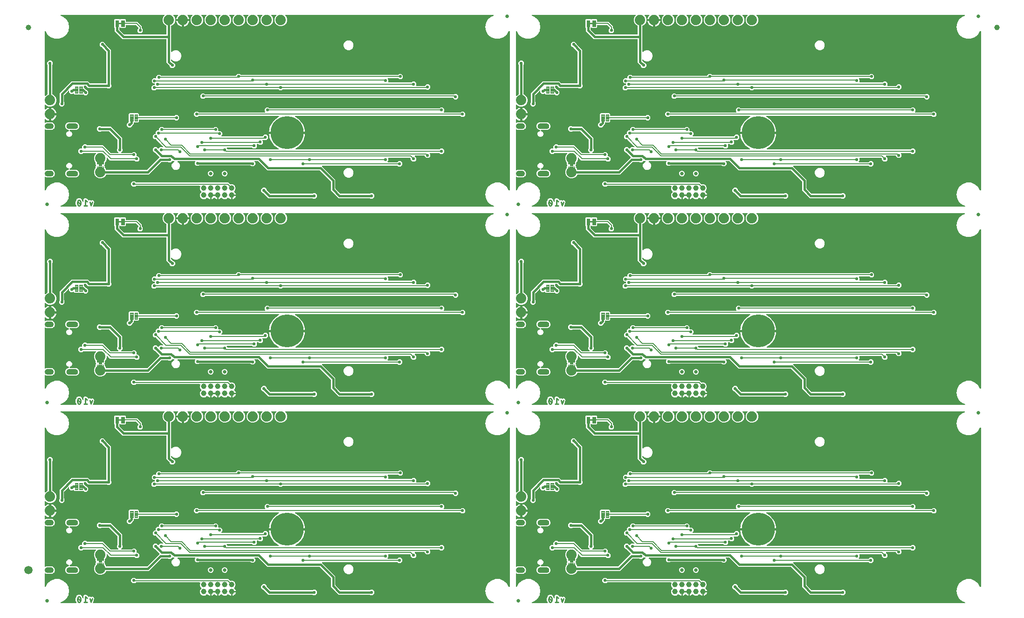
<source format=gbl>
G04 EAGLE Gerber RS-274X export*
G75*
%MOMM*%
%FSLAX34Y34*%
%LPD*%
%INBottom Copper*%
%IPPOS*%
%AMOC8*
5,1,8,0,0,1.08239X$1,22.5*%
G01*
%ADD10C,0.254000*%
%ADD11C,0.654000*%
%ADD12C,0.635000*%
%ADD13C,6.000000*%
%ADD14C,0.099059*%
%ADD15C,0.101600*%
%ADD16C,1.879600*%
%ADD17C,1.000000*%
%ADD18C,1.500000*%
%ADD19C,0.558800*%
%ADD20C,0.203200*%
%ADD21C,0.406400*%

G36*
X59998Y724420D02*
X59998Y724420D01*
X60082Y724422D01*
X60138Y724440D01*
X60197Y724449D01*
X60273Y724483D01*
X60353Y724508D01*
X60402Y724541D01*
X60457Y724565D01*
X60520Y724619D01*
X60590Y724665D01*
X60628Y724710D01*
X60674Y724748D01*
X60720Y724818D01*
X60774Y724881D01*
X60798Y724936D01*
X60831Y724985D01*
X60856Y725065D01*
X60891Y725141D01*
X60899Y725200D01*
X60917Y725256D01*
X60919Y725340D01*
X60931Y725422D01*
X60923Y725473D01*
X60924Y725540D01*
X60889Y725676D01*
X60876Y725753D01*
X60610Y726528D01*
X60578Y726592D01*
X60563Y726643D01*
X59499Y728826D01*
X59499Y734214D01*
X59949Y735137D01*
X59949Y735138D01*
X60108Y735464D01*
X60110Y735469D01*
X60113Y735474D01*
X60124Y735513D01*
X60196Y735735D01*
X60197Y735770D01*
X60205Y735797D01*
X60235Y736067D01*
X60312Y736128D01*
X60393Y736215D01*
X60478Y736297D01*
X60488Y736316D01*
X60506Y736335D01*
X60636Y736588D01*
X60637Y736590D01*
X60638Y736592D01*
X61084Y737894D01*
X63896Y739903D01*
X67351Y739903D01*
X70163Y737894D01*
X70637Y736512D01*
X70669Y736449D01*
X70685Y736397D01*
X71823Y734061D01*
X71854Y734016D01*
X71877Y733965D01*
X71933Y733899D01*
X71982Y733826D01*
X72025Y733790D01*
X72060Y733748D01*
X72133Y733700D01*
X72201Y733644D01*
X72251Y733621D01*
X72297Y733591D01*
X72380Y733564D01*
X72461Y733529D01*
X72515Y733522D01*
X72568Y733505D01*
X72656Y733503D01*
X72742Y733491D01*
X72797Y733499D01*
X72852Y733498D01*
X72937Y733520D01*
X73024Y733533D01*
X73074Y733556D01*
X73127Y733570D01*
X73202Y733614D01*
X73282Y733651D01*
X73324Y733687D01*
X73372Y733715D01*
X73432Y733779D01*
X73498Y733836D01*
X73528Y733882D01*
X73566Y733922D01*
X73606Y734000D01*
X73654Y734073D01*
X73670Y734126D01*
X73696Y734175D01*
X73707Y734245D01*
X73738Y734345D01*
X73740Y734440D01*
X73751Y734506D01*
X73751Y736361D01*
X73742Y736424D01*
X73745Y736473D01*
X73616Y737629D01*
X73617Y737629D01*
X73673Y737725D01*
X73681Y737756D01*
X73696Y737784D01*
X73708Y737861D01*
X73731Y737948D01*
X74549Y738766D01*
X74588Y738817D01*
X74624Y738850D01*
X75351Y739758D01*
X75459Y739786D01*
X75486Y739802D01*
X75516Y739812D01*
X75580Y739857D01*
X75657Y739903D01*
X76815Y739903D01*
X76878Y739912D01*
X76927Y739909D01*
X78083Y740037D01*
X78179Y739980D01*
X78209Y739973D01*
X78237Y739958D01*
X78315Y739945D01*
X78402Y739923D01*
X79220Y739104D01*
X79271Y739066D01*
X79304Y739030D01*
X82632Y736367D01*
X82677Y736340D01*
X82717Y736306D01*
X82799Y736268D01*
X82877Y736222D01*
X82928Y736209D01*
X82975Y736187D01*
X83065Y736173D01*
X83152Y736151D01*
X83204Y736152D01*
X83256Y736144D01*
X83328Y736155D01*
X83436Y736158D01*
X83523Y736186D01*
X83588Y736196D01*
X85336Y736779D01*
X86887Y736004D01*
X86903Y735999D01*
X86917Y735989D01*
X87038Y735953D01*
X87156Y735914D01*
X87173Y735913D01*
X87190Y735908D01*
X87316Y735907D01*
X87440Y735902D01*
X87457Y735906D01*
X87474Y735906D01*
X87542Y735926D01*
X87717Y735969D01*
X87758Y735993D01*
X87795Y736004D01*
X89345Y736779D01*
X91941Y735914D01*
X93164Y733467D01*
X90929Y726761D01*
X90926Y726746D01*
X90920Y726732D01*
X90910Y726666D01*
X90891Y726607D01*
X90890Y726546D01*
X90878Y726481D01*
X90879Y726466D01*
X90877Y726451D01*
X90886Y726395D01*
X90884Y726323D01*
X90900Y726262D01*
X90906Y726199D01*
X90909Y726191D01*
X90752Y725878D01*
X90750Y725870D01*
X90745Y725863D01*
X90704Y725735D01*
X90662Y725608D01*
X90662Y725600D01*
X90659Y725592D01*
X90656Y725457D01*
X90650Y725324D01*
X90652Y725316D01*
X90652Y725308D01*
X90686Y725178D01*
X90717Y725048D01*
X90721Y725041D01*
X90724Y725033D01*
X90791Y724919D01*
X90858Y724801D01*
X90865Y724795D01*
X90869Y724788D01*
X90966Y724697D01*
X91062Y724603D01*
X91070Y724599D01*
X91076Y724594D01*
X91196Y724533D01*
X91313Y724470D01*
X91322Y724468D01*
X91329Y724464D01*
X91381Y724455D01*
X91591Y724411D01*
X91630Y724414D01*
X91660Y724409D01*
X818025Y724409D01*
X818132Y724424D01*
X818239Y724432D01*
X818272Y724444D01*
X818306Y724449D01*
X818405Y724493D01*
X818506Y724530D01*
X818534Y724551D01*
X818566Y724565D01*
X818648Y724634D01*
X818735Y724698D01*
X818756Y724726D01*
X818783Y724748D01*
X818842Y724838D01*
X818908Y724924D01*
X818921Y724956D01*
X818940Y724985D01*
X818973Y725088D01*
X819012Y725188D01*
X819016Y725223D01*
X819026Y725256D01*
X819029Y725364D01*
X819039Y725471D01*
X819033Y725506D01*
X819033Y725540D01*
X819006Y725645D01*
X818986Y725751D01*
X818970Y725782D01*
X818962Y725815D01*
X818906Y725908D01*
X818858Y726004D01*
X818834Y726030D01*
X818816Y726060D01*
X818737Y726134D01*
X818664Y726213D01*
X818637Y726228D01*
X818609Y726254D01*
X818418Y726352D01*
X818372Y726378D01*
X814538Y727773D01*
X808705Y732668D01*
X804898Y739262D01*
X803576Y746760D01*
X804898Y754258D01*
X808705Y760852D01*
X814538Y765747D01*
X821693Y768351D01*
X829307Y768351D01*
X836462Y765747D01*
X842295Y760852D01*
X845957Y754509D01*
X845969Y754494D01*
X845977Y754476D01*
X846056Y754382D01*
X846132Y754285D01*
X846148Y754274D01*
X846161Y754259D01*
X846263Y754191D01*
X846362Y754119D01*
X846381Y754112D01*
X846397Y754101D01*
X846514Y754064D01*
X846630Y754023D01*
X846650Y754022D01*
X846668Y754016D01*
X846791Y754012D01*
X846914Y754005D01*
X846933Y754009D01*
X846952Y754008D01*
X847071Y754039D01*
X847191Y754066D01*
X847209Y754075D01*
X847227Y754080D01*
X847333Y754143D01*
X847441Y754202D01*
X847455Y754215D01*
X847472Y754225D01*
X847556Y754315D01*
X847643Y754401D01*
X847653Y754418D01*
X847666Y754433D01*
X847722Y754542D01*
X847782Y754649D01*
X847787Y754668D01*
X847796Y754686D01*
X847808Y754758D01*
X847847Y754926D01*
X847845Y754977D01*
X847851Y755017D01*
X847851Y1043303D01*
X847849Y1043323D01*
X847851Y1043342D01*
X847829Y1043463D01*
X847811Y1043585D01*
X847803Y1043602D01*
X847800Y1043622D01*
X847745Y1043732D01*
X847695Y1043844D01*
X847683Y1043859D01*
X847674Y1043877D01*
X847591Y1043967D01*
X847512Y1044061D01*
X847495Y1044072D01*
X847482Y1044086D01*
X847377Y1044151D01*
X847275Y1044219D01*
X847256Y1044225D01*
X847240Y1044235D01*
X847121Y1044267D01*
X847004Y1044304D01*
X846984Y1044305D01*
X846965Y1044310D01*
X846843Y1044309D01*
X846720Y1044312D01*
X846701Y1044307D01*
X846681Y1044307D01*
X846563Y1044271D01*
X846445Y1044240D01*
X846428Y1044230D01*
X846409Y1044224D01*
X846306Y1044157D01*
X846200Y1044095D01*
X846187Y1044080D01*
X846170Y1044070D01*
X846124Y1044013D01*
X846006Y1043887D01*
X845982Y1043842D01*
X845957Y1043811D01*
X842295Y1037468D01*
X836462Y1032573D01*
X829307Y1029969D01*
X821693Y1029969D01*
X814538Y1032573D01*
X808705Y1037468D01*
X804898Y1044062D01*
X803576Y1051560D01*
X804898Y1059058D01*
X808705Y1065652D01*
X814538Y1070547D01*
X818372Y1071942D01*
X818467Y1071993D01*
X818566Y1072037D01*
X818592Y1072059D01*
X818623Y1072076D01*
X818700Y1072151D01*
X818783Y1072221D01*
X818802Y1072249D01*
X818827Y1072274D01*
X818881Y1072367D01*
X818940Y1072457D01*
X818951Y1072490D01*
X818968Y1072520D01*
X818994Y1072625D01*
X819026Y1072728D01*
X819027Y1072763D01*
X819035Y1072797D01*
X819031Y1072904D01*
X819033Y1073012D01*
X819025Y1073046D01*
X819023Y1073081D01*
X818989Y1073183D01*
X818962Y1073287D01*
X818944Y1073317D01*
X818933Y1073350D01*
X818871Y1073439D01*
X818816Y1073532D01*
X818791Y1073556D01*
X818771Y1073584D01*
X818688Y1073653D01*
X818609Y1073726D01*
X818578Y1073742D01*
X818551Y1073764D01*
X818452Y1073807D01*
X818356Y1073856D01*
X818325Y1073861D01*
X818290Y1073876D01*
X818077Y1073902D01*
X818025Y1073911D01*
X440765Y1073911D01*
X440736Y1073907D01*
X440707Y1073910D01*
X440596Y1073887D01*
X440484Y1073871D01*
X440457Y1073859D01*
X440428Y1073854D01*
X440328Y1073801D01*
X440224Y1073755D01*
X440202Y1073736D01*
X440176Y1073723D01*
X440094Y1073645D01*
X440007Y1073572D01*
X439991Y1073547D01*
X439970Y1073527D01*
X439913Y1073429D01*
X439850Y1073335D01*
X439841Y1073307D01*
X439826Y1073282D01*
X439798Y1073172D01*
X439764Y1073064D01*
X439763Y1073034D01*
X439756Y1073006D01*
X439760Y1072893D01*
X439757Y1072780D01*
X439764Y1072751D01*
X439765Y1072722D01*
X439800Y1072614D01*
X439828Y1072505D01*
X439843Y1072479D01*
X439852Y1072451D01*
X439898Y1072387D01*
X439974Y1072260D01*
X440019Y1072217D01*
X440047Y1072178D01*
X441491Y1070735D01*
X443231Y1066534D01*
X443231Y1061986D01*
X441490Y1057785D01*
X438275Y1054570D01*
X434074Y1052829D01*
X429526Y1052829D01*
X425325Y1054570D01*
X422110Y1057785D01*
X420369Y1061986D01*
X420369Y1066534D01*
X422109Y1070735D01*
X423553Y1072178D01*
X423570Y1072202D01*
X423593Y1072221D01*
X423655Y1072315D01*
X423724Y1072405D01*
X423734Y1072433D01*
X423750Y1072457D01*
X423784Y1072565D01*
X423825Y1072671D01*
X423827Y1072700D01*
X423836Y1072728D01*
X423839Y1072842D01*
X423848Y1072954D01*
X423843Y1072983D01*
X423843Y1073012D01*
X423815Y1073122D01*
X423792Y1073233D01*
X423779Y1073259D01*
X423772Y1073287D01*
X423714Y1073385D01*
X423661Y1073485D01*
X423641Y1073507D01*
X423626Y1073532D01*
X423544Y1073609D01*
X423466Y1073691D01*
X423440Y1073706D01*
X423419Y1073726D01*
X423318Y1073778D01*
X423220Y1073835D01*
X423192Y1073842D01*
X423166Y1073856D01*
X423088Y1073869D01*
X422945Y1073905D01*
X422882Y1073903D01*
X422835Y1073911D01*
X415365Y1073911D01*
X415336Y1073907D01*
X415307Y1073910D01*
X415196Y1073887D01*
X415084Y1073871D01*
X415057Y1073859D01*
X415028Y1073854D01*
X414928Y1073801D01*
X414824Y1073755D01*
X414802Y1073736D01*
X414776Y1073723D01*
X414694Y1073645D01*
X414607Y1073572D01*
X414591Y1073547D01*
X414570Y1073527D01*
X414513Y1073429D01*
X414450Y1073335D01*
X414441Y1073307D01*
X414426Y1073282D01*
X414398Y1073172D01*
X414364Y1073064D01*
X414363Y1073034D01*
X414356Y1073006D01*
X414360Y1072893D01*
X414357Y1072780D01*
X414364Y1072751D01*
X414365Y1072722D01*
X414400Y1072614D01*
X414428Y1072505D01*
X414443Y1072479D01*
X414452Y1072451D01*
X414498Y1072387D01*
X414574Y1072260D01*
X414619Y1072217D01*
X414647Y1072178D01*
X416091Y1070735D01*
X417831Y1066534D01*
X417831Y1061986D01*
X416090Y1057785D01*
X412875Y1054570D01*
X408674Y1052829D01*
X404126Y1052829D01*
X399925Y1054570D01*
X396710Y1057785D01*
X394969Y1061986D01*
X394969Y1066534D01*
X396709Y1070735D01*
X398153Y1072178D01*
X398170Y1072202D01*
X398193Y1072221D01*
X398255Y1072315D01*
X398324Y1072405D01*
X398334Y1072433D01*
X398350Y1072457D01*
X398384Y1072565D01*
X398425Y1072671D01*
X398427Y1072700D01*
X398436Y1072728D01*
X398439Y1072842D01*
X398448Y1072954D01*
X398443Y1072983D01*
X398443Y1073012D01*
X398415Y1073122D01*
X398392Y1073233D01*
X398379Y1073259D01*
X398372Y1073287D01*
X398314Y1073385D01*
X398261Y1073485D01*
X398241Y1073507D01*
X398226Y1073532D01*
X398144Y1073609D01*
X398066Y1073691D01*
X398040Y1073706D01*
X398019Y1073726D01*
X397918Y1073778D01*
X397820Y1073835D01*
X397792Y1073842D01*
X397766Y1073856D01*
X397688Y1073869D01*
X397545Y1073905D01*
X397482Y1073903D01*
X397435Y1073911D01*
X389965Y1073911D01*
X389936Y1073907D01*
X389907Y1073910D01*
X389796Y1073887D01*
X389684Y1073871D01*
X389657Y1073859D01*
X389628Y1073854D01*
X389528Y1073801D01*
X389424Y1073755D01*
X389402Y1073736D01*
X389376Y1073723D01*
X389294Y1073645D01*
X389207Y1073572D01*
X389191Y1073547D01*
X389170Y1073527D01*
X389113Y1073429D01*
X389050Y1073335D01*
X389041Y1073307D01*
X389026Y1073282D01*
X388998Y1073172D01*
X388964Y1073064D01*
X388963Y1073034D01*
X388956Y1073006D01*
X388960Y1072893D01*
X388957Y1072780D01*
X388964Y1072751D01*
X388965Y1072722D01*
X389000Y1072614D01*
X389028Y1072505D01*
X389043Y1072479D01*
X389052Y1072451D01*
X389098Y1072387D01*
X389174Y1072260D01*
X389219Y1072217D01*
X389247Y1072178D01*
X390691Y1070735D01*
X392431Y1066534D01*
X392431Y1061986D01*
X390690Y1057785D01*
X387475Y1054570D01*
X383274Y1052829D01*
X378726Y1052829D01*
X374525Y1054570D01*
X371310Y1057785D01*
X369569Y1061986D01*
X369569Y1066534D01*
X371309Y1070735D01*
X372753Y1072178D01*
X372770Y1072202D01*
X372793Y1072221D01*
X372855Y1072315D01*
X372924Y1072405D01*
X372934Y1072433D01*
X372950Y1072457D01*
X372984Y1072565D01*
X373025Y1072671D01*
X373027Y1072700D01*
X373036Y1072728D01*
X373039Y1072842D01*
X373048Y1072954D01*
X373043Y1072983D01*
X373043Y1073012D01*
X373015Y1073122D01*
X372992Y1073233D01*
X372979Y1073259D01*
X372972Y1073287D01*
X372914Y1073385D01*
X372861Y1073485D01*
X372841Y1073507D01*
X372826Y1073532D01*
X372744Y1073609D01*
X372666Y1073691D01*
X372640Y1073706D01*
X372619Y1073726D01*
X372518Y1073778D01*
X372420Y1073835D01*
X372392Y1073842D01*
X372366Y1073856D01*
X372288Y1073869D01*
X372145Y1073905D01*
X372082Y1073903D01*
X372035Y1073911D01*
X364565Y1073911D01*
X364536Y1073907D01*
X364507Y1073910D01*
X364396Y1073887D01*
X364284Y1073871D01*
X364257Y1073859D01*
X364228Y1073854D01*
X364128Y1073801D01*
X364024Y1073755D01*
X364002Y1073736D01*
X363976Y1073723D01*
X363894Y1073645D01*
X363807Y1073572D01*
X363791Y1073547D01*
X363770Y1073527D01*
X363713Y1073429D01*
X363650Y1073335D01*
X363641Y1073307D01*
X363626Y1073282D01*
X363598Y1073172D01*
X363564Y1073064D01*
X363563Y1073034D01*
X363556Y1073006D01*
X363560Y1072893D01*
X363557Y1072780D01*
X363564Y1072751D01*
X363565Y1072722D01*
X363600Y1072614D01*
X363628Y1072505D01*
X363643Y1072479D01*
X363652Y1072451D01*
X363698Y1072387D01*
X363774Y1072260D01*
X363819Y1072217D01*
X363847Y1072178D01*
X365291Y1070735D01*
X367031Y1066534D01*
X367031Y1061986D01*
X365290Y1057785D01*
X362075Y1054570D01*
X357874Y1052829D01*
X353326Y1052829D01*
X349125Y1054570D01*
X345910Y1057785D01*
X344169Y1061986D01*
X344169Y1066534D01*
X345909Y1070735D01*
X347353Y1072178D01*
X347370Y1072202D01*
X347393Y1072221D01*
X347455Y1072315D01*
X347524Y1072405D01*
X347534Y1072433D01*
X347550Y1072457D01*
X347584Y1072565D01*
X347625Y1072671D01*
X347627Y1072700D01*
X347636Y1072728D01*
X347639Y1072842D01*
X347648Y1072954D01*
X347643Y1072983D01*
X347643Y1073012D01*
X347615Y1073122D01*
X347592Y1073233D01*
X347579Y1073259D01*
X347572Y1073287D01*
X347514Y1073385D01*
X347461Y1073485D01*
X347441Y1073507D01*
X347426Y1073532D01*
X347344Y1073609D01*
X347266Y1073691D01*
X347240Y1073706D01*
X347219Y1073726D01*
X347118Y1073778D01*
X347020Y1073835D01*
X346992Y1073842D01*
X346966Y1073856D01*
X346888Y1073869D01*
X346745Y1073905D01*
X346682Y1073903D01*
X346635Y1073911D01*
X339165Y1073911D01*
X339136Y1073907D01*
X339107Y1073910D01*
X338996Y1073887D01*
X338884Y1073871D01*
X338857Y1073859D01*
X338828Y1073854D01*
X338728Y1073801D01*
X338624Y1073755D01*
X338602Y1073736D01*
X338576Y1073723D01*
X338494Y1073645D01*
X338407Y1073572D01*
X338391Y1073547D01*
X338370Y1073527D01*
X338313Y1073429D01*
X338250Y1073335D01*
X338241Y1073307D01*
X338226Y1073282D01*
X338198Y1073172D01*
X338164Y1073064D01*
X338163Y1073034D01*
X338156Y1073006D01*
X338160Y1072893D01*
X338157Y1072780D01*
X338164Y1072751D01*
X338165Y1072722D01*
X338200Y1072614D01*
X338228Y1072505D01*
X338243Y1072479D01*
X338252Y1072451D01*
X338298Y1072387D01*
X338374Y1072260D01*
X338419Y1072217D01*
X338447Y1072178D01*
X339891Y1070735D01*
X341631Y1066534D01*
X341631Y1061986D01*
X339890Y1057785D01*
X336675Y1054570D01*
X332474Y1052829D01*
X327926Y1052829D01*
X323725Y1054570D01*
X320510Y1057785D01*
X318769Y1061986D01*
X318769Y1066534D01*
X320509Y1070735D01*
X321953Y1072178D01*
X321970Y1072202D01*
X321993Y1072221D01*
X322055Y1072315D01*
X322124Y1072405D01*
X322134Y1072433D01*
X322150Y1072457D01*
X322184Y1072565D01*
X322225Y1072671D01*
X322227Y1072700D01*
X322236Y1072728D01*
X322239Y1072842D01*
X322248Y1072954D01*
X322243Y1072983D01*
X322243Y1073012D01*
X322215Y1073122D01*
X322192Y1073233D01*
X322179Y1073259D01*
X322172Y1073287D01*
X322114Y1073385D01*
X322061Y1073485D01*
X322041Y1073507D01*
X322026Y1073532D01*
X321944Y1073609D01*
X321866Y1073691D01*
X321840Y1073706D01*
X321819Y1073726D01*
X321718Y1073778D01*
X321620Y1073835D01*
X321592Y1073842D01*
X321566Y1073856D01*
X321488Y1073869D01*
X321345Y1073905D01*
X321282Y1073903D01*
X321235Y1073911D01*
X313765Y1073911D01*
X313736Y1073907D01*
X313707Y1073910D01*
X313596Y1073887D01*
X313484Y1073871D01*
X313457Y1073859D01*
X313428Y1073854D01*
X313328Y1073801D01*
X313224Y1073755D01*
X313202Y1073736D01*
X313176Y1073723D01*
X313094Y1073645D01*
X313007Y1073572D01*
X312991Y1073547D01*
X312970Y1073527D01*
X312913Y1073429D01*
X312850Y1073335D01*
X312841Y1073307D01*
X312826Y1073282D01*
X312798Y1073172D01*
X312764Y1073064D01*
X312763Y1073034D01*
X312756Y1073006D01*
X312760Y1072893D01*
X312757Y1072780D01*
X312764Y1072751D01*
X312765Y1072722D01*
X312800Y1072614D01*
X312828Y1072505D01*
X312843Y1072479D01*
X312852Y1072451D01*
X312898Y1072387D01*
X312974Y1072260D01*
X313019Y1072217D01*
X313047Y1072178D01*
X314491Y1070735D01*
X316231Y1066534D01*
X316231Y1061986D01*
X314490Y1057785D01*
X311275Y1054570D01*
X307074Y1052829D01*
X302526Y1052829D01*
X298325Y1054570D01*
X295110Y1057785D01*
X293369Y1061986D01*
X293369Y1066534D01*
X295109Y1070735D01*
X296553Y1072178D01*
X296570Y1072202D01*
X296593Y1072221D01*
X296655Y1072315D01*
X296724Y1072405D01*
X296734Y1072433D01*
X296750Y1072457D01*
X296784Y1072565D01*
X296825Y1072671D01*
X296827Y1072700D01*
X296836Y1072728D01*
X296839Y1072842D01*
X296848Y1072954D01*
X296843Y1072983D01*
X296843Y1073012D01*
X296815Y1073122D01*
X296792Y1073233D01*
X296779Y1073259D01*
X296772Y1073287D01*
X296714Y1073385D01*
X296661Y1073485D01*
X296641Y1073507D01*
X296626Y1073532D01*
X296544Y1073609D01*
X296466Y1073691D01*
X296440Y1073706D01*
X296419Y1073726D01*
X296318Y1073778D01*
X296220Y1073835D01*
X296192Y1073842D01*
X296166Y1073856D01*
X296088Y1073869D01*
X295945Y1073905D01*
X295882Y1073903D01*
X295835Y1073911D01*
X288365Y1073911D01*
X288336Y1073907D01*
X288307Y1073910D01*
X288196Y1073887D01*
X288084Y1073871D01*
X288057Y1073859D01*
X288028Y1073854D01*
X287928Y1073801D01*
X287824Y1073755D01*
X287802Y1073736D01*
X287776Y1073723D01*
X287694Y1073645D01*
X287607Y1073572D01*
X287591Y1073547D01*
X287570Y1073527D01*
X287513Y1073429D01*
X287450Y1073335D01*
X287441Y1073307D01*
X287426Y1073282D01*
X287398Y1073172D01*
X287364Y1073064D01*
X287363Y1073034D01*
X287356Y1073006D01*
X287360Y1072893D01*
X287357Y1072780D01*
X287364Y1072751D01*
X287365Y1072722D01*
X287400Y1072614D01*
X287428Y1072505D01*
X287443Y1072479D01*
X287452Y1072451D01*
X287498Y1072387D01*
X287574Y1072260D01*
X287619Y1072217D01*
X287647Y1072178D01*
X289091Y1070735D01*
X290831Y1066534D01*
X290831Y1061986D01*
X289090Y1057785D01*
X285875Y1054570D01*
X281674Y1052829D01*
X277126Y1052829D01*
X272925Y1054570D01*
X269710Y1057785D01*
X267969Y1061986D01*
X267969Y1066534D01*
X269709Y1070735D01*
X271153Y1072178D01*
X271170Y1072202D01*
X271193Y1072221D01*
X271255Y1072315D01*
X271324Y1072405D01*
X271334Y1072433D01*
X271350Y1072457D01*
X271384Y1072565D01*
X271425Y1072671D01*
X271427Y1072700D01*
X271436Y1072728D01*
X271439Y1072842D01*
X271448Y1072954D01*
X271443Y1072983D01*
X271443Y1073012D01*
X271415Y1073122D01*
X271392Y1073233D01*
X271379Y1073259D01*
X271372Y1073287D01*
X271314Y1073385D01*
X271261Y1073485D01*
X271241Y1073507D01*
X271226Y1073532D01*
X271144Y1073609D01*
X271066Y1073691D01*
X271040Y1073706D01*
X271019Y1073726D01*
X270918Y1073778D01*
X270820Y1073835D01*
X270792Y1073842D01*
X270766Y1073856D01*
X270688Y1073869D01*
X270545Y1073905D01*
X270482Y1073903D01*
X270435Y1073911D01*
X263684Y1073911D01*
X263655Y1073907D01*
X263625Y1073910D01*
X263514Y1073887D01*
X263402Y1073871D01*
X263375Y1073859D01*
X263347Y1073854D01*
X263246Y1073801D01*
X263143Y1073755D01*
X263120Y1073736D01*
X263094Y1073723D01*
X263012Y1073645D01*
X262926Y1073572D01*
X262909Y1073547D01*
X262888Y1073527D01*
X262831Y1073429D01*
X262768Y1073335D01*
X262759Y1073307D01*
X262744Y1073282D01*
X262717Y1073172D01*
X262682Y1073064D01*
X262682Y1073035D01*
X262674Y1073006D01*
X262678Y1072893D01*
X262675Y1072780D01*
X262682Y1072751D01*
X262683Y1072722D01*
X262718Y1072614D01*
X262747Y1072505D01*
X262762Y1072479D01*
X262771Y1072451D01*
X262817Y1072387D01*
X262892Y1072260D01*
X262938Y1072217D01*
X262966Y1072178D01*
X263106Y1072037D01*
X264211Y1070517D01*
X265064Y1068843D01*
X265645Y1067056D01*
X265766Y1066291D01*
X255016Y1066291D01*
X254958Y1066283D01*
X254900Y1066285D01*
X254818Y1066263D01*
X254735Y1066251D01*
X254681Y1066227D01*
X254625Y1066213D01*
X254552Y1066170D01*
X254475Y1066135D01*
X254431Y1066097D01*
X254380Y1066067D01*
X254323Y1066006D01*
X254258Y1065951D01*
X254226Y1065903D01*
X254186Y1065860D01*
X254147Y1065785D01*
X254101Y1065715D01*
X254083Y1065659D01*
X254056Y1065607D01*
X254045Y1065539D01*
X254015Y1065444D01*
X254012Y1065344D01*
X254001Y1065276D01*
X254001Y1064259D01*
X253999Y1064259D01*
X253999Y1065276D01*
X253991Y1065334D01*
X253992Y1065392D01*
X253971Y1065474D01*
X253959Y1065557D01*
X253935Y1065611D01*
X253921Y1065667D01*
X253878Y1065740D01*
X253843Y1065817D01*
X253805Y1065862D01*
X253775Y1065912D01*
X253714Y1065970D01*
X253659Y1066034D01*
X253611Y1066066D01*
X253568Y1066106D01*
X253493Y1066145D01*
X253423Y1066191D01*
X253367Y1066209D01*
X253315Y1066236D01*
X253247Y1066247D01*
X253152Y1066277D01*
X253052Y1066280D01*
X252984Y1066291D01*
X242234Y1066291D01*
X242355Y1067056D01*
X242936Y1068843D01*
X243789Y1070517D01*
X244894Y1072037D01*
X245034Y1072178D01*
X245052Y1072202D01*
X245074Y1072221D01*
X245137Y1072315D01*
X245205Y1072405D01*
X245216Y1072433D01*
X245232Y1072457D01*
X245266Y1072565D01*
X245306Y1072671D01*
X245309Y1072700D01*
X245318Y1072728D01*
X245321Y1072841D01*
X245330Y1072954D01*
X245324Y1072983D01*
X245325Y1073012D01*
X245296Y1073122D01*
X245274Y1073233D01*
X245261Y1073259D01*
X245253Y1073287D01*
X245195Y1073385D01*
X245143Y1073485D01*
X245123Y1073507D01*
X245108Y1073532D01*
X245025Y1073609D01*
X244947Y1073691D01*
X244922Y1073706D01*
X244901Y1073726D01*
X244800Y1073778D01*
X244702Y1073835D01*
X244674Y1073842D01*
X244647Y1073856D01*
X244570Y1073869D01*
X244427Y1073905D01*
X244364Y1073903D01*
X244316Y1073911D01*
X237565Y1073911D01*
X237536Y1073907D01*
X237507Y1073910D01*
X237396Y1073887D01*
X237284Y1073871D01*
X237257Y1073859D01*
X237228Y1073854D01*
X237128Y1073801D01*
X237024Y1073755D01*
X237002Y1073736D01*
X236976Y1073723D01*
X236894Y1073645D01*
X236807Y1073572D01*
X236791Y1073547D01*
X236770Y1073527D01*
X236713Y1073429D01*
X236650Y1073335D01*
X236641Y1073307D01*
X236626Y1073282D01*
X236598Y1073172D01*
X236564Y1073064D01*
X236563Y1073034D01*
X236556Y1073006D01*
X236560Y1072893D01*
X236557Y1072780D01*
X236564Y1072751D01*
X236565Y1072722D01*
X236600Y1072614D01*
X236628Y1072505D01*
X236643Y1072479D01*
X236652Y1072451D01*
X236698Y1072387D01*
X236774Y1072260D01*
X236819Y1072217D01*
X236847Y1072178D01*
X238291Y1070735D01*
X240031Y1066534D01*
X240031Y1061986D01*
X238290Y1057785D01*
X235075Y1054570D01*
X233291Y1053831D01*
X233290Y1053830D01*
X233289Y1053830D01*
X233170Y1053759D01*
X233047Y1053686D01*
X233046Y1053685D01*
X233044Y1053684D01*
X232947Y1053580D01*
X232851Y1053480D01*
X232851Y1053478D01*
X232850Y1053477D01*
X232785Y1053350D01*
X232721Y1053227D01*
X232721Y1053225D01*
X232720Y1053224D01*
X232718Y1053209D01*
X232666Y1052948D01*
X232669Y1052917D01*
X232665Y1052893D01*
X232665Y1007164D01*
X232669Y1007135D01*
X232666Y1007106D01*
X232689Y1006995D01*
X232705Y1006883D01*
X232717Y1006856D01*
X232722Y1006827D01*
X232775Y1006726D01*
X232821Y1006623D01*
X232840Y1006601D01*
X232853Y1006575D01*
X232931Y1006493D01*
X233004Y1006406D01*
X233029Y1006390D01*
X233049Y1006369D01*
X233147Y1006312D01*
X233241Y1006249D01*
X233269Y1006240D01*
X233294Y1006225D01*
X233404Y1006197D01*
X233512Y1006163D01*
X233542Y1006162D01*
X233570Y1006155D01*
X233683Y1006159D01*
X233796Y1006156D01*
X233825Y1006163D01*
X233854Y1006164D01*
X233962Y1006199D01*
X234071Y1006227D01*
X234097Y1006242D01*
X234125Y1006251D01*
X234189Y1006297D01*
X234316Y1006373D01*
X234359Y1006418D01*
X234398Y1006446D01*
X235617Y1007665D01*
X239304Y1009193D01*
X243296Y1009193D01*
X246983Y1007665D01*
X249805Y1004843D01*
X251333Y1001156D01*
X251333Y997164D01*
X249805Y993477D01*
X246983Y990655D01*
X243296Y989127D01*
X239304Y989127D01*
X235617Y990655D01*
X234398Y991874D01*
X234374Y991891D01*
X234355Y991914D01*
X234261Y991977D01*
X234171Y992045D01*
X234143Y992055D01*
X234119Y992071D01*
X234011Y992106D01*
X233905Y992146D01*
X233876Y992148D01*
X233848Y992157D01*
X233734Y992160D01*
X233622Y992169D01*
X233593Y992164D01*
X233564Y992164D01*
X233454Y992136D01*
X233343Y992114D01*
X233317Y992100D01*
X233289Y992093D01*
X233191Y992035D01*
X233091Y991983D01*
X233069Y991962D01*
X233044Y991947D01*
X232967Y991865D01*
X232885Y991787D01*
X232870Y991761D01*
X232850Y991740D01*
X232798Y991639D01*
X232741Y991541D01*
X232734Y991513D01*
X232720Y991487D01*
X232707Y991410D01*
X232671Y991266D01*
X232673Y991203D01*
X232665Y991156D01*
X232665Y990418D01*
X232677Y990332D01*
X232680Y990244D01*
X232697Y990192D01*
X232705Y990137D01*
X232740Y990057D01*
X232767Y989974D01*
X232795Y989934D01*
X232821Y989877D01*
X232878Y989810D01*
X232902Y989768D01*
X232936Y989737D01*
X232962Y989700D01*
X235701Y986961D01*
X235771Y986909D01*
X235835Y986849D01*
X235884Y986823D01*
X235929Y986790D01*
X236010Y986759D01*
X236088Y986719D01*
X236136Y986711D01*
X236194Y986689D01*
X236342Y986677D01*
X236419Y986664D01*
X237076Y986664D01*
X239904Y983836D01*
X239904Y979838D01*
X237076Y977010D01*
X233078Y977010D01*
X230250Y979838D01*
X230250Y980495D01*
X230238Y980581D01*
X230235Y980669D01*
X230218Y980721D01*
X230210Y980776D01*
X230175Y980856D01*
X230148Y980939D01*
X230120Y980979D01*
X230094Y981036D01*
X229998Y981149D01*
X229953Y981213D01*
X224535Y986630D01*
X224535Y1028700D01*
X224527Y1028758D01*
X224529Y1028816D01*
X224507Y1028898D01*
X224495Y1028982D01*
X224472Y1029035D01*
X224457Y1029091D01*
X224414Y1029164D01*
X224379Y1029241D01*
X224341Y1029286D01*
X224312Y1029336D01*
X224250Y1029394D01*
X224196Y1029458D01*
X224147Y1029490D01*
X224104Y1029530D01*
X224029Y1029569D01*
X223959Y1029616D01*
X223903Y1029633D01*
X223851Y1029660D01*
X223783Y1029671D01*
X223688Y1029701D01*
X223588Y1029704D01*
X223520Y1029715D01*
X144366Y1029715D01*
X141688Y1032394D01*
X133107Y1040975D01*
X130428Y1043653D01*
X130428Y1049318D01*
X130421Y1049371D01*
X130422Y1049405D01*
X130415Y1049429D01*
X130413Y1049492D01*
X130396Y1049544D01*
X130388Y1049599D01*
X130353Y1049679D01*
X130326Y1049762D01*
X130298Y1049802D01*
X130272Y1049859D01*
X130176Y1049972D01*
X130131Y1050036D01*
X129158Y1051008D01*
X129158Y1064812D01*
X130639Y1066293D01*
X138347Y1066293D01*
X138982Y1065657D01*
X139029Y1065622D01*
X139069Y1065580D01*
X139142Y1065537D01*
X139209Y1065487D01*
X139264Y1065466D01*
X139314Y1065436D01*
X139396Y1065415D01*
X139475Y1065385D01*
X139533Y1065381D01*
X139590Y1065366D01*
X139674Y1065369D01*
X139758Y1065362D01*
X139816Y1065373D01*
X139874Y1065375D01*
X139954Y1065401D01*
X140037Y1065418D01*
X140089Y1065445D01*
X140145Y1065463D01*
X140201Y1065503D01*
X140289Y1065549D01*
X140362Y1065617D01*
X140418Y1065657D01*
X141053Y1066293D01*
X148761Y1066293D01*
X150242Y1064812D01*
X150242Y1061974D01*
X150250Y1061916D01*
X150248Y1061858D01*
X150270Y1061776D01*
X150282Y1061692D01*
X150305Y1061639D01*
X150320Y1061583D01*
X150363Y1061510D01*
X150398Y1061433D01*
X150436Y1061388D01*
X150465Y1061338D01*
X150527Y1061280D01*
X150581Y1061216D01*
X150630Y1061184D01*
X150673Y1061144D01*
X150748Y1061105D01*
X150818Y1061058D01*
X150874Y1061041D01*
X150926Y1061014D01*
X150994Y1061003D01*
X151089Y1060973D01*
X151189Y1060970D01*
X151257Y1060959D01*
X171570Y1060959D01*
X179579Y1052950D01*
X179579Y1049408D01*
X179591Y1049321D01*
X179594Y1049234D01*
X179611Y1049181D01*
X179619Y1049126D01*
X179654Y1049047D01*
X179681Y1048963D01*
X179709Y1048924D01*
X179735Y1048867D01*
X179831Y1048754D01*
X179876Y1048690D01*
X181357Y1047209D01*
X181357Y1043211D01*
X178529Y1040383D01*
X174531Y1040383D01*
X171703Y1043211D01*
X171703Y1047209D01*
X173184Y1048690D01*
X173236Y1048760D01*
X173296Y1048824D01*
X173322Y1048873D01*
X173355Y1048917D01*
X173386Y1048999D01*
X173426Y1049077D01*
X173434Y1049124D01*
X173456Y1049183D01*
X173468Y1049330D01*
X173481Y1049408D01*
X173481Y1050004D01*
X173469Y1050090D01*
X173466Y1050178D01*
X173449Y1050230D01*
X173441Y1050285D01*
X173406Y1050365D01*
X173379Y1050448D01*
X173351Y1050487D01*
X173325Y1050545D01*
X173229Y1050658D01*
X173184Y1050722D01*
X169342Y1054564D01*
X169272Y1054616D01*
X169208Y1054676D01*
X169158Y1054702D01*
X169114Y1054735D01*
X169033Y1054766D01*
X168955Y1054806D01*
X168907Y1054814D01*
X168849Y1054836D01*
X168701Y1054848D01*
X168624Y1054861D01*
X151257Y1054861D01*
X151199Y1054853D01*
X151141Y1054855D01*
X151059Y1054833D01*
X150975Y1054821D01*
X150922Y1054798D01*
X150866Y1054783D01*
X150793Y1054740D01*
X150716Y1054705D01*
X150671Y1054667D01*
X150621Y1054638D01*
X150563Y1054576D01*
X150499Y1054522D01*
X150467Y1054473D01*
X150427Y1054430D01*
X150388Y1054355D01*
X150341Y1054285D01*
X150324Y1054229D01*
X150297Y1054177D01*
X150286Y1054109D01*
X150256Y1054014D01*
X150253Y1053914D01*
X150242Y1053846D01*
X150242Y1051008D01*
X148761Y1049527D01*
X141053Y1049527D01*
X140418Y1050163D01*
X140371Y1050198D01*
X140331Y1050240D01*
X140258Y1050283D01*
X140191Y1050333D01*
X140136Y1050354D01*
X140086Y1050384D01*
X140004Y1050405D01*
X139925Y1050435D01*
X139867Y1050439D01*
X139810Y1050454D01*
X139726Y1050451D01*
X139642Y1050458D01*
X139585Y1050447D01*
X139526Y1050445D01*
X139446Y1050419D01*
X139363Y1050402D01*
X139311Y1050375D01*
X139256Y1050357D01*
X139199Y1050317D01*
X139111Y1050271D01*
X139038Y1050203D01*
X138982Y1050163D01*
X138855Y1050036D01*
X138803Y1049966D01*
X138743Y1049902D01*
X138717Y1049853D01*
X138684Y1049808D01*
X138653Y1049727D01*
X138613Y1049649D01*
X138605Y1049601D01*
X138583Y1049543D01*
X138577Y1049474D01*
X138572Y1049457D01*
X138570Y1049391D01*
X138558Y1049318D01*
X138558Y1047441D01*
X138570Y1047355D01*
X138573Y1047267D01*
X138590Y1047215D01*
X138598Y1047160D01*
X138633Y1047080D01*
X138660Y1046997D01*
X138688Y1046957D01*
X138714Y1046900D01*
X138810Y1046787D01*
X138855Y1046723D01*
X147436Y1038142D01*
X147506Y1038090D01*
X147570Y1038030D01*
X147619Y1038004D01*
X147663Y1037971D01*
X147745Y1037940D01*
X147823Y1037900D01*
X147871Y1037892D01*
X147929Y1037870D01*
X148077Y1037858D01*
X148154Y1037845D01*
X223520Y1037845D01*
X223578Y1037853D01*
X223636Y1037851D01*
X223718Y1037873D01*
X223802Y1037885D01*
X223855Y1037908D01*
X223911Y1037923D01*
X223984Y1037966D01*
X224061Y1038001D01*
X224106Y1038039D01*
X224156Y1038068D01*
X224214Y1038130D01*
X224278Y1038184D01*
X224310Y1038233D01*
X224350Y1038276D01*
X224389Y1038351D01*
X224436Y1038421D01*
X224453Y1038477D01*
X224480Y1038529D01*
X224491Y1038597D01*
X224521Y1038692D01*
X224524Y1038792D01*
X224535Y1038860D01*
X224535Y1052893D01*
X224535Y1052894D01*
X224535Y1052896D01*
X224515Y1053036D01*
X224495Y1053174D01*
X224495Y1053176D01*
X224495Y1053177D01*
X224438Y1053303D01*
X224379Y1053434D01*
X224378Y1053435D01*
X224377Y1053436D01*
X224286Y1053543D01*
X224196Y1053651D01*
X224194Y1053652D01*
X224193Y1053653D01*
X224180Y1053661D01*
X223959Y1053808D01*
X223930Y1053818D01*
X223909Y1053831D01*
X222125Y1054570D01*
X218910Y1057785D01*
X217169Y1061986D01*
X217169Y1066534D01*
X218909Y1070735D01*
X220353Y1072178D01*
X220370Y1072202D01*
X220393Y1072221D01*
X220455Y1072315D01*
X220524Y1072405D01*
X220534Y1072433D01*
X220550Y1072457D01*
X220584Y1072565D01*
X220625Y1072671D01*
X220627Y1072700D01*
X220636Y1072728D01*
X220639Y1072842D01*
X220648Y1072954D01*
X220643Y1072983D01*
X220643Y1073012D01*
X220615Y1073122D01*
X220592Y1073233D01*
X220579Y1073259D01*
X220572Y1073287D01*
X220514Y1073385D01*
X220461Y1073485D01*
X220441Y1073507D01*
X220426Y1073532D01*
X220344Y1073609D01*
X220266Y1073691D01*
X220240Y1073706D01*
X220219Y1073726D01*
X220118Y1073778D01*
X220020Y1073835D01*
X219992Y1073842D01*
X219966Y1073856D01*
X219888Y1073869D01*
X219745Y1073905D01*
X219682Y1073903D01*
X219635Y1073911D01*
X32875Y1073911D01*
X32768Y1073896D01*
X32661Y1073888D01*
X32628Y1073876D01*
X32594Y1073871D01*
X32495Y1073827D01*
X32394Y1073790D01*
X32366Y1073769D01*
X32334Y1073755D01*
X32252Y1073686D01*
X32165Y1073622D01*
X32144Y1073594D01*
X32117Y1073572D01*
X32058Y1073482D01*
X31992Y1073396D01*
X31979Y1073364D01*
X31960Y1073335D01*
X31927Y1073232D01*
X31888Y1073132D01*
X31884Y1073097D01*
X31874Y1073064D01*
X31871Y1072956D01*
X31861Y1072849D01*
X31867Y1072814D01*
X31867Y1072780D01*
X31894Y1072675D01*
X31914Y1072569D01*
X31930Y1072538D01*
X31938Y1072505D01*
X31994Y1072412D01*
X32042Y1072316D01*
X32066Y1072290D01*
X32084Y1072260D01*
X32163Y1072186D01*
X32236Y1072107D01*
X32263Y1072092D01*
X32291Y1072066D01*
X32482Y1071968D01*
X32528Y1071942D01*
X36362Y1070547D01*
X42195Y1065652D01*
X46002Y1059058D01*
X47324Y1051560D01*
X46002Y1044062D01*
X42195Y1037468D01*
X36362Y1032573D01*
X29207Y1029969D01*
X21593Y1029969D01*
X14438Y1032573D01*
X8605Y1037468D01*
X4943Y1043811D01*
X4931Y1043826D01*
X4923Y1043844D01*
X4844Y1043938D01*
X4768Y1044035D01*
X4752Y1044046D01*
X4739Y1044061D01*
X4637Y1044129D01*
X4538Y1044201D01*
X4519Y1044208D01*
X4503Y1044219D01*
X4386Y1044256D01*
X4270Y1044297D01*
X4250Y1044299D01*
X4232Y1044304D01*
X4109Y1044308D01*
X3986Y1044315D01*
X3967Y1044311D01*
X3948Y1044312D01*
X3829Y1044281D01*
X3709Y1044254D01*
X3691Y1044245D01*
X3673Y1044240D01*
X3567Y1044177D01*
X3459Y1044118D01*
X3445Y1044105D01*
X3428Y1044095D01*
X3344Y1044005D01*
X3257Y1043919D01*
X3247Y1043902D01*
X3234Y1043887D01*
X3178Y1043778D01*
X3118Y1043671D01*
X3113Y1043652D01*
X3104Y1043634D01*
X3092Y1043562D01*
X3053Y1043394D01*
X3055Y1043343D01*
X3049Y1043303D01*
X3049Y927175D01*
X3053Y927146D01*
X3050Y927117D01*
X3073Y927006D01*
X3089Y926894D01*
X3101Y926867D01*
X3106Y926838D01*
X3159Y926738D01*
X3205Y926634D01*
X3224Y926612D01*
X3237Y926586D01*
X3315Y926504D01*
X3388Y926417D01*
X3413Y926401D01*
X3433Y926380D01*
X3531Y926323D01*
X3625Y926260D01*
X3653Y926251D01*
X3678Y926236D01*
X3788Y926208D01*
X3896Y926174D01*
X3926Y926173D01*
X3954Y926166D01*
X4067Y926170D01*
X4180Y926167D01*
X4209Y926174D01*
X4238Y926175D01*
X4346Y926210D01*
X4455Y926238D01*
X4481Y926253D01*
X4509Y926262D01*
X4573Y926308D01*
X4700Y926384D01*
X4743Y926429D01*
X4782Y926457D01*
X6225Y927901D01*
X8009Y928639D01*
X8010Y928640D01*
X8011Y928640D01*
X8129Y928710D01*
X8253Y928784D01*
X8254Y928785D01*
X8256Y928786D01*
X8353Y928890D01*
X8449Y928990D01*
X8449Y928992D01*
X8450Y928993D01*
X8515Y929119D01*
X8579Y929243D01*
X8579Y929245D01*
X8580Y929246D01*
X8582Y929261D01*
X8634Y929522D01*
X8631Y929553D01*
X8635Y929577D01*
X8635Y982338D01*
X8628Y982387D01*
X8629Y982399D01*
X8625Y982414D01*
X8623Y982425D01*
X8620Y982512D01*
X8603Y982565D01*
X8595Y982620D01*
X8560Y982699D01*
X8533Y982783D01*
X8505Y982822D01*
X8479Y982879D01*
X8383Y982992D01*
X8338Y983056D01*
X7873Y983521D01*
X7873Y987519D01*
X10701Y990347D01*
X14699Y990347D01*
X17527Y987519D01*
X17527Y983521D01*
X17062Y983056D01*
X17010Y982986D01*
X16950Y982922D01*
X16924Y982873D01*
X16891Y982829D01*
X16860Y982747D01*
X16820Y982669D01*
X16812Y982622D01*
X16790Y982563D01*
X16781Y982458D01*
X16779Y982450D01*
X16778Y982418D01*
X16778Y982416D01*
X16765Y982338D01*
X16765Y929577D01*
X16765Y929576D01*
X16765Y929574D01*
X16785Y929434D01*
X16805Y929296D01*
X16805Y929294D01*
X16805Y929293D01*
X16863Y929165D01*
X16921Y929036D01*
X16922Y929035D01*
X16923Y929034D01*
X17014Y928927D01*
X17104Y928819D01*
X17106Y928818D01*
X17107Y928817D01*
X17120Y928809D01*
X17341Y928662D01*
X17370Y928652D01*
X17391Y928639D01*
X19175Y927900D01*
X22390Y924685D01*
X24131Y920484D01*
X24131Y915936D01*
X22390Y911735D01*
X19175Y908520D01*
X14974Y906779D01*
X10426Y906779D01*
X6225Y908519D01*
X4782Y909963D01*
X4758Y909980D01*
X4739Y910003D01*
X4645Y910065D01*
X4555Y910134D01*
X4527Y910144D01*
X4503Y910160D01*
X4395Y910194D01*
X4289Y910235D01*
X4260Y910237D01*
X4232Y910246D01*
X4118Y910249D01*
X4006Y910258D01*
X3977Y910253D01*
X3948Y910253D01*
X3838Y910225D01*
X3727Y910202D01*
X3701Y910189D01*
X3673Y910182D01*
X3575Y910124D01*
X3475Y910071D01*
X3453Y910051D01*
X3428Y910036D01*
X3351Y909954D01*
X3269Y909876D01*
X3254Y909850D01*
X3234Y909829D01*
X3182Y909728D01*
X3125Y909630D01*
X3118Y909602D01*
X3104Y909576D01*
X3091Y909498D01*
X3055Y909355D01*
X3057Y909292D01*
X3049Y909245D01*
X3049Y902494D01*
X3053Y902465D01*
X3050Y902435D01*
X3073Y902324D01*
X3089Y902212D01*
X3101Y902185D01*
X3106Y902157D01*
X3159Y902056D01*
X3205Y901953D01*
X3224Y901930D01*
X3237Y901904D01*
X3315Y901822D01*
X3388Y901736D01*
X3413Y901719D01*
X3433Y901698D01*
X3531Y901641D01*
X3625Y901578D01*
X3653Y901569D01*
X3678Y901554D01*
X3788Y901527D01*
X3896Y901492D01*
X3925Y901492D01*
X3954Y901484D01*
X4067Y901488D01*
X4180Y901485D01*
X4209Y901492D01*
X4238Y901493D01*
X4346Y901528D01*
X4455Y901557D01*
X4481Y901572D01*
X4509Y901581D01*
X4573Y901627D01*
X4700Y901702D01*
X4743Y901748D01*
X4782Y901776D01*
X4923Y901916D01*
X6443Y903021D01*
X8117Y903874D01*
X9904Y904455D01*
X10669Y904576D01*
X10669Y893826D01*
X10677Y893768D01*
X10675Y893710D01*
X10697Y893628D01*
X10709Y893545D01*
X10733Y893491D01*
X10747Y893435D01*
X10790Y893362D01*
X10825Y893285D01*
X10863Y893241D01*
X10893Y893190D01*
X10954Y893133D01*
X11009Y893068D01*
X11057Y893036D01*
X11100Y892996D01*
X11175Y892957D01*
X11245Y892911D01*
X11301Y892893D01*
X11353Y892866D01*
X11421Y892855D01*
X11516Y892825D01*
X11616Y892822D01*
X11684Y892811D01*
X12701Y892811D01*
X12701Y892809D01*
X11684Y892809D01*
X11626Y892801D01*
X11568Y892802D01*
X11486Y892781D01*
X11403Y892769D01*
X11349Y892745D01*
X11293Y892731D01*
X11220Y892688D01*
X11143Y892653D01*
X11098Y892615D01*
X11048Y892585D01*
X10990Y892524D01*
X10926Y892469D01*
X10894Y892421D01*
X10854Y892378D01*
X10815Y892303D01*
X10769Y892233D01*
X10751Y892177D01*
X10724Y892125D01*
X10713Y892057D01*
X10683Y891962D01*
X10680Y891862D01*
X10669Y891794D01*
X10669Y881044D01*
X9904Y881165D01*
X8117Y881746D01*
X6443Y882599D01*
X4923Y883704D01*
X4782Y883844D01*
X4758Y883862D01*
X4739Y883884D01*
X4645Y883947D01*
X4555Y884015D01*
X4527Y884026D01*
X4503Y884042D01*
X4395Y884076D01*
X4289Y884116D01*
X4260Y884119D01*
X4232Y884128D01*
X4119Y884131D01*
X4006Y884140D01*
X3977Y884134D01*
X3948Y884135D01*
X3838Y884106D01*
X3727Y884084D01*
X3701Y884071D01*
X3673Y884063D01*
X3575Y884005D01*
X3475Y883953D01*
X3453Y883933D01*
X3428Y883918D01*
X3351Y883835D01*
X3269Y883757D01*
X3254Y883732D01*
X3234Y883711D01*
X3182Y883610D01*
X3125Y883512D01*
X3118Y883484D01*
X3104Y883457D01*
X3091Y883380D01*
X3055Y883237D01*
X3057Y883174D01*
X3049Y883126D01*
X3049Y878291D01*
X3061Y878205D01*
X3063Y878119D01*
X3081Y878065D01*
X3089Y878009D01*
X3124Y877930D01*
X3150Y877848D01*
X3182Y877801D01*
X3205Y877750D01*
X3261Y877684D01*
X3309Y877612D01*
X3352Y877576D01*
X3388Y877533D01*
X3461Y877485D01*
X3527Y877429D01*
X3578Y877407D01*
X3625Y877375D01*
X3708Y877349D01*
X3787Y877314D01*
X3843Y877307D01*
X3896Y877290D01*
X3983Y877287D01*
X4068Y877276D01*
X4117Y877284D01*
X4180Y877282D01*
X4322Y877319D01*
X4399Y877333D01*
X5093Y877575D01*
X5226Y877644D01*
X5298Y877674D01*
X5606Y877868D01*
X5891Y878047D01*
X6587Y878125D01*
X6732Y878162D01*
X6809Y878176D01*
X7315Y878353D01*
X7351Y878347D01*
X7445Y878317D01*
X7546Y878314D01*
X7614Y878303D01*
X8106Y878303D01*
X8170Y878312D01*
X8220Y878309D01*
X8955Y878392D01*
X8976Y878380D01*
X9006Y878372D01*
X9033Y878358D01*
X9110Y878345D01*
X9251Y878309D01*
X9315Y878311D01*
X9364Y878303D01*
X13196Y878303D01*
X13226Y878307D01*
X13257Y878305D01*
X13367Y878327D01*
X13477Y878343D01*
X13505Y878355D01*
X13536Y878361D01*
X13593Y878393D01*
X14340Y878309D01*
X14405Y878311D01*
X14454Y878303D01*
X14946Y878303D01*
X15005Y878311D01*
X15064Y878310D01*
X15130Y878329D01*
X15227Y878343D01*
X15248Y878352D01*
X15751Y878176D01*
X15897Y878147D01*
X15973Y878125D01*
X16669Y878047D01*
X17262Y877674D01*
X17398Y877613D01*
X17467Y877575D01*
X18128Y877344D01*
X18623Y876849D01*
X18742Y876759D01*
X18801Y876707D01*
X19394Y876334D01*
X19767Y875741D01*
X19863Y875627D01*
X19909Y875563D01*
X20404Y875068D01*
X20635Y874407D01*
X20704Y874274D01*
X20734Y874202D01*
X21107Y873609D01*
X21185Y872913D01*
X21222Y872768D01*
X21236Y872691D01*
X21467Y872030D01*
X21389Y871334D01*
X21393Y871184D01*
X21389Y871106D01*
X21467Y870410D01*
X21236Y869749D01*
X21207Y869603D01*
X21185Y869527D01*
X21107Y868831D01*
X20734Y868238D01*
X20673Y868102D01*
X20635Y868033D01*
X20404Y867372D01*
X19909Y866877D01*
X19819Y866758D01*
X19767Y866699D01*
X19394Y866106D01*
X18801Y865733D01*
X18687Y865637D01*
X18623Y865591D01*
X18128Y865096D01*
X17467Y864865D01*
X17334Y864796D01*
X17262Y864766D01*
X16669Y864393D01*
X15973Y864315D01*
X15828Y864278D01*
X15751Y864264D01*
X15245Y864087D01*
X15209Y864093D01*
X15115Y864123D01*
X15014Y864126D01*
X14946Y864137D01*
X14454Y864137D01*
X14390Y864128D01*
X14340Y864131D01*
X13605Y864048D01*
X13584Y864060D01*
X13554Y864068D01*
X13527Y864082D01*
X13450Y864095D01*
X13309Y864131D01*
X13245Y864129D01*
X13196Y864137D01*
X9364Y864137D01*
X9334Y864133D01*
X9303Y864135D01*
X9193Y864113D01*
X9083Y864097D01*
X9055Y864085D01*
X9025Y864079D01*
X8967Y864047D01*
X8220Y864131D01*
X8155Y864129D01*
X8106Y864137D01*
X7614Y864137D01*
X7555Y864129D01*
X7496Y864130D01*
X7430Y864111D01*
X7333Y864097D01*
X7312Y864088D01*
X6809Y864264D01*
X6663Y864293D01*
X6587Y864315D01*
X5891Y864393D01*
X5298Y864766D01*
X5162Y864827D01*
X5093Y864865D01*
X4399Y865107D01*
X4314Y865124D01*
X4232Y865150D01*
X4176Y865152D01*
X4120Y865163D01*
X4034Y865155D01*
X3948Y865158D01*
X3893Y865144D01*
X3837Y865139D01*
X3756Y865108D01*
X3673Y865086D01*
X3624Y865057D01*
X3572Y865037D01*
X3503Y864985D01*
X3428Y864941D01*
X3390Y864900D01*
X3345Y864866D01*
X3293Y864796D01*
X3234Y864733D01*
X3208Y864683D01*
X3174Y864638D01*
X3144Y864557D01*
X3104Y864480D01*
X3096Y864432D01*
X3074Y864372D01*
X3062Y864227D01*
X3049Y864149D01*
X3049Y791931D01*
X3061Y791845D01*
X3063Y791759D01*
X3081Y791705D01*
X3089Y791649D01*
X3124Y791570D01*
X3150Y791488D01*
X3182Y791441D01*
X3205Y791390D01*
X3261Y791324D01*
X3309Y791252D01*
X3352Y791216D01*
X3388Y791173D01*
X3461Y791125D01*
X3527Y791069D01*
X3578Y791047D01*
X3625Y791015D01*
X3708Y790989D01*
X3787Y790954D01*
X3843Y790947D01*
X3896Y790930D01*
X3983Y790927D01*
X4068Y790916D01*
X4117Y790924D01*
X4180Y790922D01*
X4322Y790959D01*
X4399Y790973D01*
X5093Y791215D01*
X5226Y791284D01*
X5298Y791314D01*
X5891Y791687D01*
X6587Y791765D01*
X6732Y791802D01*
X6809Y791816D01*
X7315Y791993D01*
X7351Y791987D01*
X7445Y791957D01*
X7546Y791954D01*
X7614Y791943D01*
X8106Y791943D01*
X8170Y791952D01*
X8220Y791949D01*
X8955Y792032D01*
X8976Y792020D01*
X9006Y792012D01*
X9033Y791998D01*
X9110Y791985D01*
X9251Y791949D01*
X9315Y791951D01*
X9364Y791943D01*
X13196Y791943D01*
X13226Y791947D01*
X13257Y791945D01*
X13367Y791967D01*
X13477Y791983D01*
X13505Y791995D01*
X13536Y792001D01*
X13593Y792033D01*
X14340Y791949D01*
X14405Y791951D01*
X14454Y791943D01*
X14946Y791943D01*
X15005Y791951D01*
X15064Y791950D01*
X15130Y791969D01*
X15227Y791983D01*
X15248Y791992D01*
X15751Y791816D01*
X15897Y791787D01*
X15973Y791765D01*
X16669Y791687D01*
X17262Y791314D01*
X17398Y791253D01*
X17467Y791215D01*
X18128Y790984D01*
X18623Y790489D01*
X18743Y790399D01*
X18801Y790347D01*
X19394Y789974D01*
X19767Y789381D01*
X19863Y789267D01*
X19909Y789203D01*
X20404Y788708D01*
X20635Y788047D01*
X20659Y788002D01*
X20665Y787978D01*
X20707Y787908D01*
X20734Y787842D01*
X21107Y787249D01*
X21185Y786553D01*
X21222Y786408D01*
X21236Y786331D01*
X21467Y785670D01*
X21389Y784974D01*
X21393Y784824D01*
X21389Y784746D01*
X21467Y784050D01*
X21236Y783389D01*
X21207Y783243D01*
X21185Y783167D01*
X21107Y782471D01*
X20734Y781878D01*
X20673Y781742D01*
X20635Y781673D01*
X20404Y781012D01*
X19909Y780517D01*
X19819Y780397D01*
X19767Y780339D01*
X19394Y779746D01*
X18801Y779373D01*
X18687Y779277D01*
X18623Y779231D01*
X18128Y778736D01*
X17467Y778505D01*
X17334Y778436D01*
X17262Y778406D01*
X16713Y778061D01*
X16669Y778033D01*
X15973Y777955D01*
X15828Y777918D01*
X15751Y777904D01*
X15245Y777727D01*
X15209Y777733D01*
X15115Y777763D01*
X15014Y777766D01*
X14946Y777777D01*
X14454Y777777D01*
X14390Y777768D01*
X14340Y777771D01*
X13605Y777688D01*
X13584Y777700D01*
X13554Y777708D01*
X13527Y777722D01*
X13450Y777735D01*
X13309Y777771D01*
X13245Y777769D01*
X13196Y777777D01*
X9364Y777777D01*
X9334Y777773D01*
X9303Y777775D01*
X9193Y777753D01*
X9083Y777737D01*
X9055Y777725D01*
X9024Y777719D01*
X8967Y777687D01*
X8220Y777771D01*
X8155Y777769D01*
X8106Y777777D01*
X7614Y777777D01*
X7555Y777769D01*
X7496Y777770D01*
X7430Y777751D01*
X7333Y777737D01*
X7312Y777728D01*
X6809Y777904D01*
X6663Y777933D01*
X6587Y777955D01*
X5891Y778033D01*
X5298Y778406D01*
X5162Y778467D01*
X5093Y778505D01*
X4399Y778747D01*
X4314Y778764D01*
X4232Y778790D01*
X4176Y778792D01*
X4120Y778803D01*
X4034Y778795D01*
X3948Y778798D01*
X3893Y778784D01*
X3837Y778779D01*
X3756Y778748D01*
X3673Y778726D01*
X3624Y778697D01*
X3572Y778677D01*
X3503Y778625D01*
X3428Y778581D01*
X3390Y778540D01*
X3345Y778506D01*
X3293Y778436D01*
X3234Y778373D01*
X3208Y778323D01*
X3174Y778278D01*
X3144Y778197D01*
X3104Y778120D01*
X3096Y778072D01*
X3074Y778012D01*
X3062Y777867D01*
X3049Y777789D01*
X3049Y755017D01*
X3051Y754997D01*
X3049Y754978D01*
X3071Y754857D01*
X3089Y754735D01*
X3097Y754718D01*
X3100Y754698D01*
X3155Y754588D01*
X3205Y754476D01*
X3217Y754461D01*
X3226Y754443D01*
X3309Y754353D01*
X3388Y754259D01*
X3405Y754248D01*
X3418Y754234D01*
X3523Y754169D01*
X3625Y754101D01*
X3644Y754095D01*
X3660Y754085D01*
X3779Y754053D01*
X3896Y754016D01*
X3916Y754015D01*
X3935Y754010D01*
X4057Y754011D01*
X4180Y754008D01*
X4199Y754013D01*
X4219Y754013D01*
X4337Y754049D01*
X4455Y754080D01*
X4472Y754090D01*
X4491Y754096D01*
X4594Y754163D01*
X4700Y754225D01*
X4713Y754240D01*
X4730Y754250D01*
X4776Y754307D01*
X4894Y754433D01*
X4918Y754478D01*
X4943Y754509D01*
X8605Y760852D01*
X14438Y765747D01*
X21593Y768351D01*
X29207Y768351D01*
X36362Y765747D01*
X42195Y760852D01*
X46002Y754258D01*
X47324Y746760D01*
X46002Y739262D01*
X42195Y732668D01*
X36362Y727773D01*
X32528Y726378D01*
X32433Y726327D01*
X32334Y726283D01*
X32308Y726261D01*
X32277Y726244D01*
X32200Y726169D01*
X32117Y726099D01*
X32098Y726071D01*
X32073Y726046D01*
X32019Y725953D01*
X31960Y725863D01*
X31949Y725830D01*
X31932Y725800D01*
X31906Y725695D01*
X31874Y725592D01*
X31873Y725557D01*
X31865Y725523D01*
X31869Y725416D01*
X31867Y725308D01*
X31875Y725274D01*
X31877Y725239D01*
X31911Y725137D01*
X31938Y725033D01*
X31956Y725003D01*
X31967Y724970D01*
X32029Y724881D01*
X32084Y724788D01*
X32109Y724764D01*
X32129Y724736D01*
X32212Y724668D01*
X32291Y724594D01*
X32322Y724578D01*
X32349Y724556D01*
X32448Y724513D01*
X32544Y724464D01*
X32575Y724459D01*
X32610Y724444D01*
X32823Y724418D01*
X32875Y724409D01*
X59916Y724409D01*
X59998Y724420D01*
G37*
G36*
X915978Y3060D02*
X915978Y3060D01*
X916062Y3062D01*
X916118Y3080D01*
X916177Y3089D01*
X916253Y3123D01*
X916333Y3148D01*
X916382Y3181D01*
X916437Y3205D01*
X916500Y3259D01*
X916570Y3305D01*
X916608Y3350D01*
X916654Y3388D01*
X916700Y3458D01*
X916754Y3521D01*
X916778Y3576D01*
X916811Y3625D01*
X916836Y3705D01*
X916871Y3781D01*
X916879Y3840D01*
X916897Y3896D01*
X916899Y3980D01*
X916911Y4062D01*
X916903Y4113D01*
X916904Y4180D01*
X916869Y4316D01*
X916856Y4393D01*
X916590Y5168D01*
X916558Y5232D01*
X916543Y5283D01*
X915479Y7466D01*
X915479Y12854D01*
X915929Y13777D01*
X915929Y13778D01*
X916088Y14104D01*
X916090Y14109D01*
X916093Y14114D01*
X916104Y14153D01*
X916176Y14375D01*
X916177Y14410D01*
X916185Y14437D01*
X916215Y14707D01*
X916292Y14768D01*
X916373Y14855D01*
X916458Y14937D01*
X916468Y14956D01*
X916487Y14975D01*
X916616Y15228D01*
X916617Y15230D01*
X916618Y15232D01*
X917064Y16534D01*
X919876Y18543D01*
X923331Y18543D01*
X926143Y16534D01*
X926617Y15152D01*
X926649Y15089D01*
X926665Y15037D01*
X927803Y12701D01*
X927834Y12656D01*
X927857Y12605D01*
X927913Y12539D01*
X927962Y12466D01*
X928005Y12430D01*
X928040Y12388D01*
X928113Y12340D01*
X928181Y12284D01*
X928231Y12261D01*
X928277Y12231D01*
X928360Y12204D01*
X928441Y12169D01*
X928495Y12162D01*
X928548Y12145D01*
X928636Y12143D01*
X928722Y12131D01*
X928777Y12139D01*
X928832Y12138D01*
X928917Y12160D01*
X929004Y12173D01*
X929054Y12196D01*
X929107Y12210D01*
X929182Y12254D01*
X929262Y12291D01*
X929304Y12327D01*
X929352Y12355D01*
X929412Y12419D01*
X929478Y12476D01*
X929508Y12522D01*
X929546Y12562D01*
X929586Y12640D01*
X929634Y12713D01*
X929650Y12766D01*
X929676Y12815D01*
X929687Y12885D01*
X929718Y12985D01*
X929720Y13080D01*
X929731Y13146D01*
X929731Y15001D01*
X929722Y15064D01*
X929725Y15113D01*
X929596Y16269D01*
X929597Y16269D01*
X929653Y16365D01*
X929661Y16396D01*
X929676Y16424D01*
X929688Y16501D01*
X929711Y16588D01*
X930529Y17406D01*
X930568Y17457D01*
X930604Y17490D01*
X931331Y18398D01*
X931439Y18426D01*
X931466Y18442D01*
X931496Y18452D01*
X931560Y18497D01*
X931637Y18543D01*
X932795Y18543D01*
X932858Y18552D01*
X932907Y18549D01*
X934063Y18677D01*
X934159Y18620D01*
X934189Y18613D01*
X934217Y18598D01*
X934295Y18585D01*
X934382Y18563D01*
X935200Y17744D01*
X935251Y17706D01*
X935284Y17670D01*
X938612Y15007D01*
X938657Y14980D01*
X938697Y14946D01*
X938779Y14908D01*
X938857Y14862D01*
X938908Y14849D01*
X938955Y14827D01*
X939045Y14813D01*
X939132Y14791D01*
X939184Y14792D01*
X939236Y14784D01*
X939308Y14795D01*
X939416Y14798D01*
X939503Y14826D01*
X939568Y14836D01*
X941316Y15419D01*
X942867Y14644D01*
X942883Y14639D01*
X942897Y14629D01*
X943018Y14593D01*
X943136Y14554D01*
X943153Y14553D01*
X943170Y14548D01*
X943296Y14547D01*
X943420Y14542D01*
X943437Y14546D01*
X943454Y14546D01*
X943522Y14566D01*
X943697Y14609D01*
X943738Y14633D01*
X943775Y14644D01*
X945325Y15419D01*
X947921Y14554D01*
X949144Y12107D01*
X946909Y5401D01*
X946906Y5386D01*
X946900Y5372D01*
X946890Y5306D01*
X946871Y5247D01*
X946870Y5186D01*
X946858Y5121D01*
X946859Y5106D01*
X946857Y5091D01*
X946866Y5035D01*
X946864Y4963D01*
X946880Y4902D01*
X946886Y4839D01*
X946889Y4831D01*
X946732Y4518D01*
X946730Y4510D01*
X946725Y4503D01*
X946684Y4375D01*
X946642Y4248D01*
X946642Y4240D01*
X946639Y4232D01*
X946636Y4097D01*
X946630Y3964D01*
X946632Y3956D01*
X946632Y3948D01*
X946666Y3818D01*
X946697Y3688D01*
X946701Y3681D01*
X946704Y3673D01*
X946771Y3559D01*
X946838Y3441D01*
X946845Y3435D01*
X946849Y3428D01*
X946946Y3337D01*
X947042Y3243D01*
X947050Y3239D01*
X947056Y3234D01*
X947176Y3173D01*
X947293Y3110D01*
X947302Y3108D01*
X947309Y3104D01*
X947361Y3095D01*
X947571Y3051D01*
X947610Y3054D01*
X947640Y3049D01*
X1674005Y3049D01*
X1674112Y3064D01*
X1674219Y3072D01*
X1674252Y3084D01*
X1674286Y3089D01*
X1674385Y3133D01*
X1674486Y3170D01*
X1674514Y3191D01*
X1674546Y3205D01*
X1674628Y3275D01*
X1674715Y3338D01*
X1674736Y3366D01*
X1674763Y3388D01*
X1674822Y3478D01*
X1674888Y3564D01*
X1674901Y3596D01*
X1674920Y3625D01*
X1674953Y3728D01*
X1674992Y3828D01*
X1674996Y3863D01*
X1675006Y3896D01*
X1675009Y4004D01*
X1675019Y4111D01*
X1675013Y4146D01*
X1675013Y4180D01*
X1674986Y4285D01*
X1674966Y4391D01*
X1674950Y4422D01*
X1674942Y4455D01*
X1674887Y4548D01*
X1674838Y4644D01*
X1674814Y4670D01*
X1674796Y4700D01*
X1674718Y4774D01*
X1674644Y4853D01*
X1674617Y4868D01*
X1674589Y4894D01*
X1674398Y4992D01*
X1674352Y5018D01*
X1670518Y6413D01*
X1664685Y11308D01*
X1660878Y17902D01*
X1659556Y25400D01*
X1660878Y32898D01*
X1664685Y39492D01*
X1670518Y44387D01*
X1677673Y46991D01*
X1685287Y46991D01*
X1692442Y44387D01*
X1698275Y39492D01*
X1701937Y33149D01*
X1701949Y33134D01*
X1701957Y33116D01*
X1702036Y33022D01*
X1702112Y32925D01*
X1702128Y32914D01*
X1702141Y32899D01*
X1702243Y32831D01*
X1702342Y32759D01*
X1702361Y32752D01*
X1702377Y32741D01*
X1702494Y32704D01*
X1702610Y32663D01*
X1702630Y32662D01*
X1702648Y32656D01*
X1702771Y32652D01*
X1702894Y32645D01*
X1702913Y32649D01*
X1702932Y32648D01*
X1703051Y32679D01*
X1703171Y32706D01*
X1703189Y32715D01*
X1703207Y32720D01*
X1703313Y32783D01*
X1703421Y32842D01*
X1703435Y32855D01*
X1703452Y32865D01*
X1703536Y32955D01*
X1703623Y33041D01*
X1703633Y33058D01*
X1703646Y33073D01*
X1703702Y33182D01*
X1703762Y33289D01*
X1703767Y33308D01*
X1703776Y33326D01*
X1703788Y33398D01*
X1703827Y33566D01*
X1703825Y33617D01*
X1703831Y33657D01*
X1703831Y321943D01*
X1703829Y321963D01*
X1703831Y321982D01*
X1703809Y322103D01*
X1703791Y322225D01*
X1703783Y322242D01*
X1703780Y322262D01*
X1703725Y322372D01*
X1703675Y322484D01*
X1703663Y322499D01*
X1703654Y322517D01*
X1703571Y322607D01*
X1703492Y322701D01*
X1703475Y322712D01*
X1703462Y322726D01*
X1703357Y322791D01*
X1703255Y322859D01*
X1703236Y322865D01*
X1703220Y322875D01*
X1703101Y322907D01*
X1702984Y322944D01*
X1702964Y322945D01*
X1702945Y322950D01*
X1702823Y322949D01*
X1702700Y322952D01*
X1702681Y322947D01*
X1702661Y322946D01*
X1702543Y322911D01*
X1702425Y322880D01*
X1702408Y322870D01*
X1702389Y322864D01*
X1702286Y322797D01*
X1702180Y322735D01*
X1702167Y322720D01*
X1702150Y322710D01*
X1702104Y322653D01*
X1701986Y322527D01*
X1701962Y322482D01*
X1701937Y322451D01*
X1698275Y316108D01*
X1692442Y311213D01*
X1685287Y308609D01*
X1677673Y308609D01*
X1670518Y311213D01*
X1664685Y316108D01*
X1660878Y322702D01*
X1659556Y330200D01*
X1660878Y337698D01*
X1664685Y344292D01*
X1670518Y349187D01*
X1674352Y350582D01*
X1674447Y350633D01*
X1674546Y350677D01*
X1674572Y350699D01*
X1674603Y350716D01*
X1674680Y350791D01*
X1674763Y350861D01*
X1674782Y350889D01*
X1674807Y350914D01*
X1674861Y351007D01*
X1674920Y351097D01*
X1674931Y351130D01*
X1674948Y351160D01*
X1674974Y351265D01*
X1675006Y351368D01*
X1675007Y351403D01*
X1675015Y351437D01*
X1675011Y351544D01*
X1675013Y351652D01*
X1675005Y351686D01*
X1675003Y351721D01*
X1674969Y351823D01*
X1674942Y351927D01*
X1674924Y351957D01*
X1674913Y351990D01*
X1674851Y352079D01*
X1674796Y352172D01*
X1674771Y352196D01*
X1674751Y352224D01*
X1674668Y352293D01*
X1674589Y352366D01*
X1674558Y352382D01*
X1674531Y352404D01*
X1674432Y352447D01*
X1674336Y352496D01*
X1674305Y352501D01*
X1674270Y352516D01*
X1674057Y352542D01*
X1674005Y352551D01*
X1296745Y352551D01*
X1296716Y352547D01*
X1296687Y352550D01*
X1296576Y352527D01*
X1296464Y352511D01*
X1296437Y352499D01*
X1296408Y352494D01*
X1296308Y352441D01*
X1296204Y352395D01*
X1296182Y352376D01*
X1296156Y352363D01*
X1296074Y352285D01*
X1295987Y352212D01*
X1295971Y352187D01*
X1295950Y352167D01*
X1295893Y352069D01*
X1295830Y351975D01*
X1295821Y351947D01*
X1295806Y351922D01*
X1295778Y351812D01*
X1295744Y351704D01*
X1295743Y351674D01*
X1295736Y351646D01*
X1295740Y351533D01*
X1295737Y351420D01*
X1295744Y351391D01*
X1295745Y351362D01*
X1295780Y351254D01*
X1295808Y351145D01*
X1295823Y351119D01*
X1295832Y351091D01*
X1295878Y351027D01*
X1295954Y350900D01*
X1295999Y350857D01*
X1296027Y350818D01*
X1297471Y349375D01*
X1299211Y345174D01*
X1299211Y340626D01*
X1297470Y336425D01*
X1294255Y333210D01*
X1290054Y331469D01*
X1285506Y331469D01*
X1281305Y333210D01*
X1278090Y336425D01*
X1276349Y340626D01*
X1276349Y345174D01*
X1278089Y349375D01*
X1279533Y350818D01*
X1279550Y350842D01*
X1279573Y350861D01*
X1279635Y350955D01*
X1279704Y351045D01*
X1279714Y351073D01*
X1279730Y351097D01*
X1279764Y351205D01*
X1279805Y351311D01*
X1279807Y351340D01*
X1279816Y351368D01*
X1279819Y351482D01*
X1279828Y351594D01*
X1279823Y351623D01*
X1279823Y351652D01*
X1279795Y351762D01*
X1279772Y351873D01*
X1279759Y351899D01*
X1279752Y351927D01*
X1279694Y352025D01*
X1279641Y352125D01*
X1279621Y352147D01*
X1279606Y352172D01*
X1279524Y352249D01*
X1279446Y352331D01*
X1279420Y352346D01*
X1279399Y352366D01*
X1279298Y352418D01*
X1279200Y352475D01*
X1279172Y352482D01*
X1279146Y352496D01*
X1279068Y352509D01*
X1278925Y352545D01*
X1278862Y352543D01*
X1278815Y352551D01*
X1271345Y352551D01*
X1271316Y352547D01*
X1271287Y352550D01*
X1271176Y352527D01*
X1271064Y352511D01*
X1271037Y352499D01*
X1271008Y352494D01*
X1270908Y352441D01*
X1270804Y352395D01*
X1270782Y352376D01*
X1270756Y352363D01*
X1270674Y352285D01*
X1270587Y352212D01*
X1270571Y352187D01*
X1270550Y352167D01*
X1270493Y352069D01*
X1270430Y351975D01*
X1270421Y351947D01*
X1270406Y351922D01*
X1270378Y351812D01*
X1270344Y351704D01*
X1270343Y351674D01*
X1270336Y351646D01*
X1270340Y351533D01*
X1270337Y351420D01*
X1270344Y351391D01*
X1270345Y351362D01*
X1270380Y351254D01*
X1270408Y351145D01*
X1270423Y351119D01*
X1270432Y351091D01*
X1270478Y351027D01*
X1270554Y350900D01*
X1270599Y350857D01*
X1270627Y350818D01*
X1272071Y349375D01*
X1273811Y345174D01*
X1273811Y340626D01*
X1272070Y336425D01*
X1268855Y333210D01*
X1264654Y331469D01*
X1260106Y331469D01*
X1255905Y333210D01*
X1252690Y336425D01*
X1250949Y340626D01*
X1250949Y345174D01*
X1252689Y349375D01*
X1254133Y350818D01*
X1254150Y350842D01*
X1254173Y350861D01*
X1254235Y350955D01*
X1254304Y351045D01*
X1254314Y351073D01*
X1254330Y351097D01*
X1254364Y351205D01*
X1254405Y351311D01*
X1254407Y351340D01*
X1254416Y351368D01*
X1254419Y351482D01*
X1254428Y351594D01*
X1254423Y351623D01*
X1254423Y351652D01*
X1254395Y351762D01*
X1254372Y351873D01*
X1254359Y351899D01*
X1254352Y351927D01*
X1254294Y352025D01*
X1254241Y352125D01*
X1254221Y352147D01*
X1254206Y352172D01*
X1254124Y352249D01*
X1254046Y352331D01*
X1254020Y352346D01*
X1253999Y352366D01*
X1253898Y352418D01*
X1253800Y352475D01*
X1253772Y352482D01*
X1253746Y352496D01*
X1253668Y352509D01*
X1253525Y352545D01*
X1253462Y352543D01*
X1253415Y352551D01*
X1245945Y352551D01*
X1245916Y352547D01*
X1245887Y352550D01*
X1245776Y352527D01*
X1245664Y352511D01*
X1245637Y352499D01*
X1245608Y352494D01*
X1245508Y352441D01*
X1245404Y352395D01*
X1245382Y352376D01*
X1245356Y352363D01*
X1245274Y352285D01*
X1245187Y352212D01*
X1245171Y352187D01*
X1245150Y352167D01*
X1245093Y352069D01*
X1245030Y351975D01*
X1245021Y351947D01*
X1245006Y351922D01*
X1244978Y351812D01*
X1244944Y351704D01*
X1244943Y351674D01*
X1244936Y351646D01*
X1244940Y351533D01*
X1244937Y351420D01*
X1244944Y351391D01*
X1244945Y351362D01*
X1244980Y351254D01*
X1245008Y351145D01*
X1245023Y351119D01*
X1245032Y351091D01*
X1245078Y351027D01*
X1245154Y350900D01*
X1245199Y350857D01*
X1245227Y350818D01*
X1246671Y349375D01*
X1248411Y345174D01*
X1248411Y340626D01*
X1246670Y336425D01*
X1243455Y333210D01*
X1239254Y331469D01*
X1234706Y331469D01*
X1230505Y333210D01*
X1227290Y336425D01*
X1225549Y340626D01*
X1225549Y345174D01*
X1227289Y349375D01*
X1228733Y350818D01*
X1228750Y350842D01*
X1228773Y350861D01*
X1228835Y350955D01*
X1228904Y351045D01*
X1228914Y351073D01*
X1228930Y351097D01*
X1228964Y351205D01*
X1229005Y351311D01*
X1229007Y351340D01*
X1229016Y351368D01*
X1229019Y351482D01*
X1229028Y351594D01*
X1229023Y351623D01*
X1229023Y351652D01*
X1228995Y351762D01*
X1228972Y351873D01*
X1228959Y351899D01*
X1228952Y351927D01*
X1228894Y352025D01*
X1228841Y352125D01*
X1228821Y352147D01*
X1228806Y352172D01*
X1228724Y352249D01*
X1228646Y352331D01*
X1228620Y352346D01*
X1228599Y352366D01*
X1228498Y352418D01*
X1228400Y352475D01*
X1228372Y352482D01*
X1228346Y352496D01*
X1228268Y352509D01*
X1228125Y352545D01*
X1228062Y352543D01*
X1228015Y352551D01*
X1220545Y352551D01*
X1220516Y352547D01*
X1220487Y352550D01*
X1220376Y352527D01*
X1220264Y352511D01*
X1220237Y352499D01*
X1220208Y352494D01*
X1220108Y352441D01*
X1220004Y352395D01*
X1219982Y352376D01*
X1219956Y352363D01*
X1219874Y352285D01*
X1219787Y352212D01*
X1219771Y352187D01*
X1219750Y352167D01*
X1219693Y352069D01*
X1219630Y351975D01*
X1219621Y351947D01*
X1219606Y351922D01*
X1219578Y351812D01*
X1219544Y351704D01*
X1219543Y351674D01*
X1219536Y351646D01*
X1219540Y351533D01*
X1219537Y351420D01*
X1219544Y351391D01*
X1219545Y351362D01*
X1219580Y351254D01*
X1219608Y351145D01*
X1219623Y351119D01*
X1219632Y351091D01*
X1219678Y351027D01*
X1219754Y350900D01*
X1219799Y350857D01*
X1219827Y350818D01*
X1221271Y349375D01*
X1223011Y345174D01*
X1223011Y340626D01*
X1221270Y336425D01*
X1218055Y333210D01*
X1213854Y331469D01*
X1209306Y331469D01*
X1205105Y333210D01*
X1201890Y336425D01*
X1200149Y340626D01*
X1200149Y345174D01*
X1201889Y349375D01*
X1203333Y350818D01*
X1203350Y350842D01*
X1203373Y350861D01*
X1203435Y350955D01*
X1203504Y351045D01*
X1203514Y351073D01*
X1203530Y351097D01*
X1203564Y351205D01*
X1203605Y351311D01*
X1203607Y351340D01*
X1203616Y351368D01*
X1203619Y351482D01*
X1203628Y351594D01*
X1203623Y351623D01*
X1203623Y351652D01*
X1203595Y351762D01*
X1203572Y351873D01*
X1203559Y351899D01*
X1203552Y351927D01*
X1203494Y352025D01*
X1203441Y352125D01*
X1203421Y352147D01*
X1203406Y352172D01*
X1203324Y352249D01*
X1203246Y352331D01*
X1203220Y352346D01*
X1203199Y352366D01*
X1203098Y352418D01*
X1203000Y352475D01*
X1202972Y352482D01*
X1202946Y352496D01*
X1202868Y352509D01*
X1202725Y352545D01*
X1202662Y352543D01*
X1202615Y352551D01*
X1195145Y352551D01*
X1195116Y352547D01*
X1195087Y352550D01*
X1194976Y352527D01*
X1194864Y352511D01*
X1194837Y352499D01*
X1194808Y352494D01*
X1194708Y352441D01*
X1194604Y352395D01*
X1194582Y352376D01*
X1194556Y352363D01*
X1194474Y352285D01*
X1194387Y352212D01*
X1194371Y352187D01*
X1194350Y352167D01*
X1194293Y352069D01*
X1194230Y351975D01*
X1194221Y351947D01*
X1194206Y351922D01*
X1194178Y351812D01*
X1194144Y351704D01*
X1194143Y351674D01*
X1194136Y351646D01*
X1194140Y351533D01*
X1194137Y351420D01*
X1194144Y351391D01*
X1194145Y351362D01*
X1194180Y351254D01*
X1194208Y351145D01*
X1194223Y351119D01*
X1194232Y351091D01*
X1194278Y351027D01*
X1194354Y350900D01*
X1194399Y350857D01*
X1194427Y350818D01*
X1195871Y349375D01*
X1197611Y345174D01*
X1197611Y340626D01*
X1195870Y336425D01*
X1192655Y333210D01*
X1188454Y331469D01*
X1183906Y331469D01*
X1179705Y333210D01*
X1176490Y336425D01*
X1174749Y340626D01*
X1174749Y345174D01*
X1176489Y349375D01*
X1177933Y350818D01*
X1177950Y350842D01*
X1177973Y350861D01*
X1178035Y350955D01*
X1178104Y351045D01*
X1178114Y351073D01*
X1178130Y351097D01*
X1178164Y351205D01*
X1178205Y351311D01*
X1178207Y351340D01*
X1178216Y351368D01*
X1178219Y351482D01*
X1178228Y351594D01*
X1178223Y351623D01*
X1178223Y351652D01*
X1178195Y351762D01*
X1178172Y351873D01*
X1178159Y351899D01*
X1178152Y351927D01*
X1178094Y352025D01*
X1178041Y352125D01*
X1178021Y352147D01*
X1178006Y352172D01*
X1177924Y352249D01*
X1177846Y352331D01*
X1177820Y352346D01*
X1177799Y352366D01*
X1177698Y352418D01*
X1177600Y352475D01*
X1177572Y352482D01*
X1177546Y352496D01*
X1177468Y352509D01*
X1177325Y352545D01*
X1177262Y352543D01*
X1177215Y352551D01*
X1169745Y352551D01*
X1169716Y352547D01*
X1169687Y352550D01*
X1169576Y352527D01*
X1169464Y352511D01*
X1169437Y352499D01*
X1169408Y352494D01*
X1169308Y352441D01*
X1169204Y352395D01*
X1169182Y352376D01*
X1169156Y352363D01*
X1169074Y352285D01*
X1168987Y352212D01*
X1168971Y352187D01*
X1168950Y352167D01*
X1168893Y352069D01*
X1168830Y351975D01*
X1168821Y351947D01*
X1168806Y351922D01*
X1168778Y351812D01*
X1168744Y351704D01*
X1168743Y351674D01*
X1168736Y351646D01*
X1168740Y351533D01*
X1168737Y351420D01*
X1168744Y351391D01*
X1168745Y351362D01*
X1168780Y351254D01*
X1168808Y351145D01*
X1168823Y351119D01*
X1168832Y351091D01*
X1168878Y351027D01*
X1168954Y350900D01*
X1168999Y350857D01*
X1169027Y350818D01*
X1170471Y349375D01*
X1172211Y345174D01*
X1172211Y340626D01*
X1170470Y336425D01*
X1167255Y333210D01*
X1163054Y331469D01*
X1158506Y331469D01*
X1154305Y333210D01*
X1151090Y336425D01*
X1149349Y340626D01*
X1149349Y345174D01*
X1151089Y349375D01*
X1152533Y350818D01*
X1152550Y350842D01*
X1152573Y350861D01*
X1152635Y350955D01*
X1152704Y351045D01*
X1152714Y351073D01*
X1152730Y351097D01*
X1152764Y351205D01*
X1152805Y351311D01*
X1152807Y351340D01*
X1152816Y351368D01*
X1152819Y351482D01*
X1152828Y351594D01*
X1152823Y351623D01*
X1152823Y351652D01*
X1152795Y351762D01*
X1152772Y351873D01*
X1152759Y351899D01*
X1152752Y351927D01*
X1152694Y352025D01*
X1152641Y352125D01*
X1152621Y352147D01*
X1152606Y352172D01*
X1152524Y352249D01*
X1152446Y352331D01*
X1152420Y352346D01*
X1152399Y352366D01*
X1152298Y352418D01*
X1152200Y352475D01*
X1152172Y352482D01*
X1152146Y352496D01*
X1152068Y352509D01*
X1151925Y352545D01*
X1151862Y352543D01*
X1151815Y352551D01*
X1144345Y352551D01*
X1144316Y352547D01*
X1144287Y352550D01*
X1144176Y352527D01*
X1144064Y352511D01*
X1144037Y352499D01*
X1144008Y352494D01*
X1143908Y352441D01*
X1143804Y352395D01*
X1143782Y352376D01*
X1143756Y352363D01*
X1143674Y352285D01*
X1143587Y352212D01*
X1143571Y352187D01*
X1143550Y352167D01*
X1143493Y352069D01*
X1143430Y351975D01*
X1143421Y351947D01*
X1143406Y351922D01*
X1143378Y351812D01*
X1143344Y351704D01*
X1143343Y351674D01*
X1143336Y351646D01*
X1143340Y351533D01*
X1143337Y351420D01*
X1143344Y351391D01*
X1143345Y351362D01*
X1143380Y351254D01*
X1143408Y351145D01*
X1143423Y351119D01*
X1143432Y351091D01*
X1143478Y351027D01*
X1143554Y350900D01*
X1143599Y350857D01*
X1143627Y350818D01*
X1145071Y349375D01*
X1146811Y345174D01*
X1146811Y340626D01*
X1145070Y336425D01*
X1141855Y333210D01*
X1137654Y331469D01*
X1133106Y331469D01*
X1128905Y333210D01*
X1125690Y336425D01*
X1123949Y340626D01*
X1123949Y345174D01*
X1125689Y349375D01*
X1127133Y350818D01*
X1127150Y350842D01*
X1127173Y350861D01*
X1127235Y350955D01*
X1127304Y351045D01*
X1127314Y351073D01*
X1127330Y351097D01*
X1127364Y351205D01*
X1127405Y351311D01*
X1127407Y351340D01*
X1127416Y351368D01*
X1127419Y351482D01*
X1127428Y351594D01*
X1127423Y351623D01*
X1127423Y351652D01*
X1127395Y351762D01*
X1127372Y351873D01*
X1127359Y351899D01*
X1127352Y351927D01*
X1127294Y352025D01*
X1127241Y352125D01*
X1127221Y352147D01*
X1127206Y352172D01*
X1127124Y352249D01*
X1127046Y352331D01*
X1127020Y352346D01*
X1126999Y352366D01*
X1126898Y352418D01*
X1126800Y352475D01*
X1126772Y352482D01*
X1126746Y352496D01*
X1126668Y352509D01*
X1126525Y352545D01*
X1126462Y352543D01*
X1126415Y352551D01*
X1119664Y352551D01*
X1119635Y352547D01*
X1119605Y352550D01*
X1119494Y352527D01*
X1119382Y352511D01*
X1119355Y352499D01*
X1119327Y352494D01*
X1119226Y352441D01*
X1119123Y352395D01*
X1119100Y352376D01*
X1119074Y352363D01*
X1118992Y352285D01*
X1118906Y352212D01*
X1118889Y352187D01*
X1118868Y352167D01*
X1118811Y352069D01*
X1118748Y351975D01*
X1118739Y351947D01*
X1118724Y351922D01*
X1118697Y351812D01*
X1118662Y351704D01*
X1118662Y351675D01*
X1118654Y351646D01*
X1118658Y351533D01*
X1118655Y351420D01*
X1118662Y351391D01*
X1118663Y351362D01*
X1118698Y351254D01*
X1118727Y351145D01*
X1118742Y351119D01*
X1118751Y351091D01*
X1118797Y351027D01*
X1118872Y350900D01*
X1118918Y350857D01*
X1118946Y350818D01*
X1119086Y350677D01*
X1120191Y349157D01*
X1121044Y347483D01*
X1121625Y345696D01*
X1121746Y344931D01*
X1110996Y344931D01*
X1110938Y344923D01*
X1110880Y344925D01*
X1110798Y344903D01*
X1110715Y344891D01*
X1110661Y344867D01*
X1110605Y344853D01*
X1110532Y344810D01*
X1110455Y344775D01*
X1110411Y344737D01*
X1110360Y344707D01*
X1110303Y344646D01*
X1110238Y344591D01*
X1110206Y344543D01*
X1110166Y344500D01*
X1110127Y344425D01*
X1110081Y344355D01*
X1110063Y344299D01*
X1110036Y344247D01*
X1110025Y344179D01*
X1109995Y344084D01*
X1109992Y343984D01*
X1109981Y343916D01*
X1109981Y342899D01*
X1109979Y342899D01*
X1109979Y343916D01*
X1109971Y343974D01*
X1109972Y344032D01*
X1109951Y344114D01*
X1109939Y344197D01*
X1109915Y344251D01*
X1109901Y344307D01*
X1109858Y344380D01*
X1109823Y344457D01*
X1109785Y344502D01*
X1109755Y344552D01*
X1109694Y344610D01*
X1109639Y344674D01*
X1109591Y344706D01*
X1109548Y344746D01*
X1109473Y344785D01*
X1109403Y344831D01*
X1109347Y344849D01*
X1109295Y344876D01*
X1109227Y344887D01*
X1109132Y344917D01*
X1109032Y344920D01*
X1108964Y344931D01*
X1098214Y344931D01*
X1098335Y345696D01*
X1098916Y347483D01*
X1099769Y349157D01*
X1100874Y350677D01*
X1101014Y350818D01*
X1101032Y350842D01*
X1101054Y350861D01*
X1101117Y350955D01*
X1101185Y351045D01*
X1101196Y351073D01*
X1101212Y351097D01*
X1101246Y351205D01*
X1101286Y351311D01*
X1101289Y351340D01*
X1101298Y351368D01*
X1101301Y351481D01*
X1101310Y351594D01*
X1101304Y351623D01*
X1101305Y351652D01*
X1101276Y351762D01*
X1101254Y351873D01*
X1101241Y351899D01*
X1101233Y351927D01*
X1101175Y352025D01*
X1101123Y352125D01*
X1101103Y352147D01*
X1101088Y352172D01*
X1101005Y352249D01*
X1100927Y352331D01*
X1100902Y352346D01*
X1100881Y352366D01*
X1100780Y352418D01*
X1100682Y352475D01*
X1100654Y352482D01*
X1100627Y352496D01*
X1100550Y352509D01*
X1100407Y352545D01*
X1100344Y352543D01*
X1100296Y352551D01*
X1093545Y352551D01*
X1093516Y352547D01*
X1093487Y352550D01*
X1093376Y352527D01*
X1093264Y352511D01*
X1093237Y352499D01*
X1093208Y352494D01*
X1093108Y352441D01*
X1093004Y352395D01*
X1092982Y352376D01*
X1092956Y352363D01*
X1092874Y352285D01*
X1092787Y352212D01*
X1092771Y352187D01*
X1092750Y352167D01*
X1092693Y352069D01*
X1092630Y351975D01*
X1092621Y351947D01*
X1092606Y351922D01*
X1092578Y351812D01*
X1092544Y351704D01*
X1092543Y351674D01*
X1092536Y351646D01*
X1092540Y351533D01*
X1092537Y351420D01*
X1092544Y351391D01*
X1092545Y351362D01*
X1092580Y351254D01*
X1092608Y351145D01*
X1092623Y351119D01*
X1092632Y351091D01*
X1092678Y351027D01*
X1092754Y350900D01*
X1092799Y350857D01*
X1092827Y350818D01*
X1094271Y349375D01*
X1096011Y345174D01*
X1096011Y340626D01*
X1094270Y336425D01*
X1091055Y333210D01*
X1089271Y332471D01*
X1089270Y332470D01*
X1089269Y332470D01*
X1089150Y332399D01*
X1089027Y332326D01*
X1089026Y332325D01*
X1089024Y332324D01*
X1088927Y332220D01*
X1088831Y332120D01*
X1088831Y332118D01*
X1088830Y332117D01*
X1088765Y331990D01*
X1088701Y331867D01*
X1088701Y331865D01*
X1088700Y331864D01*
X1088698Y331849D01*
X1088646Y331588D01*
X1088649Y331557D01*
X1088645Y331533D01*
X1088645Y285804D01*
X1088649Y285775D01*
X1088646Y285746D01*
X1088669Y285635D01*
X1088685Y285523D01*
X1088697Y285496D01*
X1088702Y285467D01*
X1088755Y285366D01*
X1088801Y285263D01*
X1088820Y285241D01*
X1088833Y285215D01*
X1088911Y285133D01*
X1088984Y285046D01*
X1089009Y285030D01*
X1089029Y285009D01*
X1089127Y284952D01*
X1089221Y284889D01*
X1089249Y284880D01*
X1089274Y284865D01*
X1089384Y284837D01*
X1089492Y284803D01*
X1089522Y284802D01*
X1089550Y284795D01*
X1089663Y284799D01*
X1089776Y284796D01*
X1089805Y284803D01*
X1089834Y284804D01*
X1089942Y284839D01*
X1090051Y284867D01*
X1090077Y284882D01*
X1090105Y284891D01*
X1090169Y284937D01*
X1090296Y285013D01*
X1090339Y285058D01*
X1090378Y285086D01*
X1091597Y286305D01*
X1095284Y287833D01*
X1099276Y287833D01*
X1102963Y286305D01*
X1105785Y283483D01*
X1107313Y279796D01*
X1107313Y275804D01*
X1105785Y272117D01*
X1102963Y269295D01*
X1099276Y267767D01*
X1095284Y267767D01*
X1091597Y269295D01*
X1090378Y270514D01*
X1090354Y270531D01*
X1090335Y270554D01*
X1090241Y270617D01*
X1090151Y270685D01*
X1090123Y270695D01*
X1090099Y270711D01*
X1089991Y270746D01*
X1089885Y270786D01*
X1089856Y270788D01*
X1089828Y270797D01*
X1089714Y270800D01*
X1089602Y270809D01*
X1089573Y270804D01*
X1089544Y270804D01*
X1089434Y270776D01*
X1089323Y270754D01*
X1089297Y270740D01*
X1089269Y270733D01*
X1089171Y270675D01*
X1089071Y270623D01*
X1089049Y270602D01*
X1089024Y270587D01*
X1088947Y270505D01*
X1088865Y270427D01*
X1088850Y270401D01*
X1088830Y270380D01*
X1088778Y270279D01*
X1088721Y270181D01*
X1088714Y270153D01*
X1088700Y270127D01*
X1088687Y270050D01*
X1088651Y269906D01*
X1088653Y269843D01*
X1088645Y269796D01*
X1088645Y269058D01*
X1088657Y268972D01*
X1088660Y268884D01*
X1088677Y268832D01*
X1088685Y268777D01*
X1088720Y268697D01*
X1088747Y268614D01*
X1088775Y268574D01*
X1088801Y268517D01*
X1088858Y268450D01*
X1088882Y268408D01*
X1088916Y268377D01*
X1088942Y268340D01*
X1091681Y265601D01*
X1091751Y265549D01*
X1091815Y265489D01*
X1091864Y265463D01*
X1091909Y265430D01*
X1091990Y265399D01*
X1092068Y265359D01*
X1092116Y265351D01*
X1092174Y265329D01*
X1092322Y265317D01*
X1092399Y265304D01*
X1093056Y265304D01*
X1095884Y262476D01*
X1095884Y258478D01*
X1093056Y255650D01*
X1089058Y255650D01*
X1086230Y258478D01*
X1086230Y259135D01*
X1086218Y259221D01*
X1086215Y259309D01*
X1086198Y259361D01*
X1086190Y259416D01*
X1086155Y259496D01*
X1086128Y259579D01*
X1086100Y259619D01*
X1086074Y259676D01*
X1085978Y259789D01*
X1085933Y259853D01*
X1080515Y265270D01*
X1080515Y307340D01*
X1080507Y307398D01*
X1080509Y307456D01*
X1080487Y307538D01*
X1080475Y307622D01*
X1080452Y307675D01*
X1080437Y307731D01*
X1080394Y307804D01*
X1080359Y307881D01*
X1080321Y307926D01*
X1080292Y307976D01*
X1080230Y308034D01*
X1080176Y308098D01*
X1080127Y308130D01*
X1080084Y308170D01*
X1080009Y308209D01*
X1079939Y308256D01*
X1079883Y308273D01*
X1079831Y308300D01*
X1079763Y308311D01*
X1079668Y308341D01*
X1079568Y308344D01*
X1079500Y308355D01*
X1000346Y308355D01*
X997668Y311034D01*
X989087Y319615D01*
X986408Y322293D01*
X986408Y327958D01*
X986401Y328011D01*
X986402Y328045D01*
X986395Y328069D01*
X986393Y328132D01*
X986376Y328184D01*
X986368Y328239D01*
X986333Y328319D01*
X986306Y328402D01*
X986278Y328441D01*
X986252Y328499D01*
X986156Y328612D01*
X986111Y328675D01*
X985138Y329648D01*
X985138Y343452D01*
X986619Y344933D01*
X994327Y344933D01*
X994962Y344297D01*
X995009Y344262D01*
X995049Y344220D01*
X995122Y344177D01*
X995189Y344127D01*
X995244Y344106D01*
X995294Y344076D01*
X995376Y344055D01*
X995455Y344025D01*
X995513Y344021D01*
X995570Y344006D01*
X995654Y344009D01*
X995738Y344002D01*
X995796Y344013D01*
X995854Y344015D01*
X995934Y344041D01*
X996017Y344058D01*
X996069Y344085D01*
X996125Y344103D01*
X996181Y344143D01*
X996269Y344189D01*
X996342Y344257D01*
X996398Y344297D01*
X997033Y344933D01*
X1004741Y344933D01*
X1006222Y343452D01*
X1006222Y340614D01*
X1006230Y340556D01*
X1006228Y340498D01*
X1006250Y340416D01*
X1006262Y340332D01*
X1006285Y340279D01*
X1006300Y340223D01*
X1006343Y340150D01*
X1006378Y340073D01*
X1006416Y340028D01*
X1006445Y339978D01*
X1006507Y339920D01*
X1006561Y339856D01*
X1006610Y339824D01*
X1006653Y339784D01*
X1006728Y339745D01*
X1006798Y339698D01*
X1006854Y339681D01*
X1006906Y339654D01*
X1006974Y339643D01*
X1007069Y339613D01*
X1007169Y339610D01*
X1007237Y339599D01*
X1027550Y339599D01*
X1035559Y331590D01*
X1035559Y328048D01*
X1035571Y327961D01*
X1035574Y327874D01*
X1035591Y327821D01*
X1035599Y327766D01*
X1035634Y327687D01*
X1035661Y327603D01*
X1035689Y327564D01*
X1035715Y327507D01*
X1035811Y327394D01*
X1035856Y327330D01*
X1037337Y325849D01*
X1037337Y321851D01*
X1034509Y319023D01*
X1030511Y319023D01*
X1027683Y321851D01*
X1027683Y325849D01*
X1029164Y327330D01*
X1029216Y327400D01*
X1029276Y327464D01*
X1029302Y327513D01*
X1029335Y327557D01*
X1029366Y327639D01*
X1029406Y327717D01*
X1029414Y327764D01*
X1029436Y327823D01*
X1029448Y327970D01*
X1029461Y328048D01*
X1029461Y328644D01*
X1029449Y328730D01*
X1029446Y328818D01*
X1029429Y328870D01*
X1029421Y328925D01*
X1029386Y329005D01*
X1029359Y329088D01*
X1029331Y329127D01*
X1029305Y329185D01*
X1029209Y329298D01*
X1029164Y329362D01*
X1025322Y333204D01*
X1025252Y333256D01*
X1025188Y333316D01*
X1025138Y333342D01*
X1025094Y333375D01*
X1025013Y333406D01*
X1024935Y333446D01*
X1024887Y333454D01*
X1024829Y333476D01*
X1024681Y333488D01*
X1024604Y333501D01*
X1007237Y333501D01*
X1007179Y333493D01*
X1007121Y333495D01*
X1007039Y333473D01*
X1006955Y333461D01*
X1006902Y333438D01*
X1006846Y333423D01*
X1006773Y333380D01*
X1006696Y333345D01*
X1006651Y333307D01*
X1006601Y333278D01*
X1006543Y333216D01*
X1006479Y333162D01*
X1006447Y333113D01*
X1006407Y333070D01*
X1006368Y332995D01*
X1006321Y332925D01*
X1006304Y332869D01*
X1006277Y332817D01*
X1006266Y332749D01*
X1006236Y332654D01*
X1006233Y332554D01*
X1006222Y332486D01*
X1006222Y329648D01*
X1004741Y328167D01*
X997033Y328167D01*
X996398Y328803D01*
X996351Y328838D01*
X996311Y328880D01*
X996238Y328923D01*
X996171Y328973D01*
X996116Y328994D01*
X996066Y329024D01*
X995984Y329045D01*
X995905Y329075D01*
X995847Y329079D01*
X995790Y329094D01*
X995706Y329091D01*
X995622Y329098D01*
X995564Y329087D01*
X995506Y329085D01*
X995426Y329059D01*
X995343Y329042D01*
X995291Y329015D01*
X995235Y328997D01*
X995179Y328957D01*
X995091Y328911D01*
X995018Y328843D01*
X994962Y328803D01*
X994835Y328675D01*
X994783Y328606D01*
X994723Y328542D01*
X994697Y328492D01*
X994664Y328448D01*
X994633Y328367D01*
X994593Y328289D01*
X994585Y328241D01*
X994563Y328183D01*
X994557Y328114D01*
X994552Y328097D01*
X994550Y328031D01*
X994538Y327958D01*
X994538Y326081D01*
X994550Y325995D01*
X994553Y325907D01*
X994570Y325855D01*
X994578Y325800D01*
X994613Y325720D01*
X994640Y325637D01*
X994668Y325597D01*
X994694Y325540D01*
X994790Y325427D01*
X994835Y325363D01*
X1003416Y316782D01*
X1003486Y316730D01*
X1003550Y316670D01*
X1003599Y316644D01*
X1003643Y316611D01*
X1003725Y316580D01*
X1003803Y316540D01*
X1003851Y316532D01*
X1003909Y316510D01*
X1004057Y316498D01*
X1004134Y316485D01*
X1079500Y316485D01*
X1079558Y316493D01*
X1079616Y316491D01*
X1079698Y316513D01*
X1079782Y316525D01*
X1079835Y316548D01*
X1079891Y316563D01*
X1079964Y316606D01*
X1080041Y316641D01*
X1080086Y316679D01*
X1080136Y316708D01*
X1080194Y316770D01*
X1080258Y316824D01*
X1080290Y316873D01*
X1080330Y316916D01*
X1080369Y316991D01*
X1080416Y317061D01*
X1080433Y317117D01*
X1080460Y317169D01*
X1080471Y317237D01*
X1080501Y317332D01*
X1080504Y317432D01*
X1080515Y317500D01*
X1080515Y331533D01*
X1080515Y331534D01*
X1080515Y331536D01*
X1080495Y331676D01*
X1080475Y331814D01*
X1080475Y331816D01*
X1080475Y331817D01*
X1080418Y331943D01*
X1080359Y332074D01*
X1080358Y332075D01*
X1080357Y332076D01*
X1080266Y332183D01*
X1080176Y332291D01*
X1080174Y332292D01*
X1080173Y332293D01*
X1080160Y332301D01*
X1079939Y332448D01*
X1079910Y332458D01*
X1079889Y332471D01*
X1078105Y333210D01*
X1074890Y336425D01*
X1073149Y340626D01*
X1073149Y345174D01*
X1074889Y349375D01*
X1076333Y350818D01*
X1076350Y350842D01*
X1076373Y350861D01*
X1076435Y350955D01*
X1076504Y351045D01*
X1076514Y351073D01*
X1076530Y351097D01*
X1076564Y351205D01*
X1076605Y351311D01*
X1076607Y351340D01*
X1076616Y351368D01*
X1076619Y351482D01*
X1076628Y351594D01*
X1076623Y351623D01*
X1076623Y351652D01*
X1076595Y351762D01*
X1076572Y351873D01*
X1076559Y351899D01*
X1076552Y351927D01*
X1076494Y352025D01*
X1076441Y352125D01*
X1076421Y352147D01*
X1076406Y352172D01*
X1076324Y352249D01*
X1076246Y352331D01*
X1076220Y352346D01*
X1076199Y352366D01*
X1076098Y352418D01*
X1076000Y352475D01*
X1075972Y352482D01*
X1075946Y352496D01*
X1075868Y352509D01*
X1075725Y352545D01*
X1075662Y352543D01*
X1075615Y352551D01*
X888855Y352551D01*
X888748Y352536D01*
X888641Y352528D01*
X888608Y352516D01*
X888574Y352511D01*
X888475Y352467D01*
X888374Y352430D01*
X888346Y352409D01*
X888314Y352395D01*
X888232Y352325D01*
X888145Y352262D01*
X888124Y352234D01*
X888097Y352212D01*
X888038Y352122D01*
X887972Y352036D01*
X887959Y352004D01*
X887940Y351975D01*
X887907Y351872D01*
X887868Y351772D01*
X887864Y351737D01*
X887854Y351704D01*
X887851Y351596D01*
X887841Y351489D01*
X887847Y351454D01*
X887847Y351420D01*
X887874Y351315D01*
X887894Y351209D01*
X887910Y351178D01*
X887918Y351145D01*
X887973Y351052D01*
X888022Y350956D01*
X888046Y350930D01*
X888064Y350900D01*
X888142Y350826D01*
X888216Y350747D01*
X888243Y350732D01*
X888271Y350706D01*
X888462Y350608D01*
X888508Y350582D01*
X892342Y349187D01*
X898175Y344292D01*
X901982Y337698D01*
X903304Y330200D01*
X901982Y322702D01*
X898175Y316108D01*
X892342Y311213D01*
X885187Y308609D01*
X877573Y308609D01*
X870418Y311213D01*
X864585Y316108D01*
X860923Y322451D01*
X860911Y322466D01*
X860903Y322484D01*
X860824Y322578D01*
X860748Y322675D01*
X860732Y322686D01*
X860719Y322701D01*
X860617Y322769D01*
X860518Y322841D01*
X860499Y322848D01*
X860483Y322859D01*
X860366Y322896D01*
X860250Y322937D01*
X860230Y322938D01*
X860212Y322944D01*
X860089Y322948D01*
X859966Y322955D01*
X859947Y322951D01*
X859928Y322952D01*
X859809Y322921D01*
X859689Y322894D01*
X859671Y322885D01*
X859653Y322880D01*
X859547Y322817D01*
X859439Y322758D01*
X859425Y322745D01*
X859408Y322735D01*
X859324Y322645D01*
X859237Y322559D01*
X859227Y322542D01*
X859214Y322527D01*
X859158Y322418D01*
X859098Y322311D01*
X859093Y322292D01*
X859084Y322274D01*
X859072Y322202D01*
X859033Y322034D01*
X859035Y321983D01*
X859029Y321943D01*
X859029Y205815D01*
X859033Y205786D01*
X859030Y205757D01*
X859053Y205646D01*
X859069Y205534D01*
X859081Y205507D01*
X859086Y205478D01*
X859139Y205378D01*
X859185Y205274D01*
X859204Y205252D01*
X859217Y205226D01*
X859295Y205144D01*
X859368Y205057D01*
X859393Y205041D01*
X859413Y205020D01*
X859511Y204963D01*
X859605Y204900D01*
X859633Y204891D01*
X859658Y204876D01*
X859768Y204848D01*
X859876Y204814D01*
X859906Y204813D01*
X859934Y204806D01*
X860047Y204810D01*
X860160Y204807D01*
X860189Y204814D01*
X860218Y204815D01*
X860326Y204850D01*
X860435Y204878D01*
X860461Y204893D01*
X860489Y204902D01*
X860553Y204948D01*
X860680Y205024D01*
X860723Y205069D01*
X860762Y205097D01*
X862205Y206541D01*
X863989Y207279D01*
X863990Y207280D01*
X863991Y207280D01*
X864109Y207350D01*
X864233Y207424D01*
X864234Y207425D01*
X864236Y207426D01*
X864333Y207530D01*
X864429Y207630D01*
X864429Y207632D01*
X864430Y207633D01*
X864495Y207759D01*
X864559Y207883D01*
X864559Y207885D01*
X864560Y207886D01*
X864562Y207901D01*
X864614Y208162D01*
X864611Y208193D01*
X864615Y208217D01*
X864615Y260978D01*
X864608Y261027D01*
X864609Y261039D01*
X864605Y261054D01*
X864603Y261065D01*
X864600Y261152D01*
X864583Y261205D01*
X864575Y261260D01*
X864540Y261339D01*
X864513Y261423D01*
X864485Y261462D01*
X864459Y261519D01*
X864363Y261632D01*
X864318Y261696D01*
X863853Y262161D01*
X863853Y266159D01*
X866681Y268987D01*
X870679Y268987D01*
X873507Y266159D01*
X873507Y262161D01*
X873042Y261696D01*
X872990Y261626D01*
X872930Y261562D01*
X872904Y261513D01*
X872871Y261469D01*
X872840Y261387D01*
X872800Y261309D01*
X872792Y261262D01*
X872770Y261203D01*
X872761Y261098D01*
X872759Y261090D01*
X872758Y261058D01*
X872758Y261056D01*
X872745Y260978D01*
X872745Y208217D01*
X872745Y208216D01*
X872745Y208214D01*
X872765Y208074D01*
X872785Y207936D01*
X872785Y207934D01*
X872785Y207933D01*
X872843Y207805D01*
X872901Y207676D01*
X872902Y207675D01*
X872903Y207674D01*
X872994Y207567D01*
X873084Y207459D01*
X873086Y207458D01*
X873087Y207457D01*
X873100Y207449D01*
X873321Y207302D01*
X873350Y207292D01*
X873371Y207279D01*
X875155Y206540D01*
X878370Y203325D01*
X880111Y199124D01*
X880111Y194576D01*
X878370Y190375D01*
X875155Y187160D01*
X870954Y185419D01*
X866406Y185419D01*
X862205Y187159D01*
X860762Y188603D01*
X860738Y188620D01*
X860719Y188643D01*
X860625Y188705D01*
X860535Y188774D01*
X860507Y188784D01*
X860483Y188800D01*
X860375Y188834D01*
X860269Y188875D01*
X860240Y188877D01*
X860212Y188886D01*
X860098Y188889D01*
X859986Y188898D01*
X859957Y188893D01*
X859928Y188893D01*
X859818Y188865D01*
X859707Y188842D01*
X859681Y188829D01*
X859653Y188822D01*
X859555Y188764D01*
X859455Y188711D01*
X859433Y188691D01*
X859408Y188676D01*
X859331Y188594D01*
X859249Y188516D01*
X859234Y188490D01*
X859214Y188469D01*
X859162Y188368D01*
X859105Y188270D01*
X859098Y188242D01*
X859084Y188216D01*
X859071Y188138D01*
X859035Y187995D01*
X859037Y187932D01*
X859029Y187885D01*
X859029Y181134D01*
X859033Y181105D01*
X859030Y181075D01*
X859053Y180964D01*
X859069Y180852D01*
X859081Y180825D01*
X859086Y180797D01*
X859139Y180696D01*
X859185Y180593D01*
X859204Y180570D01*
X859217Y180544D01*
X859295Y180462D01*
X859368Y180376D01*
X859393Y180359D01*
X859413Y180338D01*
X859511Y180281D01*
X859605Y180218D01*
X859633Y180209D01*
X859658Y180194D01*
X859768Y180167D01*
X859876Y180132D01*
X859905Y180132D01*
X859934Y180124D01*
X860047Y180128D01*
X860160Y180125D01*
X860189Y180132D01*
X860218Y180133D01*
X860326Y180168D01*
X860435Y180197D01*
X860461Y180212D01*
X860489Y180221D01*
X860553Y180267D01*
X860680Y180342D01*
X860723Y180388D01*
X860762Y180416D01*
X860903Y180556D01*
X862423Y181661D01*
X864097Y182514D01*
X865884Y183095D01*
X866649Y183216D01*
X866649Y172466D01*
X866657Y172408D01*
X866655Y172350D01*
X866677Y172268D01*
X866689Y172185D01*
X866713Y172131D01*
X866727Y172075D01*
X866770Y172002D01*
X866805Y171925D01*
X866843Y171881D01*
X866873Y171830D01*
X866934Y171773D01*
X866989Y171708D01*
X867037Y171676D01*
X867080Y171636D01*
X867155Y171597D01*
X867225Y171551D01*
X867281Y171533D01*
X867333Y171506D01*
X867401Y171495D01*
X867496Y171465D01*
X867596Y171462D01*
X867664Y171451D01*
X868681Y171451D01*
X868681Y171449D01*
X867664Y171449D01*
X867606Y171441D01*
X867548Y171442D01*
X867466Y171421D01*
X867383Y171409D01*
X867329Y171385D01*
X867273Y171371D01*
X867200Y171328D01*
X867123Y171293D01*
X867078Y171255D01*
X867028Y171225D01*
X866970Y171164D01*
X866906Y171109D01*
X866874Y171061D01*
X866834Y171018D01*
X866795Y170943D01*
X866749Y170873D01*
X866731Y170817D01*
X866704Y170765D01*
X866693Y170697D01*
X866663Y170602D01*
X866660Y170502D01*
X866649Y170434D01*
X866649Y159684D01*
X865884Y159805D01*
X864097Y160386D01*
X862423Y161239D01*
X860903Y162344D01*
X860762Y162484D01*
X860738Y162502D01*
X860719Y162524D01*
X860625Y162587D01*
X860535Y162655D01*
X860507Y162666D01*
X860483Y162682D01*
X860375Y162716D01*
X860269Y162756D01*
X860240Y162759D01*
X860212Y162768D01*
X860099Y162771D01*
X859986Y162780D01*
X859957Y162774D01*
X859928Y162775D01*
X859818Y162746D01*
X859707Y162724D01*
X859681Y162711D01*
X859653Y162703D01*
X859555Y162645D01*
X859455Y162593D01*
X859433Y162573D01*
X859408Y162558D01*
X859331Y162475D01*
X859249Y162397D01*
X859234Y162372D01*
X859214Y162351D01*
X859162Y162250D01*
X859105Y162152D01*
X859098Y162124D01*
X859084Y162097D01*
X859071Y162020D01*
X859035Y161877D01*
X859037Y161814D01*
X859029Y161766D01*
X859029Y156931D01*
X859041Y156845D01*
X859043Y156759D01*
X859061Y156705D01*
X859069Y156649D01*
X859104Y156570D01*
X859130Y156488D01*
X859162Y156441D01*
X859185Y156390D01*
X859241Y156324D01*
X859289Y156252D01*
X859332Y156216D01*
X859368Y156173D01*
X859441Y156125D01*
X859507Y156069D01*
X859558Y156047D01*
X859605Y156015D01*
X859688Y155989D01*
X859767Y155954D01*
X859823Y155947D01*
X859876Y155930D01*
X859963Y155927D01*
X860048Y155916D01*
X860097Y155924D01*
X860160Y155922D01*
X860302Y155959D01*
X860379Y155973D01*
X861073Y156215D01*
X861206Y156284D01*
X861278Y156314D01*
X861586Y156508D01*
X861871Y156687D01*
X862567Y156765D01*
X862712Y156802D01*
X862789Y156816D01*
X863295Y156993D01*
X863331Y156987D01*
X863425Y156957D01*
X863526Y156954D01*
X863594Y156943D01*
X864086Y156943D01*
X864150Y156952D01*
X864200Y156949D01*
X864935Y157032D01*
X864956Y157020D01*
X864986Y157012D01*
X865013Y156998D01*
X865090Y156985D01*
X865231Y156949D01*
X865295Y156951D01*
X865344Y156943D01*
X869176Y156943D01*
X869206Y156947D01*
X869237Y156945D01*
X869347Y156967D01*
X869457Y156983D01*
X869485Y156995D01*
X869516Y157001D01*
X869573Y157033D01*
X870320Y156949D01*
X870385Y156951D01*
X870434Y156943D01*
X870926Y156943D01*
X870985Y156951D01*
X871044Y156950D01*
X871110Y156969D01*
X871207Y156983D01*
X871228Y156992D01*
X871731Y156816D01*
X871877Y156787D01*
X871953Y156765D01*
X872649Y156687D01*
X873242Y156314D01*
X873378Y156253D01*
X873447Y156215D01*
X874108Y155984D01*
X874603Y155489D01*
X874722Y155399D01*
X874781Y155347D01*
X875374Y154974D01*
X875747Y154381D01*
X875843Y154267D01*
X875889Y154203D01*
X876384Y153708D01*
X876615Y153047D01*
X876684Y152914D01*
X876714Y152842D01*
X877087Y152249D01*
X877165Y151553D01*
X877202Y151408D01*
X877216Y151331D01*
X877447Y150670D01*
X877369Y149974D01*
X877373Y149824D01*
X877369Y149746D01*
X877447Y149050D01*
X877216Y148389D01*
X877187Y148243D01*
X877165Y148167D01*
X877087Y147471D01*
X876714Y146878D01*
X876653Y146742D01*
X876615Y146673D01*
X876384Y146012D01*
X875889Y145517D01*
X875799Y145398D01*
X875747Y145339D01*
X875374Y144746D01*
X874781Y144373D01*
X874667Y144277D01*
X874603Y144231D01*
X874108Y143736D01*
X873447Y143505D01*
X873314Y143436D01*
X873242Y143406D01*
X872649Y143033D01*
X871953Y142955D01*
X871808Y142918D01*
X871731Y142904D01*
X871225Y142727D01*
X871189Y142733D01*
X871095Y142763D01*
X870994Y142766D01*
X870926Y142777D01*
X870434Y142777D01*
X870370Y142768D01*
X870320Y142771D01*
X869585Y142688D01*
X869564Y142700D01*
X869534Y142708D01*
X869507Y142722D01*
X869430Y142735D01*
X869289Y142771D01*
X869225Y142769D01*
X869176Y142777D01*
X865344Y142777D01*
X865314Y142773D01*
X865283Y142775D01*
X865173Y142753D01*
X865063Y142737D01*
X865035Y142725D01*
X865004Y142719D01*
X864947Y142687D01*
X864200Y142771D01*
X864135Y142769D01*
X864086Y142777D01*
X863594Y142777D01*
X863535Y142769D01*
X863476Y142770D01*
X863410Y142751D01*
X863313Y142737D01*
X863292Y142728D01*
X862789Y142904D01*
X862643Y142933D01*
X862567Y142955D01*
X861871Y143033D01*
X861278Y143406D01*
X861142Y143467D01*
X861073Y143505D01*
X860379Y143747D01*
X860294Y143764D01*
X860212Y143790D01*
X860156Y143792D01*
X860100Y143803D01*
X860014Y143795D01*
X859928Y143798D01*
X859873Y143784D01*
X859817Y143779D01*
X859736Y143748D01*
X859653Y143726D01*
X859604Y143697D01*
X859552Y143677D01*
X859483Y143625D01*
X859408Y143581D01*
X859370Y143540D01*
X859325Y143506D01*
X859273Y143436D01*
X859214Y143373D01*
X859188Y143323D01*
X859154Y143278D01*
X859124Y143197D01*
X859084Y143120D01*
X859076Y143072D01*
X859054Y143012D01*
X859042Y142867D01*
X859029Y142789D01*
X859029Y70571D01*
X859041Y70485D01*
X859043Y70399D01*
X859061Y70345D01*
X859069Y70289D01*
X859104Y70210D01*
X859130Y70128D01*
X859162Y70081D01*
X859185Y70030D01*
X859241Y69964D01*
X859289Y69892D01*
X859332Y69856D01*
X859368Y69813D01*
X859441Y69765D01*
X859507Y69709D01*
X859558Y69687D01*
X859605Y69655D01*
X859688Y69629D01*
X859767Y69594D01*
X859823Y69587D01*
X859876Y69570D01*
X859963Y69567D01*
X860048Y69556D01*
X860097Y69564D01*
X860160Y69562D01*
X860302Y69599D01*
X860379Y69613D01*
X861073Y69855D01*
X861206Y69924D01*
X861278Y69954D01*
X861871Y70327D01*
X862567Y70405D01*
X862712Y70442D01*
X862789Y70456D01*
X863295Y70633D01*
X863331Y70627D01*
X863425Y70597D01*
X863526Y70594D01*
X863594Y70583D01*
X864086Y70583D01*
X864150Y70592D01*
X864200Y70589D01*
X864935Y70672D01*
X864956Y70660D01*
X864986Y70652D01*
X865013Y70638D01*
X865090Y70625D01*
X865231Y70589D01*
X865295Y70591D01*
X865344Y70583D01*
X869176Y70583D01*
X869206Y70587D01*
X869237Y70585D01*
X869347Y70607D01*
X869457Y70623D01*
X869485Y70635D01*
X869516Y70641D01*
X869573Y70673D01*
X870320Y70589D01*
X870385Y70591D01*
X870434Y70583D01*
X870926Y70583D01*
X870985Y70591D01*
X871044Y70590D01*
X871110Y70609D01*
X871207Y70623D01*
X871228Y70632D01*
X871731Y70456D01*
X871877Y70427D01*
X871953Y70405D01*
X872649Y70327D01*
X873242Y69954D01*
X873378Y69893D01*
X873447Y69855D01*
X874108Y69624D01*
X874603Y69129D01*
X874722Y69039D01*
X874781Y68987D01*
X875374Y68614D01*
X875747Y68021D01*
X875843Y67907D01*
X875889Y67843D01*
X876384Y67348D01*
X876615Y66687D01*
X876639Y66642D01*
X876645Y66618D01*
X876687Y66548D01*
X876714Y66482D01*
X877087Y65889D01*
X877165Y65193D01*
X877202Y65048D01*
X877216Y64971D01*
X877447Y64310D01*
X877369Y63614D01*
X877373Y63464D01*
X877369Y63386D01*
X877447Y62690D01*
X877216Y62029D01*
X877187Y61883D01*
X877165Y61807D01*
X877087Y61111D01*
X876714Y60518D01*
X876653Y60382D01*
X876615Y60313D01*
X876384Y59652D01*
X875889Y59157D01*
X875799Y59037D01*
X875747Y58979D01*
X875374Y58386D01*
X874781Y58013D01*
X874667Y57917D01*
X874603Y57871D01*
X874108Y57376D01*
X873447Y57145D01*
X873314Y57076D01*
X873242Y57046D01*
X872693Y56701D01*
X872649Y56673D01*
X871953Y56595D01*
X871808Y56558D01*
X871731Y56544D01*
X871225Y56367D01*
X871189Y56373D01*
X871095Y56403D01*
X870994Y56406D01*
X870926Y56417D01*
X870434Y56417D01*
X870370Y56408D01*
X870320Y56411D01*
X869585Y56328D01*
X869564Y56340D01*
X869534Y56348D01*
X869507Y56362D01*
X869430Y56375D01*
X869289Y56411D01*
X869225Y56409D01*
X869176Y56417D01*
X865344Y56417D01*
X865314Y56413D01*
X865283Y56415D01*
X865173Y56393D01*
X865063Y56377D01*
X865035Y56365D01*
X865004Y56359D01*
X864947Y56327D01*
X864200Y56411D01*
X864135Y56409D01*
X864086Y56417D01*
X863594Y56417D01*
X863535Y56409D01*
X863476Y56410D01*
X863410Y56391D01*
X863313Y56377D01*
X863292Y56368D01*
X862789Y56544D01*
X862643Y56573D01*
X862567Y56595D01*
X861871Y56673D01*
X861278Y57046D01*
X861142Y57107D01*
X861073Y57145D01*
X860379Y57387D01*
X860294Y57404D01*
X860212Y57430D01*
X860156Y57432D01*
X860100Y57443D01*
X860014Y57435D01*
X859928Y57438D01*
X859873Y57424D01*
X859817Y57419D01*
X859736Y57388D01*
X859653Y57366D01*
X859604Y57337D01*
X859552Y57317D01*
X859483Y57265D01*
X859408Y57221D01*
X859370Y57180D01*
X859325Y57146D01*
X859273Y57076D01*
X859214Y57013D01*
X859188Y56963D01*
X859154Y56918D01*
X859124Y56837D01*
X859084Y56760D01*
X859076Y56712D01*
X859054Y56652D01*
X859042Y56507D01*
X859029Y56429D01*
X859029Y33657D01*
X859031Y33637D01*
X859029Y33618D01*
X859051Y33497D01*
X859069Y33375D01*
X859077Y33358D01*
X859080Y33338D01*
X859135Y33228D01*
X859185Y33116D01*
X859197Y33101D01*
X859206Y33083D01*
X859289Y32993D01*
X859368Y32899D01*
X859385Y32888D01*
X859398Y32874D01*
X859503Y32809D01*
X859605Y32741D01*
X859624Y32735D01*
X859640Y32725D01*
X859759Y32693D01*
X859876Y32656D01*
X859896Y32655D01*
X859915Y32650D01*
X860037Y32651D01*
X860160Y32648D01*
X860179Y32653D01*
X860199Y32654D01*
X860317Y32689D01*
X860435Y32720D01*
X860452Y32730D01*
X860471Y32736D01*
X860574Y32803D01*
X860680Y32865D01*
X860693Y32880D01*
X860710Y32890D01*
X860756Y32947D01*
X860874Y33073D01*
X860898Y33118D01*
X860923Y33149D01*
X864585Y39492D01*
X870418Y44387D01*
X877573Y46991D01*
X885187Y46991D01*
X892342Y44387D01*
X898175Y39492D01*
X901982Y32898D01*
X903304Y25400D01*
X901982Y17902D01*
X898175Y11308D01*
X892342Y6413D01*
X888508Y5018D01*
X888413Y4967D01*
X888314Y4923D01*
X888288Y4901D01*
X888257Y4884D01*
X888180Y4809D01*
X888097Y4739D01*
X888078Y4711D01*
X888053Y4686D01*
X887999Y4593D01*
X887940Y4503D01*
X887929Y4470D01*
X887912Y4440D01*
X887886Y4335D01*
X887854Y4232D01*
X887853Y4197D01*
X887845Y4163D01*
X887849Y4056D01*
X887847Y3948D01*
X887855Y3914D01*
X887857Y3879D01*
X887891Y3777D01*
X887918Y3673D01*
X887936Y3643D01*
X887947Y3610D01*
X888009Y3521D01*
X888064Y3428D01*
X888089Y3404D01*
X888109Y3376D01*
X888192Y3307D01*
X888271Y3234D01*
X888302Y3218D01*
X888329Y3196D01*
X888428Y3153D01*
X888524Y3104D01*
X888555Y3099D01*
X888590Y3084D01*
X888803Y3058D01*
X888855Y3049D01*
X915896Y3049D01*
X915978Y3060D01*
G37*
G36*
X59998Y3060D02*
X59998Y3060D01*
X60082Y3062D01*
X60138Y3080D01*
X60197Y3089D01*
X60273Y3123D01*
X60353Y3148D01*
X60402Y3181D01*
X60457Y3205D01*
X60520Y3259D01*
X60590Y3305D01*
X60628Y3350D01*
X60674Y3388D01*
X60720Y3458D01*
X60774Y3521D01*
X60798Y3576D01*
X60831Y3625D01*
X60856Y3705D01*
X60891Y3781D01*
X60899Y3840D01*
X60917Y3896D01*
X60919Y3980D01*
X60931Y4062D01*
X60923Y4113D01*
X60924Y4180D01*
X60889Y4316D01*
X60876Y4393D01*
X60610Y5168D01*
X60578Y5232D01*
X60563Y5283D01*
X59499Y7466D01*
X59499Y12854D01*
X59949Y13777D01*
X59949Y13778D01*
X60108Y14104D01*
X60110Y14109D01*
X60113Y14114D01*
X60124Y14153D01*
X60196Y14375D01*
X60197Y14410D01*
X60205Y14437D01*
X60235Y14707D01*
X60312Y14768D01*
X60393Y14855D01*
X60478Y14937D01*
X60488Y14956D01*
X60506Y14975D01*
X60636Y15228D01*
X60637Y15230D01*
X60638Y15232D01*
X61084Y16534D01*
X63896Y18543D01*
X67351Y18543D01*
X70163Y16534D01*
X70637Y15152D01*
X70669Y15089D01*
X70685Y15037D01*
X71823Y12701D01*
X71854Y12656D01*
X71877Y12605D01*
X71933Y12539D01*
X71982Y12466D01*
X72025Y12430D01*
X72060Y12388D01*
X72133Y12340D01*
X72201Y12284D01*
X72251Y12261D01*
X72297Y12231D01*
X72380Y12204D01*
X72461Y12169D01*
X72515Y12162D01*
X72568Y12145D01*
X72656Y12143D01*
X72742Y12131D01*
X72797Y12139D01*
X72852Y12138D01*
X72937Y12160D01*
X73024Y12173D01*
X73074Y12196D01*
X73127Y12210D01*
X73202Y12254D01*
X73282Y12291D01*
X73324Y12327D01*
X73372Y12355D01*
X73432Y12419D01*
X73498Y12476D01*
X73528Y12522D01*
X73566Y12562D01*
X73606Y12640D01*
X73654Y12713D01*
X73670Y12766D01*
X73696Y12815D01*
X73707Y12885D01*
X73738Y12985D01*
X73740Y13080D01*
X73751Y13146D01*
X73751Y15001D01*
X73742Y15064D01*
X73745Y15113D01*
X73616Y16269D01*
X73617Y16269D01*
X73673Y16365D01*
X73681Y16396D01*
X73696Y16424D01*
X73708Y16501D01*
X73731Y16588D01*
X74549Y17406D01*
X74588Y17457D01*
X74624Y17490D01*
X75351Y18398D01*
X75459Y18426D01*
X75486Y18442D01*
X75516Y18452D01*
X75580Y18497D01*
X75657Y18543D01*
X76815Y18543D01*
X76878Y18552D01*
X76927Y18549D01*
X78083Y18677D01*
X78179Y18620D01*
X78209Y18613D01*
X78237Y18598D01*
X78315Y18585D01*
X78402Y18563D01*
X79220Y17744D01*
X79271Y17706D01*
X79304Y17670D01*
X82632Y15007D01*
X82677Y14980D01*
X82717Y14946D01*
X82799Y14908D01*
X82877Y14862D01*
X82928Y14849D01*
X82975Y14827D01*
X83065Y14813D01*
X83152Y14791D01*
X83204Y14792D01*
X83256Y14784D01*
X83328Y14795D01*
X83436Y14798D01*
X83523Y14826D01*
X83588Y14836D01*
X85336Y15419D01*
X86887Y14644D01*
X86903Y14639D01*
X86917Y14629D01*
X87038Y14593D01*
X87156Y14554D01*
X87173Y14553D01*
X87190Y14548D01*
X87316Y14547D01*
X87440Y14542D01*
X87457Y14546D01*
X87474Y14546D01*
X87542Y14566D01*
X87717Y14609D01*
X87758Y14633D01*
X87795Y14644D01*
X89345Y15419D01*
X91941Y14554D01*
X93164Y12107D01*
X90929Y5401D01*
X90926Y5386D01*
X90920Y5372D01*
X90910Y5306D01*
X90891Y5247D01*
X90890Y5186D01*
X90878Y5121D01*
X90879Y5106D01*
X90877Y5091D01*
X90886Y5035D01*
X90884Y4963D01*
X90900Y4902D01*
X90906Y4839D01*
X90909Y4831D01*
X90752Y4518D01*
X90750Y4510D01*
X90745Y4503D01*
X90704Y4375D01*
X90662Y4248D01*
X90662Y4240D01*
X90659Y4232D01*
X90656Y4097D01*
X90650Y3964D01*
X90652Y3956D01*
X90652Y3948D01*
X90686Y3818D01*
X90717Y3688D01*
X90721Y3681D01*
X90724Y3673D01*
X90791Y3559D01*
X90858Y3441D01*
X90865Y3435D01*
X90869Y3428D01*
X90966Y3337D01*
X91062Y3243D01*
X91070Y3239D01*
X91076Y3234D01*
X91196Y3173D01*
X91313Y3110D01*
X91322Y3108D01*
X91329Y3104D01*
X91381Y3095D01*
X91591Y3051D01*
X91630Y3054D01*
X91660Y3049D01*
X818025Y3049D01*
X818132Y3064D01*
X818239Y3072D01*
X818272Y3084D01*
X818306Y3089D01*
X818405Y3133D01*
X818506Y3170D01*
X818534Y3191D01*
X818566Y3205D01*
X818648Y3275D01*
X818735Y3338D01*
X818756Y3366D01*
X818783Y3388D01*
X818842Y3478D01*
X818908Y3564D01*
X818921Y3596D01*
X818940Y3625D01*
X818973Y3728D01*
X819012Y3828D01*
X819016Y3863D01*
X819026Y3896D01*
X819029Y4004D01*
X819039Y4111D01*
X819033Y4146D01*
X819033Y4180D01*
X819006Y4285D01*
X818986Y4391D01*
X818970Y4422D01*
X818962Y4455D01*
X818907Y4548D01*
X818858Y4644D01*
X818834Y4670D01*
X818816Y4700D01*
X818738Y4774D01*
X818664Y4853D01*
X818637Y4868D01*
X818609Y4894D01*
X818418Y4992D01*
X818372Y5018D01*
X814538Y6413D01*
X808705Y11308D01*
X804898Y17902D01*
X803576Y25400D01*
X804898Y32898D01*
X808705Y39492D01*
X814538Y44387D01*
X821693Y46991D01*
X829307Y46991D01*
X836462Y44387D01*
X842295Y39492D01*
X845957Y33149D01*
X845969Y33134D01*
X845977Y33116D01*
X846056Y33022D01*
X846132Y32925D01*
X846148Y32914D01*
X846161Y32899D01*
X846263Y32831D01*
X846362Y32759D01*
X846381Y32752D01*
X846397Y32741D01*
X846514Y32704D01*
X846630Y32663D01*
X846650Y32661D01*
X846668Y32656D01*
X846791Y32652D01*
X846914Y32645D01*
X846933Y32649D01*
X846952Y32648D01*
X847071Y32679D01*
X847191Y32706D01*
X847209Y32715D01*
X847227Y32720D01*
X847333Y32783D01*
X847441Y32842D01*
X847455Y32855D01*
X847472Y32865D01*
X847556Y32955D01*
X847643Y33041D01*
X847653Y33058D01*
X847666Y33073D01*
X847722Y33182D01*
X847782Y33289D01*
X847787Y33308D01*
X847796Y33326D01*
X847808Y33398D01*
X847847Y33566D01*
X847845Y33617D01*
X847851Y33657D01*
X847851Y321943D01*
X847849Y321963D01*
X847851Y321982D01*
X847829Y322103D01*
X847811Y322225D01*
X847803Y322242D01*
X847800Y322262D01*
X847745Y322372D01*
X847695Y322484D01*
X847683Y322499D01*
X847674Y322517D01*
X847591Y322607D01*
X847512Y322701D01*
X847495Y322712D01*
X847482Y322726D01*
X847377Y322791D01*
X847275Y322859D01*
X847256Y322865D01*
X847240Y322875D01*
X847121Y322907D01*
X847004Y322944D01*
X846984Y322945D01*
X846965Y322950D01*
X846843Y322949D01*
X846720Y322952D01*
X846701Y322947D01*
X846681Y322946D01*
X846563Y322911D01*
X846445Y322880D01*
X846428Y322870D01*
X846409Y322864D01*
X846306Y322797D01*
X846200Y322735D01*
X846187Y322720D01*
X846170Y322710D01*
X846124Y322653D01*
X846006Y322527D01*
X845982Y322482D01*
X845957Y322451D01*
X842295Y316108D01*
X836462Y311213D01*
X829307Y308609D01*
X821693Y308609D01*
X814538Y311213D01*
X808705Y316108D01*
X804898Y322702D01*
X803576Y330200D01*
X804898Y337698D01*
X808705Y344292D01*
X814538Y349187D01*
X818372Y350582D01*
X818467Y350633D01*
X818566Y350677D01*
X818592Y350699D01*
X818623Y350716D01*
X818700Y350791D01*
X818783Y350861D01*
X818802Y350889D01*
X818827Y350914D01*
X818881Y351007D01*
X818940Y351097D01*
X818951Y351130D01*
X818968Y351160D01*
X818994Y351265D01*
X819026Y351368D01*
X819027Y351403D01*
X819035Y351437D01*
X819031Y351544D01*
X819033Y351652D01*
X819025Y351686D01*
X819023Y351721D01*
X818989Y351823D01*
X818962Y351927D01*
X818944Y351957D01*
X818933Y351990D01*
X818871Y352079D01*
X818816Y352172D01*
X818791Y352196D01*
X818771Y352224D01*
X818688Y352292D01*
X818609Y352366D01*
X818578Y352382D01*
X818551Y352404D01*
X818452Y352447D01*
X818356Y352496D01*
X818325Y352501D01*
X818290Y352516D01*
X818077Y352542D01*
X818025Y352551D01*
X440765Y352551D01*
X440736Y352547D01*
X440707Y352550D01*
X440596Y352527D01*
X440484Y352511D01*
X440457Y352499D01*
X440428Y352494D01*
X440328Y352441D01*
X440224Y352395D01*
X440202Y352376D01*
X440176Y352363D01*
X440094Y352285D01*
X440007Y352212D01*
X439991Y352187D01*
X439970Y352167D01*
X439913Y352069D01*
X439850Y351975D01*
X439841Y351947D01*
X439826Y351922D01*
X439798Y351812D01*
X439764Y351704D01*
X439763Y351674D01*
X439756Y351646D01*
X439760Y351533D01*
X439757Y351420D01*
X439764Y351391D01*
X439765Y351362D01*
X439800Y351254D01*
X439828Y351145D01*
X439843Y351119D01*
X439852Y351091D01*
X439898Y351027D01*
X439974Y350900D01*
X440019Y350857D01*
X440047Y350818D01*
X441491Y349375D01*
X443231Y345174D01*
X443231Y340626D01*
X441490Y336425D01*
X438275Y333210D01*
X434074Y331469D01*
X429526Y331469D01*
X425325Y333210D01*
X422110Y336425D01*
X420369Y340626D01*
X420369Y345174D01*
X422109Y349375D01*
X423553Y350818D01*
X423570Y350842D01*
X423593Y350861D01*
X423655Y350955D01*
X423724Y351045D01*
X423734Y351073D01*
X423750Y351097D01*
X423784Y351205D01*
X423825Y351311D01*
X423827Y351340D01*
X423836Y351368D01*
X423839Y351482D01*
X423848Y351594D01*
X423843Y351623D01*
X423843Y351652D01*
X423815Y351762D01*
X423792Y351873D01*
X423779Y351899D01*
X423772Y351927D01*
X423714Y352025D01*
X423661Y352125D01*
X423641Y352147D01*
X423626Y352172D01*
X423544Y352249D01*
X423466Y352331D01*
X423440Y352346D01*
X423419Y352366D01*
X423318Y352418D01*
X423220Y352475D01*
X423192Y352482D01*
X423166Y352496D01*
X423088Y352509D01*
X422945Y352545D01*
X422882Y352543D01*
X422835Y352551D01*
X415365Y352551D01*
X415336Y352547D01*
X415307Y352550D01*
X415196Y352527D01*
X415084Y352511D01*
X415057Y352499D01*
X415028Y352494D01*
X414928Y352441D01*
X414824Y352395D01*
X414802Y352376D01*
X414776Y352363D01*
X414694Y352285D01*
X414607Y352212D01*
X414591Y352187D01*
X414570Y352167D01*
X414513Y352069D01*
X414450Y351975D01*
X414441Y351947D01*
X414426Y351922D01*
X414398Y351812D01*
X414364Y351704D01*
X414363Y351674D01*
X414356Y351646D01*
X414360Y351533D01*
X414357Y351420D01*
X414364Y351391D01*
X414365Y351362D01*
X414400Y351254D01*
X414428Y351145D01*
X414443Y351119D01*
X414452Y351091D01*
X414498Y351027D01*
X414574Y350900D01*
X414619Y350857D01*
X414647Y350818D01*
X416091Y349375D01*
X417831Y345174D01*
X417831Y340626D01*
X416090Y336425D01*
X412875Y333210D01*
X408674Y331469D01*
X404126Y331469D01*
X399925Y333210D01*
X396710Y336425D01*
X394969Y340626D01*
X394969Y345174D01*
X396709Y349375D01*
X398153Y350818D01*
X398170Y350842D01*
X398193Y350861D01*
X398255Y350955D01*
X398324Y351045D01*
X398334Y351073D01*
X398350Y351097D01*
X398384Y351205D01*
X398425Y351311D01*
X398427Y351340D01*
X398436Y351368D01*
X398439Y351482D01*
X398448Y351594D01*
X398443Y351623D01*
X398443Y351652D01*
X398415Y351762D01*
X398392Y351873D01*
X398379Y351899D01*
X398372Y351927D01*
X398314Y352025D01*
X398261Y352125D01*
X398241Y352147D01*
X398226Y352172D01*
X398144Y352249D01*
X398066Y352331D01*
X398040Y352346D01*
X398019Y352366D01*
X397918Y352418D01*
X397820Y352475D01*
X397792Y352482D01*
X397766Y352496D01*
X397688Y352509D01*
X397545Y352545D01*
X397482Y352543D01*
X397435Y352551D01*
X389965Y352551D01*
X389936Y352547D01*
X389907Y352550D01*
X389796Y352527D01*
X389684Y352511D01*
X389657Y352499D01*
X389628Y352494D01*
X389528Y352441D01*
X389424Y352395D01*
X389402Y352376D01*
X389376Y352363D01*
X389294Y352285D01*
X389207Y352212D01*
X389191Y352187D01*
X389170Y352167D01*
X389113Y352069D01*
X389050Y351975D01*
X389041Y351947D01*
X389026Y351922D01*
X388998Y351812D01*
X388964Y351704D01*
X388963Y351674D01*
X388956Y351646D01*
X388960Y351533D01*
X388957Y351420D01*
X388964Y351391D01*
X388965Y351362D01*
X389000Y351254D01*
X389028Y351145D01*
X389043Y351119D01*
X389052Y351091D01*
X389098Y351027D01*
X389174Y350900D01*
X389219Y350857D01*
X389247Y350818D01*
X390691Y349375D01*
X392431Y345174D01*
X392431Y340626D01*
X390690Y336425D01*
X387475Y333210D01*
X383274Y331469D01*
X378726Y331469D01*
X374525Y333210D01*
X371310Y336425D01*
X369569Y340626D01*
X369569Y345174D01*
X371309Y349375D01*
X372753Y350818D01*
X372770Y350842D01*
X372793Y350861D01*
X372855Y350955D01*
X372924Y351045D01*
X372934Y351073D01*
X372950Y351097D01*
X372984Y351205D01*
X373025Y351311D01*
X373027Y351340D01*
X373036Y351368D01*
X373039Y351482D01*
X373048Y351594D01*
X373043Y351623D01*
X373043Y351652D01*
X373015Y351762D01*
X372992Y351873D01*
X372979Y351899D01*
X372972Y351927D01*
X372914Y352025D01*
X372861Y352125D01*
X372841Y352147D01*
X372826Y352172D01*
X372744Y352249D01*
X372666Y352331D01*
X372640Y352346D01*
X372619Y352366D01*
X372518Y352418D01*
X372420Y352475D01*
X372392Y352482D01*
X372366Y352496D01*
X372288Y352509D01*
X372145Y352545D01*
X372082Y352543D01*
X372035Y352551D01*
X364565Y352551D01*
X364536Y352547D01*
X364507Y352550D01*
X364396Y352527D01*
X364284Y352511D01*
X364257Y352499D01*
X364228Y352494D01*
X364128Y352441D01*
X364024Y352395D01*
X364002Y352376D01*
X363976Y352363D01*
X363894Y352285D01*
X363807Y352212D01*
X363791Y352187D01*
X363770Y352167D01*
X363713Y352069D01*
X363650Y351975D01*
X363641Y351947D01*
X363626Y351922D01*
X363598Y351812D01*
X363564Y351704D01*
X363563Y351674D01*
X363556Y351646D01*
X363560Y351533D01*
X363557Y351420D01*
X363564Y351391D01*
X363565Y351362D01*
X363600Y351254D01*
X363628Y351145D01*
X363643Y351119D01*
X363652Y351091D01*
X363698Y351027D01*
X363774Y350900D01*
X363819Y350857D01*
X363847Y350818D01*
X365291Y349375D01*
X367031Y345174D01*
X367031Y340626D01*
X365290Y336425D01*
X362075Y333210D01*
X357874Y331469D01*
X353326Y331469D01*
X349125Y333210D01*
X345910Y336425D01*
X344169Y340626D01*
X344169Y345174D01*
X345909Y349375D01*
X347353Y350818D01*
X347370Y350842D01*
X347393Y350861D01*
X347455Y350955D01*
X347524Y351045D01*
X347534Y351073D01*
X347550Y351097D01*
X347584Y351205D01*
X347625Y351311D01*
X347627Y351340D01*
X347636Y351368D01*
X347639Y351482D01*
X347648Y351594D01*
X347643Y351623D01*
X347643Y351652D01*
X347615Y351762D01*
X347592Y351873D01*
X347579Y351899D01*
X347572Y351927D01*
X347514Y352025D01*
X347461Y352125D01*
X347441Y352147D01*
X347426Y352172D01*
X347344Y352249D01*
X347266Y352331D01*
X347240Y352346D01*
X347219Y352366D01*
X347118Y352418D01*
X347020Y352475D01*
X346992Y352482D01*
X346966Y352496D01*
X346888Y352509D01*
X346745Y352545D01*
X346682Y352543D01*
X346635Y352551D01*
X339165Y352551D01*
X339136Y352547D01*
X339107Y352550D01*
X338996Y352527D01*
X338884Y352511D01*
X338857Y352499D01*
X338828Y352494D01*
X338728Y352441D01*
X338624Y352395D01*
X338602Y352376D01*
X338576Y352363D01*
X338494Y352285D01*
X338407Y352212D01*
X338391Y352187D01*
X338370Y352167D01*
X338313Y352069D01*
X338250Y351975D01*
X338241Y351947D01*
X338226Y351922D01*
X338198Y351812D01*
X338164Y351704D01*
X338163Y351674D01*
X338156Y351646D01*
X338160Y351533D01*
X338157Y351420D01*
X338164Y351391D01*
X338165Y351362D01*
X338200Y351254D01*
X338228Y351145D01*
X338243Y351119D01*
X338252Y351091D01*
X338298Y351027D01*
X338374Y350900D01*
X338419Y350857D01*
X338447Y350818D01*
X339891Y349375D01*
X341631Y345174D01*
X341631Y340626D01*
X339890Y336425D01*
X336675Y333210D01*
X332474Y331469D01*
X327926Y331469D01*
X323725Y333210D01*
X320510Y336425D01*
X318769Y340626D01*
X318769Y345174D01*
X320509Y349375D01*
X321953Y350818D01*
X321970Y350842D01*
X321993Y350861D01*
X322055Y350955D01*
X322124Y351045D01*
X322134Y351073D01*
X322150Y351097D01*
X322184Y351205D01*
X322225Y351311D01*
X322227Y351340D01*
X322236Y351368D01*
X322239Y351482D01*
X322248Y351594D01*
X322243Y351623D01*
X322243Y351652D01*
X322215Y351762D01*
X322192Y351873D01*
X322179Y351899D01*
X322172Y351927D01*
X322114Y352025D01*
X322061Y352125D01*
X322041Y352147D01*
X322026Y352172D01*
X321944Y352249D01*
X321866Y352331D01*
X321840Y352346D01*
X321819Y352366D01*
X321718Y352418D01*
X321620Y352475D01*
X321592Y352482D01*
X321566Y352496D01*
X321488Y352509D01*
X321345Y352545D01*
X321282Y352543D01*
X321235Y352551D01*
X313765Y352551D01*
X313736Y352547D01*
X313707Y352550D01*
X313596Y352527D01*
X313484Y352511D01*
X313457Y352499D01*
X313428Y352494D01*
X313328Y352441D01*
X313224Y352395D01*
X313202Y352376D01*
X313176Y352363D01*
X313094Y352285D01*
X313007Y352212D01*
X312991Y352187D01*
X312970Y352167D01*
X312913Y352069D01*
X312850Y351975D01*
X312841Y351947D01*
X312826Y351922D01*
X312798Y351812D01*
X312764Y351704D01*
X312763Y351674D01*
X312756Y351646D01*
X312760Y351533D01*
X312757Y351420D01*
X312764Y351391D01*
X312765Y351362D01*
X312800Y351254D01*
X312828Y351145D01*
X312843Y351119D01*
X312852Y351091D01*
X312898Y351027D01*
X312974Y350900D01*
X313019Y350857D01*
X313047Y350818D01*
X314491Y349375D01*
X316231Y345174D01*
X316231Y340626D01*
X314490Y336425D01*
X311275Y333210D01*
X307074Y331469D01*
X302526Y331469D01*
X298325Y333210D01*
X295110Y336425D01*
X293369Y340626D01*
X293369Y345174D01*
X295109Y349375D01*
X296553Y350818D01*
X296570Y350842D01*
X296593Y350861D01*
X296655Y350955D01*
X296724Y351045D01*
X296734Y351073D01*
X296750Y351097D01*
X296784Y351205D01*
X296825Y351311D01*
X296827Y351340D01*
X296836Y351368D01*
X296839Y351482D01*
X296848Y351594D01*
X296843Y351623D01*
X296843Y351652D01*
X296815Y351762D01*
X296792Y351873D01*
X296779Y351899D01*
X296772Y351927D01*
X296714Y352025D01*
X296661Y352125D01*
X296641Y352147D01*
X296626Y352172D01*
X296544Y352249D01*
X296466Y352331D01*
X296440Y352346D01*
X296419Y352366D01*
X296318Y352418D01*
X296220Y352475D01*
X296192Y352482D01*
X296166Y352496D01*
X296088Y352509D01*
X295945Y352545D01*
X295882Y352543D01*
X295835Y352551D01*
X288365Y352551D01*
X288336Y352547D01*
X288307Y352550D01*
X288196Y352527D01*
X288084Y352511D01*
X288057Y352499D01*
X288028Y352494D01*
X287928Y352441D01*
X287824Y352395D01*
X287802Y352376D01*
X287776Y352363D01*
X287694Y352285D01*
X287607Y352212D01*
X287591Y352187D01*
X287570Y352167D01*
X287513Y352069D01*
X287450Y351975D01*
X287441Y351947D01*
X287426Y351922D01*
X287398Y351812D01*
X287364Y351704D01*
X287363Y351674D01*
X287356Y351646D01*
X287360Y351533D01*
X287357Y351420D01*
X287364Y351391D01*
X287365Y351362D01*
X287400Y351254D01*
X287428Y351145D01*
X287443Y351119D01*
X287452Y351091D01*
X287498Y351027D01*
X287574Y350900D01*
X287619Y350857D01*
X287647Y350818D01*
X289091Y349375D01*
X290831Y345174D01*
X290831Y340626D01*
X289090Y336425D01*
X285875Y333210D01*
X281674Y331469D01*
X277126Y331469D01*
X272925Y333210D01*
X269710Y336425D01*
X267969Y340626D01*
X267969Y345174D01*
X269709Y349375D01*
X271153Y350818D01*
X271170Y350842D01*
X271193Y350861D01*
X271255Y350955D01*
X271324Y351045D01*
X271334Y351073D01*
X271350Y351097D01*
X271384Y351205D01*
X271425Y351311D01*
X271427Y351340D01*
X271436Y351368D01*
X271439Y351482D01*
X271448Y351594D01*
X271443Y351623D01*
X271443Y351652D01*
X271415Y351762D01*
X271392Y351873D01*
X271379Y351899D01*
X271372Y351927D01*
X271314Y352025D01*
X271261Y352125D01*
X271241Y352147D01*
X271226Y352172D01*
X271144Y352249D01*
X271066Y352331D01*
X271040Y352346D01*
X271019Y352366D01*
X270918Y352418D01*
X270820Y352475D01*
X270792Y352482D01*
X270766Y352496D01*
X270688Y352509D01*
X270545Y352545D01*
X270482Y352543D01*
X270435Y352551D01*
X263684Y352551D01*
X263655Y352547D01*
X263625Y352550D01*
X263514Y352527D01*
X263402Y352511D01*
X263375Y352499D01*
X263347Y352494D01*
X263246Y352441D01*
X263143Y352395D01*
X263120Y352376D01*
X263094Y352363D01*
X263012Y352285D01*
X262926Y352212D01*
X262909Y352187D01*
X262888Y352167D01*
X262831Y352069D01*
X262768Y351975D01*
X262759Y351947D01*
X262744Y351922D01*
X262717Y351812D01*
X262682Y351704D01*
X262682Y351675D01*
X262674Y351646D01*
X262678Y351533D01*
X262675Y351420D01*
X262682Y351391D01*
X262683Y351362D01*
X262718Y351254D01*
X262747Y351145D01*
X262762Y351119D01*
X262771Y351091D01*
X262817Y351027D01*
X262892Y350900D01*
X262938Y350857D01*
X262966Y350818D01*
X263106Y350677D01*
X264211Y349157D01*
X265064Y347483D01*
X265645Y345696D01*
X265766Y344931D01*
X255016Y344931D01*
X254958Y344923D01*
X254900Y344925D01*
X254818Y344903D01*
X254735Y344891D01*
X254681Y344867D01*
X254625Y344853D01*
X254552Y344810D01*
X254475Y344775D01*
X254431Y344737D01*
X254380Y344707D01*
X254323Y344646D01*
X254258Y344591D01*
X254226Y344543D01*
X254186Y344500D01*
X254147Y344425D01*
X254101Y344355D01*
X254083Y344299D01*
X254056Y344247D01*
X254045Y344179D01*
X254015Y344084D01*
X254012Y343984D01*
X254001Y343916D01*
X254001Y342899D01*
X253999Y342899D01*
X253999Y343916D01*
X253991Y343974D01*
X253992Y344032D01*
X253971Y344114D01*
X253959Y344197D01*
X253935Y344251D01*
X253921Y344307D01*
X253878Y344380D01*
X253843Y344457D01*
X253805Y344502D01*
X253775Y344552D01*
X253714Y344610D01*
X253659Y344674D01*
X253611Y344706D01*
X253568Y344746D01*
X253493Y344785D01*
X253423Y344831D01*
X253367Y344849D01*
X253315Y344876D01*
X253247Y344887D01*
X253152Y344917D01*
X253052Y344920D01*
X252984Y344931D01*
X242234Y344931D01*
X242355Y345696D01*
X242936Y347483D01*
X243789Y349157D01*
X244894Y350677D01*
X245034Y350818D01*
X245052Y350842D01*
X245074Y350861D01*
X245137Y350955D01*
X245205Y351045D01*
X245216Y351073D01*
X245232Y351097D01*
X245266Y351205D01*
X245306Y351311D01*
X245309Y351340D01*
X245318Y351368D01*
X245321Y351481D01*
X245330Y351594D01*
X245324Y351623D01*
X245325Y351652D01*
X245296Y351762D01*
X245274Y351873D01*
X245261Y351899D01*
X245253Y351927D01*
X245195Y352025D01*
X245143Y352125D01*
X245123Y352147D01*
X245108Y352172D01*
X245025Y352249D01*
X244947Y352331D01*
X244922Y352346D01*
X244901Y352366D01*
X244800Y352418D01*
X244702Y352475D01*
X244674Y352482D01*
X244647Y352496D01*
X244570Y352509D01*
X244427Y352545D01*
X244364Y352543D01*
X244316Y352551D01*
X237565Y352551D01*
X237536Y352547D01*
X237507Y352550D01*
X237396Y352527D01*
X237284Y352511D01*
X237257Y352499D01*
X237228Y352494D01*
X237128Y352441D01*
X237024Y352395D01*
X237002Y352376D01*
X236976Y352363D01*
X236894Y352285D01*
X236807Y352212D01*
X236791Y352187D01*
X236770Y352167D01*
X236713Y352069D01*
X236650Y351975D01*
X236641Y351947D01*
X236626Y351922D01*
X236598Y351812D01*
X236564Y351704D01*
X236563Y351674D01*
X236556Y351646D01*
X236560Y351533D01*
X236557Y351420D01*
X236564Y351391D01*
X236565Y351362D01*
X236600Y351254D01*
X236628Y351145D01*
X236643Y351119D01*
X236652Y351091D01*
X236698Y351027D01*
X236774Y350900D01*
X236819Y350857D01*
X236847Y350818D01*
X238291Y349375D01*
X240031Y345174D01*
X240031Y340626D01*
X238290Y336425D01*
X235075Y333210D01*
X233291Y332471D01*
X233290Y332470D01*
X233289Y332470D01*
X233170Y332399D01*
X233047Y332326D01*
X233046Y332325D01*
X233044Y332324D01*
X232947Y332220D01*
X232851Y332120D01*
X232851Y332118D01*
X232850Y332117D01*
X232785Y331990D01*
X232721Y331867D01*
X232721Y331865D01*
X232720Y331864D01*
X232718Y331849D01*
X232666Y331588D01*
X232669Y331557D01*
X232665Y331533D01*
X232665Y285804D01*
X232669Y285775D01*
X232666Y285746D01*
X232689Y285635D01*
X232705Y285523D01*
X232717Y285496D01*
X232722Y285467D01*
X232775Y285366D01*
X232821Y285263D01*
X232840Y285241D01*
X232853Y285215D01*
X232931Y285133D01*
X233004Y285046D01*
X233029Y285030D01*
X233049Y285009D01*
X233147Y284952D01*
X233241Y284889D01*
X233269Y284880D01*
X233294Y284865D01*
X233404Y284837D01*
X233512Y284803D01*
X233542Y284802D01*
X233570Y284795D01*
X233683Y284799D01*
X233796Y284796D01*
X233825Y284803D01*
X233854Y284804D01*
X233962Y284839D01*
X234071Y284867D01*
X234097Y284882D01*
X234125Y284891D01*
X234189Y284937D01*
X234316Y285013D01*
X234359Y285058D01*
X234398Y285086D01*
X235617Y286305D01*
X239304Y287833D01*
X243296Y287833D01*
X246983Y286305D01*
X249805Y283483D01*
X251333Y279796D01*
X251333Y275804D01*
X249805Y272117D01*
X246983Y269295D01*
X243296Y267767D01*
X239304Y267767D01*
X235617Y269295D01*
X234398Y270514D01*
X234374Y270531D01*
X234355Y270554D01*
X234261Y270617D01*
X234171Y270685D01*
X234143Y270695D01*
X234119Y270711D01*
X234011Y270746D01*
X233905Y270786D01*
X233876Y270788D01*
X233848Y270797D01*
X233734Y270800D01*
X233622Y270809D01*
X233593Y270804D01*
X233564Y270804D01*
X233454Y270776D01*
X233343Y270754D01*
X233317Y270740D01*
X233289Y270733D01*
X233191Y270675D01*
X233091Y270623D01*
X233069Y270602D01*
X233044Y270587D01*
X232967Y270505D01*
X232885Y270427D01*
X232870Y270401D01*
X232850Y270380D01*
X232798Y270279D01*
X232741Y270181D01*
X232734Y270153D01*
X232720Y270127D01*
X232707Y270050D01*
X232671Y269906D01*
X232673Y269843D01*
X232665Y269796D01*
X232665Y269058D01*
X232677Y268972D01*
X232680Y268884D01*
X232697Y268832D01*
X232705Y268777D01*
X232740Y268697D01*
X232767Y268614D01*
X232795Y268574D01*
X232821Y268517D01*
X232878Y268450D01*
X232902Y268408D01*
X232936Y268377D01*
X232962Y268340D01*
X235701Y265601D01*
X235771Y265549D01*
X235835Y265489D01*
X235884Y265463D01*
X235929Y265430D01*
X236010Y265399D01*
X236088Y265359D01*
X236136Y265351D01*
X236194Y265329D01*
X236342Y265317D01*
X236419Y265304D01*
X237076Y265304D01*
X239904Y262476D01*
X239904Y258478D01*
X237076Y255650D01*
X233078Y255650D01*
X230250Y258478D01*
X230250Y259135D01*
X230238Y259221D01*
X230235Y259309D01*
X230218Y259361D01*
X230210Y259416D01*
X230175Y259496D01*
X230148Y259579D01*
X230120Y259619D01*
X230094Y259676D01*
X229998Y259789D01*
X229953Y259853D01*
X224535Y265270D01*
X224535Y307340D01*
X224527Y307398D01*
X224529Y307456D01*
X224507Y307538D01*
X224495Y307622D01*
X224472Y307675D01*
X224457Y307731D01*
X224414Y307804D01*
X224379Y307881D01*
X224341Y307926D01*
X224312Y307976D01*
X224250Y308034D01*
X224196Y308098D01*
X224147Y308130D01*
X224104Y308170D01*
X224029Y308209D01*
X223959Y308256D01*
X223903Y308273D01*
X223851Y308300D01*
X223783Y308311D01*
X223688Y308341D01*
X223588Y308344D01*
X223520Y308355D01*
X144366Y308355D01*
X130428Y322293D01*
X130428Y327958D01*
X130421Y328011D01*
X130422Y328045D01*
X130415Y328069D01*
X130413Y328132D01*
X130396Y328184D01*
X130388Y328239D01*
X130353Y328319D01*
X130326Y328402D01*
X130298Y328441D01*
X130272Y328499D01*
X130176Y328612D01*
X130131Y328675D01*
X129158Y329648D01*
X129158Y343452D01*
X130639Y344933D01*
X138347Y344933D01*
X138982Y344297D01*
X139029Y344262D01*
X139069Y344220D01*
X139142Y344177D01*
X139209Y344127D01*
X139264Y344106D01*
X139314Y344076D01*
X139396Y344055D01*
X139475Y344025D01*
X139533Y344021D01*
X139590Y344006D01*
X139674Y344009D01*
X139758Y344002D01*
X139816Y344013D01*
X139874Y344015D01*
X139954Y344041D01*
X140037Y344058D01*
X140089Y344085D01*
X140145Y344103D01*
X140201Y344143D01*
X140289Y344189D01*
X140362Y344257D01*
X140418Y344297D01*
X141053Y344933D01*
X148761Y344933D01*
X150242Y343452D01*
X150242Y340614D01*
X150250Y340556D01*
X150248Y340498D01*
X150270Y340416D01*
X150282Y340332D01*
X150305Y340279D01*
X150320Y340223D01*
X150363Y340150D01*
X150398Y340073D01*
X150436Y340028D01*
X150465Y339978D01*
X150527Y339920D01*
X150581Y339856D01*
X150630Y339824D01*
X150673Y339784D01*
X150748Y339745D01*
X150818Y339698D01*
X150874Y339681D01*
X150926Y339654D01*
X150994Y339643D01*
X151089Y339613D01*
X151189Y339610D01*
X151257Y339599D01*
X171570Y339599D01*
X179579Y331590D01*
X179579Y328048D01*
X179591Y327961D01*
X179594Y327874D01*
X179611Y327821D01*
X179619Y327766D01*
X179654Y327687D01*
X179681Y327603D01*
X179709Y327564D01*
X179735Y327507D01*
X179831Y327394D01*
X179876Y327330D01*
X181357Y325849D01*
X181357Y321851D01*
X178529Y319023D01*
X174531Y319023D01*
X171703Y321851D01*
X171703Y325849D01*
X173184Y327330D01*
X173236Y327400D01*
X173296Y327464D01*
X173322Y327513D01*
X173355Y327557D01*
X173386Y327639D01*
X173426Y327717D01*
X173434Y327764D01*
X173456Y327823D01*
X173468Y327970D01*
X173481Y328048D01*
X173481Y328644D01*
X173469Y328730D01*
X173466Y328818D01*
X173449Y328870D01*
X173441Y328925D01*
X173406Y329005D01*
X173379Y329088D01*
X173351Y329127D01*
X173325Y329185D01*
X173229Y329298D01*
X173184Y329362D01*
X169342Y333204D01*
X169272Y333256D01*
X169208Y333316D01*
X169158Y333342D01*
X169114Y333375D01*
X169033Y333406D01*
X168955Y333446D01*
X168907Y333454D01*
X168849Y333476D01*
X168701Y333488D01*
X168624Y333501D01*
X151257Y333501D01*
X151199Y333493D01*
X151141Y333495D01*
X151059Y333473D01*
X150975Y333461D01*
X150922Y333438D01*
X150866Y333423D01*
X150793Y333380D01*
X150716Y333345D01*
X150671Y333307D01*
X150621Y333278D01*
X150563Y333216D01*
X150499Y333162D01*
X150467Y333113D01*
X150427Y333070D01*
X150388Y332995D01*
X150341Y332925D01*
X150324Y332869D01*
X150297Y332817D01*
X150286Y332749D01*
X150256Y332654D01*
X150253Y332554D01*
X150242Y332486D01*
X150242Y329648D01*
X148761Y328167D01*
X141053Y328167D01*
X140418Y328803D01*
X140371Y328838D01*
X140331Y328880D01*
X140258Y328923D01*
X140191Y328973D01*
X140136Y328994D01*
X140086Y329024D01*
X140004Y329045D01*
X139925Y329075D01*
X139867Y329079D01*
X139810Y329094D01*
X139726Y329091D01*
X139642Y329098D01*
X139584Y329087D01*
X139526Y329085D01*
X139446Y329059D01*
X139363Y329042D01*
X139311Y329015D01*
X139255Y328997D01*
X139199Y328957D01*
X139111Y328911D01*
X139038Y328843D01*
X138982Y328803D01*
X138855Y328675D01*
X138803Y328606D01*
X138743Y328542D01*
X138717Y328492D01*
X138684Y328448D01*
X138653Y328367D01*
X138613Y328289D01*
X138605Y328241D01*
X138583Y328183D01*
X138577Y328114D01*
X138572Y328097D01*
X138570Y328031D01*
X138558Y327958D01*
X138558Y326081D01*
X138570Y325995D01*
X138573Y325907D01*
X138590Y325855D01*
X138598Y325800D01*
X138633Y325720D01*
X138660Y325637D01*
X138688Y325597D01*
X138714Y325540D01*
X138810Y325427D01*
X138855Y325363D01*
X147436Y316782D01*
X147506Y316730D01*
X147570Y316670D01*
X147619Y316644D01*
X147664Y316611D01*
X147745Y316580D01*
X147823Y316540D01*
X147871Y316532D01*
X147929Y316510D01*
X148077Y316498D01*
X148154Y316485D01*
X223520Y316485D01*
X223578Y316493D01*
X223636Y316491D01*
X223718Y316513D01*
X223802Y316525D01*
X223855Y316548D01*
X223911Y316563D01*
X223984Y316606D01*
X224061Y316641D01*
X224106Y316679D01*
X224156Y316708D01*
X224214Y316770D01*
X224278Y316824D01*
X224310Y316873D01*
X224350Y316916D01*
X224389Y316991D01*
X224436Y317061D01*
X224453Y317117D01*
X224480Y317169D01*
X224491Y317237D01*
X224521Y317332D01*
X224524Y317432D01*
X224535Y317500D01*
X224535Y331533D01*
X224535Y331534D01*
X224535Y331536D01*
X224515Y331676D01*
X224495Y331814D01*
X224495Y331816D01*
X224495Y331817D01*
X224438Y331943D01*
X224379Y332074D01*
X224378Y332075D01*
X224377Y332076D01*
X224286Y332183D01*
X224196Y332291D01*
X224194Y332292D01*
X224193Y332293D01*
X224180Y332301D01*
X223959Y332448D01*
X223930Y332458D01*
X223909Y332471D01*
X222125Y333210D01*
X218910Y336425D01*
X217169Y340626D01*
X217169Y345174D01*
X218909Y349375D01*
X220353Y350818D01*
X220370Y350842D01*
X220393Y350861D01*
X220455Y350955D01*
X220524Y351045D01*
X220534Y351073D01*
X220550Y351097D01*
X220584Y351205D01*
X220625Y351311D01*
X220627Y351340D01*
X220636Y351368D01*
X220639Y351482D01*
X220648Y351594D01*
X220643Y351623D01*
X220643Y351652D01*
X220615Y351762D01*
X220592Y351873D01*
X220579Y351899D01*
X220572Y351927D01*
X220514Y352025D01*
X220461Y352125D01*
X220441Y352147D01*
X220426Y352172D01*
X220344Y352249D01*
X220266Y352331D01*
X220240Y352346D01*
X220219Y352366D01*
X220118Y352418D01*
X220020Y352475D01*
X219992Y352482D01*
X219966Y352496D01*
X219888Y352509D01*
X219745Y352545D01*
X219682Y352543D01*
X219635Y352551D01*
X32875Y352551D01*
X32768Y352536D01*
X32661Y352528D01*
X32628Y352516D01*
X32594Y352511D01*
X32495Y352467D01*
X32394Y352430D01*
X32366Y352409D01*
X32334Y352395D01*
X32252Y352325D01*
X32165Y352262D01*
X32144Y352234D01*
X32117Y352212D01*
X32058Y352122D01*
X31992Y352036D01*
X31979Y352004D01*
X31960Y351975D01*
X31927Y351872D01*
X31888Y351772D01*
X31884Y351737D01*
X31874Y351704D01*
X31871Y351596D01*
X31861Y351489D01*
X31867Y351454D01*
X31867Y351420D01*
X31894Y351315D01*
X31914Y351209D01*
X31930Y351178D01*
X31938Y351145D01*
X31993Y351052D01*
X32042Y350956D01*
X32066Y350930D01*
X32084Y350900D01*
X32162Y350826D01*
X32236Y350747D01*
X32263Y350732D01*
X32291Y350706D01*
X32482Y350608D01*
X32528Y350582D01*
X36362Y349187D01*
X42195Y344292D01*
X46002Y337698D01*
X47324Y330200D01*
X46002Y322702D01*
X42195Y316108D01*
X36362Y311213D01*
X29207Y308609D01*
X21593Y308609D01*
X14438Y311213D01*
X8605Y316108D01*
X4943Y322451D01*
X4931Y322466D01*
X4923Y322484D01*
X4844Y322578D01*
X4768Y322675D01*
X4752Y322686D01*
X4739Y322701D01*
X4637Y322769D01*
X4538Y322841D01*
X4519Y322848D01*
X4503Y322859D01*
X4386Y322896D01*
X4270Y322937D01*
X4250Y322938D01*
X4232Y322944D01*
X4109Y322948D01*
X3986Y322955D01*
X3967Y322951D01*
X3948Y322952D01*
X3829Y322921D01*
X3709Y322894D01*
X3691Y322885D01*
X3673Y322880D01*
X3567Y322817D01*
X3459Y322758D01*
X3445Y322745D01*
X3428Y322735D01*
X3344Y322645D01*
X3257Y322559D01*
X3247Y322542D01*
X3234Y322527D01*
X3178Y322418D01*
X3118Y322311D01*
X3113Y322292D01*
X3104Y322274D01*
X3092Y322202D01*
X3053Y322034D01*
X3055Y321983D01*
X3049Y321943D01*
X3049Y205815D01*
X3053Y205786D01*
X3050Y205757D01*
X3073Y205646D01*
X3089Y205534D01*
X3101Y205507D01*
X3106Y205478D01*
X3159Y205378D01*
X3205Y205274D01*
X3224Y205252D01*
X3237Y205226D01*
X3315Y205144D01*
X3388Y205057D01*
X3413Y205041D01*
X3433Y205020D01*
X3531Y204963D01*
X3625Y204900D01*
X3653Y204891D01*
X3678Y204876D01*
X3788Y204848D01*
X3896Y204814D01*
X3926Y204813D01*
X3954Y204806D01*
X4067Y204810D01*
X4180Y204807D01*
X4209Y204814D01*
X4238Y204815D01*
X4346Y204850D01*
X4455Y204878D01*
X4481Y204893D01*
X4509Y204902D01*
X4573Y204948D01*
X4700Y205024D01*
X4743Y205069D01*
X4782Y205097D01*
X6225Y206541D01*
X8009Y207279D01*
X8010Y207280D01*
X8011Y207280D01*
X8129Y207350D01*
X8253Y207424D01*
X8254Y207425D01*
X8256Y207426D01*
X8353Y207530D01*
X8449Y207630D01*
X8449Y207632D01*
X8450Y207633D01*
X8515Y207759D01*
X8579Y207883D01*
X8579Y207885D01*
X8580Y207886D01*
X8582Y207901D01*
X8634Y208162D01*
X8631Y208193D01*
X8635Y208217D01*
X8635Y260978D01*
X8628Y261027D01*
X8629Y261039D01*
X8625Y261054D01*
X8623Y261065D01*
X8620Y261152D01*
X8603Y261205D01*
X8595Y261260D01*
X8560Y261339D01*
X8533Y261423D01*
X8505Y261462D01*
X8479Y261519D01*
X8383Y261632D01*
X8338Y261696D01*
X7873Y262161D01*
X7873Y266159D01*
X10701Y268987D01*
X14699Y268987D01*
X17527Y266159D01*
X17527Y262161D01*
X17062Y261696D01*
X17010Y261626D01*
X16950Y261562D01*
X16924Y261513D01*
X16891Y261469D01*
X16860Y261387D01*
X16820Y261309D01*
X16812Y261262D01*
X16790Y261203D01*
X16781Y261098D01*
X16779Y261090D01*
X16778Y261058D01*
X16778Y261056D01*
X16765Y260978D01*
X16765Y208217D01*
X16765Y208216D01*
X16765Y208214D01*
X16785Y208074D01*
X16805Y207936D01*
X16805Y207934D01*
X16805Y207933D01*
X16863Y207805D01*
X16921Y207676D01*
X16922Y207675D01*
X16923Y207674D01*
X17014Y207567D01*
X17104Y207459D01*
X17106Y207458D01*
X17107Y207457D01*
X17120Y207449D01*
X17341Y207302D01*
X17370Y207292D01*
X17391Y207279D01*
X19175Y206540D01*
X22390Y203325D01*
X24131Y199124D01*
X24131Y194576D01*
X22390Y190375D01*
X19175Y187160D01*
X14974Y185419D01*
X10426Y185419D01*
X6225Y187159D01*
X4782Y188603D01*
X4758Y188620D01*
X4739Y188643D01*
X4645Y188705D01*
X4555Y188774D01*
X4527Y188784D01*
X4503Y188800D01*
X4395Y188834D01*
X4289Y188875D01*
X4260Y188877D01*
X4232Y188886D01*
X4118Y188889D01*
X4006Y188898D01*
X3977Y188893D01*
X3948Y188893D01*
X3838Y188865D01*
X3727Y188842D01*
X3701Y188829D01*
X3673Y188822D01*
X3575Y188764D01*
X3475Y188711D01*
X3453Y188691D01*
X3428Y188676D01*
X3351Y188594D01*
X3269Y188516D01*
X3254Y188490D01*
X3234Y188469D01*
X3182Y188368D01*
X3125Y188270D01*
X3118Y188242D01*
X3104Y188216D01*
X3091Y188138D01*
X3055Y187995D01*
X3057Y187932D01*
X3049Y187885D01*
X3049Y181134D01*
X3053Y181105D01*
X3050Y181075D01*
X3073Y180964D01*
X3089Y180852D01*
X3101Y180825D01*
X3106Y180797D01*
X3159Y180696D01*
X3205Y180593D01*
X3224Y180570D01*
X3237Y180544D01*
X3315Y180462D01*
X3388Y180376D01*
X3413Y180359D01*
X3433Y180338D01*
X3531Y180281D01*
X3625Y180218D01*
X3653Y180209D01*
X3678Y180194D01*
X3788Y180167D01*
X3896Y180132D01*
X3925Y180132D01*
X3954Y180124D01*
X4067Y180128D01*
X4180Y180125D01*
X4209Y180132D01*
X4238Y180133D01*
X4346Y180168D01*
X4455Y180197D01*
X4481Y180212D01*
X4509Y180221D01*
X4573Y180267D01*
X4700Y180342D01*
X4743Y180388D01*
X4782Y180416D01*
X4923Y180556D01*
X6443Y181661D01*
X8117Y182514D01*
X9904Y183095D01*
X10669Y183216D01*
X10669Y172466D01*
X10677Y172408D01*
X10675Y172350D01*
X10697Y172268D01*
X10709Y172185D01*
X10733Y172131D01*
X10747Y172075D01*
X10790Y172002D01*
X10825Y171925D01*
X10863Y171881D01*
X10893Y171830D01*
X10954Y171773D01*
X11009Y171708D01*
X11057Y171676D01*
X11100Y171636D01*
X11175Y171597D01*
X11245Y171551D01*
X11301Y171533D01*
X11353Y171506D01*
X11421Y171495D01*
X11516Y171465D01*
X11616Y171462D01*
X11684Y171451D01*
X12701Y171451D01*
X12701Y171449D01*
X11684Y171449D01*
X11626Y171441D01*
X11568Y171442D01*
X11486Y171421D01*
X11403Y171409D01*
X11349Y171385D01*
X11293Y171371D01*
X11220Y171328D01*
X11143Y171293D01*
X11098Y171255D01*
X11048Y171225D01*
X10990Y171164D01*
X10926Y171109D01*
X10894Y171061D01*
X10854Y171018D01*
X10815Y170943D01*
X10769Y170873D01*
X10751Y170817D01*
X10724Y170765D01*
X10713Y170697D01*
X10683Y170602D01*
X10680Y170502D01*
X10669Y170434D01*
X10669Y159684D01*
X9904Y159805D01*
X8117Y160386D01*
X6443Y161239D01*
X4923Y162344D01*
X4782Y162484D01*
X4758Y162502D01*
X4739Y162524D01*
X4645Y162587D01*
X4555Y162655D01*
X4527Y162666D01*
X4503Y162682D01*
X4395Y162716D01*
X4289Y162756D01*
X4260Y162759D01*
X4232Y162768D01*
X4119Y162771D01*
X4006Y162780D01*
X3977Y162774D01*
X3948Y162775D01*
X3838Y162746D01*
X3727Y162724D01*
X3701Y162711D01*
X3673Y162703D01*
X3575Y162645D01*
X3475Y162593D01*
X3453Y162573D01*
X3428Y162558D01*
X3351Y162475D01*
X3269Y162397D01*
X3254Y162372D01*
X3234Y162351D01*
X3182Y162250D01*
X3125Y162152D01*
X3118Y162124D01*
X3104Y162097D01*
X3091Y162020D01*
X3055Y161877D01*
X3057Y161814D01*
X3049Y161766D01*
X3049Y156931D01*
X3061Y156845D01*
X3063Y156759D01*
X3081Y156705D01*
X3089Y156649D01*
X3124Y156570D01*
X3150Y156488D01*
X3182Y156441D01*
X3205Y156390D01*
X3261Y156324D01*
X3309Y156252D01*
X3352Y156216D01*
X3388Y156173D01*
X3461Y156125D01*
X3527Y156069D01*
X3578Y156047D01*
X3625Y156015D01*
X3708Y155989D01*
X3787Y155954D01*
X3843Y155947D01*
X3896Y155930D01*
X3983Y155927D01*
X4068Y155916D01*
X4117Y155924D01*
X4180Y155922D01*
X4322Y155959D01*
X4399Y155973D01*
X5093Y156215D01*
X5226Y156284D01*
X5298Y156314D01*
X5891Y156687D01*
X6587Y156765D01*
X6732Y156802D01*
X6809Y156816D01*
X7315Y156993D01*
X7351Y156987D01*
X7445Y156957D01*
X7546Y156954D01*
X7614Y156943D01*
X8106Y156943D01*
X8170Y156952D01*
X8220Y156949D01*
X8955Y157032D01*
X8976Y157020D01*
X9006Y157012D01*
X9033Y156998D01*
X9110Y156985D01*
X9251Y156949D01*
X9315Y156951D01*
X9364Y156943D01*
X13196Y156943D01*
X13226Y156947D01*
X13257Y156945D01*
X13367Y156967D01*
X13477Y156983D01*
X13505Y156995D01*
X13535Y157001D01*
X13593Y157033D01*
X14340Y156949D01*
X14405Y156951D01*
X14454Y156943D01*
X14946Y156943D01*
X15005Y156951D01*
X15064Y156950D01*
X15130Y156969D01*
X15227Y156983D01*
X15248Y156992D01*
X15751Y156816D01*
X15897Y156787D01*
X15973Y156765D01*
X16669Y156687D01*
X17262Y156314D01*
X17398Y156253D01*
X17467Y156215D01*
X18128Y155984D01*
X18623Y155489D01*
X18743Y155399D01*
X18801Y155347D01*
X19394Y154974D01*
X19767Y154381D01*
X19863Y154267D01*
X19909Y154203D01*
X20404Y153708D01*
X20635Y153047D01*
X20704Y152914D01*
X20734Y152842D01*
X21107Y152249D01*
X21185Y151553D01*
X21222Y151408D01*
X21236Y151331D01*
X21467Y150670D01*
X21389Y149974D01*
X21393Y149824D01*
X21389Y149746D01*
X21467Y149050D01*
X21236Y148389D01*
X21207Y148243D01*
X21185Y148167D01*
X21107Y147471D01*
X20734Y146878D01*
X20673Y146742D01*
X20635Y146673D01*
X20404Y146012D01*
X19909Y145517D01*
X19819Y145398D01*
X19767Y145339D01*
X19394Y144746D01*
X18801Y144373D01*
X18687Y144277D01*
X18623Y144231D01*
X18128Y143736D01*
X17467Y143505D01*
X17334Y143436D01*
X17262Y143406D01*
X16669Y143033D01*
X15973Y142955D01*
X15828Y142918D01*
X15751Y142904D01*
X15245Y142727D01*
X15209Y142733D01*
X15115Y142763D01*
X15014Y142766D01*
X14946Y142777D01*
X14454Y142777D01*
X14390Y142768D01*
X14340Y142771D01*
X13605Y142688D01*
X13584Y142700D01*
X13554Y142708D01*
X13527Y142722D01*
X13450Y142735D01*
X13309Y142771D01*
X13245Y142769D01*
X13196Y142777D01*
X9364Y142777D01*
X9334Y142773D01*
X9303Y142775D01*
X9193Y142753D01*
X9083Y142737D01*
X9055Y142725D01*
X9024Y142719D01*
X8967Y142687D01*
X8220Y142771D01*
X8155Y142769D01*
X8106Y142777D01*
X7614Y142777D01*
X7555Y142769D01*
X7496Y142770D01*
X7430Y142751D01*
X7333Y142737D01*
X7312Y142728D01*
X6809Y142904D01*
X6663Y142933D01*
X6587Y142955D01*
X5891Y143033D01*
X5298Y143406D01*
X5162Y143467D01*
X5093Y143505D01*
X4399Y143747D01*
X4314Y143764D01*
X4232Y143790D01*
X4176Y143792D01*
X4120Y143803D01*
X4034Y143795D01*
X3948Y143798D01*
X3893Y143784D01*
X3837Y143779D01*
X3756Y143748D01*
X3673Y143726D01*
X3624Y143697D01*
X3572Y143677D01*
X3503Y143625D01*
X3428Y143581D01*
X3390Y143540D01*
X3345Y143506D01*
X3293Y143436D01*
X3234Y143373D01*
X3208Y143323D01*
X3174Y143278D01*
X3144Y143197D01*
X3104Y143120D01*
X3096Y143072D01*
X3074Y143012D01*
X3062Y142867D01*
X3049Y142789D01*
X3049Y70571D01*
X3061Y70485D01*
X3063Y70399D01*
X3081Y70345D01*
X3089Y70289D01*
X3124Y70210D01*
X3150Y70128D01*
X3182Y70081D01*
X3205Y70030D01*
X3261Y69964D01*
X3309Y69892D01*
X3352Y69856D01*
X3388Y69813D01*
X3461Y69765D01*
X3527Y69709D01*
X3578Y69687D01*
X3625Y69655D01*
X3708Y69629D01*
X3787Y69594D01*
X3843Y69587D01*
X3896Y69570D01*
X3983Y69567D01*
X4068Y69556D01*
X4117Y69564D01*
X4180Y69562D01*
X4322Y69599D01*
X4399Y69613D01*
X5093Y69855D01*
X5226Y69924D01*
X5298Y69954D01*
X5707Y70211D01*
X5708Y70211D01*
X5891Y70327D01*
X6587Y70405D01*
X6732Y70442D01*
X6809Y70456D01*
X7315Y70633D01*
X7351Y70627D01*
X7445Y70597D01*
X7546Y70594D01*
X7614Y70583D01*
X8106Y70583D01*
X8170Y70592D01*
X8220Y70589D01*
X8955Y70672D01*
X8976Y70660D01*
X9006Y70652D01*
X9033Y70638D01*
X9110Y70625D01*
X9251Y70589D01*
X9315Y70591D01*
X9364Y70583D01*
X13196Y70583D01*
X13226Y70587D01*
X13257Y70585D01*
X13367Y70607D01*
X13477Y70623D01*
X13505Y70635D01*
X13536Y70641D01*
X13593Y70673D01*
X14340Y70589D01*
X14405Y70591D01*
X14454Y70583D01*
X14946Y70583D01*
X15005Y70591D01*
X15064Y70590D01*
X15130Y70609D01*
X15227Y70623D01*
X15248Y70632D01*
X15751Y70456D01*
X15897Y70427D01*
X15973Y70405D01*
X16669Y70327D01*
X17262Y69954D01*
X17398Y69893D01*
X17467Y69855D01*
X18128Y69624D01*
X18623Y69129D01*
X18742Y69039D01*
X18801Y68987D01*
X19394Y68614D01*
X19767Y68021D01*
X19863Y67907D01*
X19909Y67843D01*
X20404Y67348D01*
X20635Y66687D01*
X20659Y66642D01*
X20665Y66618D01*
X20707Y66548D01*
X20734Y66482D01*
X21107Y65889D01*
X21185Y65193D01*
X21222Y65048D01*
X21236Y64971D01*
X21467Y64310D01*
X21389Y63614D01*
X21393Y63464D01*
X21389Y63386D01*
X21467Y62690D01*
X21236Y62029D01*
X21207Y61883D01*
X21185Y61807D01*
X21107Y61111D01*
X20734Y60518D01*
X20673Y60382D01*
X20635Y60313D01*
X20404Y59652D01*
X19909Y59157D01*
X19819Y59038D01*
X19767Y58979D01*
X19394Y58386D01*
X18801Y58013D01*
X18687Y57917D01*
X18623Y57871D01*
X18128Y57376D01*
X17467Y57145D01*
X17334Y57076D01*
X17262Y57046D01*
X16669Y56673D01*
X15973Y56595D01*
X15828Y56558D01*
X15751Y56544D01*
X15245Y56367D01*
X15209Y56373D01*
X15115Y56403D01*
X15014Y56406D01*
X14946Y56417D01*
X14454Y56417D01*
X14390Y56408D01*
X14340Y56411D01*
X13605Y56328D01*
X13584Y56340D01*
X13554Y56348D01*
X13527Y56362D01*
X13450Y56375D01*
X13309Y56411D01*
X13245Y56409D01*
X13196Y56417D01*
X9364Y56417D01*
X9334Y56413D01*
X9303Y56415D01*
X9193Y56393D01*
X9083Y56377D01*
X9055Y56365D01*
X9024Y56359D01*
X8967Y56327D01*
X8220Y56411D01*
X8155Y56409D01*
X8106Y56417D01*
X7614Y56417D01*
X7555Y56409D01*
X7496Y56410D01*
X7430Y56391D01*
X7333Y56377D01*
X7312Y56368D01*
X6809Y56544D01*
X6663Y56573D01*
X6587Y56595D01*
X5891Y56673D01*
X5298Y57046D01*
X5162Y57107D01*
X5093Y57145D01*
X4399Y57387D01*
X4314Y57404D01*
X4232Y57430D01*
X4176Y57432D01*
X4120Y57443D01*
X4034Y57435D01*
X3948Y57438D01*
X3893Y57424D01*
X3837Y57419D01*
X3756Y57388D01*
X3673Y57366D01*
X3624Y57337D01*
X3572Y57317D01*
X3503Y57265D01*
X3428Y57221D01*
X3390Y57180D01*
X3345Y57146D01*
X3293Y57076D01*
X3234Y57013D01*
X3208Y56963D01*
X3174Y56918D01*
X3144Y56837D01*
X3104Y56760D01*
X3096Y56712D01*
X3074Y56652D01*
X3062Y56507D01*
X3049Y56429D01*
X3049Y33657D01*
X3051Y33637D01*
X3049Y33618D01*
X3071Y33497D01*
X3089Y33375D01*
X3097Y33358D01*
X3100Y33338D01*
X3155Y33228D01*
X3205Y33116D01*
X3217Y33101D01*
X3226Y33083D01*
X3309Y32993D01*
X3388Y32899D01*
X3405Y32888D01*
X3418Y32874D01*
X3523Y32809D01*
X3625Y32741D01*
X3644Y32735D01*
X3660Y32725D01*
X3779Y32693D01*
X3896Y32656D01*
X3916Y32655D01*
X3935Y32650D01*
X4057Y32651D01*
X4180Y32648D01*
X4199Y32653D01*
X4219Y32653D01*
X4337Y32689D01*
X4455Y32720D01*
X4472Y32730D01*
X4491Y32736D01*
X4594Y32803D01*
X4700Y32865D01*
X4713Y32880D01*
X4730Y32890D01*
X4776Y32947D01*
X4894Y33073D01*
X4918Y33118D01*
X4943Y33149D01*
X8605Y39492D01*
X14438Y44387D01*
X21593Y46991D01*
X29207Y46991D01*
X36362Y44387D01*
X42195Y39492D01*
X46002Y32898D01*
X47324Y25400D01*
X46002Y17902D01*
X42195Y11308D01*
X36362Y6413D01*
X32528Y5018D01*
X32433Y4967D01*
X32334Y4923D01*
X32308Y4901D01*
X32277Y4884D01*
X32200Y4809D01*
X32117Y4739D01*
X32098Y4711D01*
X32073Y4686D01*
X32019Y4593D01*
X31960Y4503D01*
X31949Y4470D01*
X31932Y4440D01*
X31906Y4335D01*
X31874Y4232D01*
X31873Y4197D01*
X31865Y4163D01*
X31869Y4056D01*
X31867Y3948D01*
X31875Y3914D01*
X31877Y3879D01*
X31911Y3777D01*
X31938Y3673D01*
X31956Y3643D01*
X31967Y3610D01*
X32029Y3521D01*
X32084Y3428D01*
X32109Y3404D01*
X32129Y3376D01*
X32212Y3307D01*
X32291Y3234D01*
X32322Y3218D01*
X32349Y3196D01*
X32448Y3153D01*
X32544Y3104D01*
X32575Y3099D01*
X32610Y3084D01*
X32823Y3058D01*
X32875Y3049D01*
X59916Y3049D01*
X59998Y3060D01*
G37*
G36*
X915978Y724420D02*
X915978Y724420D01*
X916062Y724422D01*
X916118Y724440D01*
X916177Y724449D01*
X916253Y724483D01*
X916333Y724508D01*
X916382Y724541D01*
X916437Y724565D01*
X916500Y724619D01*
X916570Y724665D01*
X916608Y724710D01*
X916654Y724748D01*
X916700Y724818D01*
X916754Y724881D01*
X916778Y724936D01*
X916811Y724985D01*
X916836Y725065D01*
X916871Y725141D01*
X916879Y725200D01*
X916897Y725256D01*
X916899Y725340D01*
X916911Y725422D01*
X916903Y725473D01*
X916904Y725540D01*
X916869Y725676D01*
X916856Y725753D01*
X916590Y726528D01*
X916558Y726592D01*
X916543Y726643D01*
X915479Y728826D01*
X915479Y734214D01*
X916088Y735464D01*
X916090Y735469D01*
X916093Y735474D01*
X916104Y735513D01*
X916176Y735735D01*
X916177Y735770D01*
X916185Y735797D01*
X916215Y736067D01*
X916292Y736128D01*
X916373Y736215D01*
X916458Y736297D01*
X916468Y736316D01*
X916487Y736335D01*
X916616Y736588D01*
X916617Y736590D01*
X916618Y736592D01*
X917064Y737894D01*
X919876Y739903D01*
X923331Y739903D01*
X926143Y737894D01*
X926617Y736512D01*
X926649Y736449D01*
X926665Y736397D01*
X927803Y734061D01*
X927834Y734016D01*
X927857Y733965D01*
X927913Y733899D01*
X927962Y733826D01*
X928005Y733790D01*
X928040Y733748D01*
X928113Y733700D01*
X928181Y733644D01*
X928231Y733621D01*
X928277Y733591D01*
X928360Y733564D01*
X928441Y733529D01*
X928495Y733522D01*
X928548Y733505D01*
X928636Y733503D01*
X928722Y733491D01*
X928777Y733499D01*
X928832Y733498D01*
X928917Y733520D01*
X929004Y733533D01*
X929054Y733556D01*
X929107Y733570D01*
X929182Y733614D01*
X929262Y733651D01*
X929304Y733687D01*
X929352Y733715D01*
X929412Y733779D01*
X929478Y733836D01*
X929508Y733882D01*
X929546Y733922D01*
X929586Y734000D01*
X929634Y734073D01*
X929650Y734126D01*
X929676Y734175D01*
X929687Y734245D01*
X929718Y734345D01*
X929720Y734440D01*
X929731Y734506D01*
X929731Y736361D01*
X929722Y736424D01*
X929725Y736473D01*
X929596Y737629D01*
X929597Y737629D01*
X929653Y737725D01*
X929661Y737756D01*
X929676Y737784D01*
X929688Y737861D01*
X929711Y737948D01*
X930529Y738766D01*
X930568Y738817D01*
X930604Y738850D01*
X931331Y739758D01*
X931439Y739786D01*
X931466Y739802D01*
X931496Y739812D01*
X931560Y739857D01*
X931637Y739903D01*
X932795Y739903D01*
X932858Y739912D01*
X932907Y739909D01*
X934063Y740037D01*
X934159Y739980D01*
X934189Y739973D01*
X934217Y739958D01*
X934295Y739945D01*
X934382Y739923D01*
X935200Y739104D01*
X935251Y739066D01*
X935284Y739030D01*
X938612Y736367D01*
X938657Y736340D01*
X938697Y736306D01*
X938779Y736268D01*
X938857Y736222D01*
X938908Y736209D01*
X938955Y736187D01*
X939045Y736173D01*
X939132Y736151D01*
X939184Y736152D01*
X939236Y736144D01*
X939308Y736155D01*
X939416Y736158D01*
X939503Y736186D01*
X939568Y736196D01*
X941316Y736779D01*
X942867Y736004D01*
X942883Y735999D01*
X942897Y735989D01*
X943018Y735953D01*
X943136Y735914D01*
X943153Y735913D01*
X943170Y735908D01*
X943296Y735907D01*
X943420Y735902D01*
X943437Y735906D01*
X943454Y735906D01*
X943522Y735926D01*
X943697Y735969D01*
X943738Y735993D01*
X943775Y736004D01*
X945325Y736779D01*
X947921Y735914D01*
X949144Y733467D01*
X946909Y726761D01*
X946906Y726746D01*
X946900Y726732D01*
X946890Y726666D01*
X946871Y726607D01*
X946870Y726546D01*
X946858Y726481D01*
X946859Y726466D01*
X946857Y726451D01*
X946866Y726395D01*
X946864Y726323D01*
X946880Y726262D01*
X946886Y726199D01*
X946889Y726191D01*
X946732Y725878D01*
X946730Y725870D01*
X946725Y725863D01*
X946684Y725735D01*
X946642Y725608D01*
X946642Y725600D01*
X946639Y725592D01*
X946636Y725457D01*
X946630Y725324D01*
X946632Y725316D01*
X946632Y725308D01*
X946666Y725178D01*
X946697Y725048D01*
X946701Y725041D01*
X946704Y725033D01*
X946771Y724919D01*
X946838Y724801D01*
X946845Y724795D01*
X946849Y724788D01*
X946946Y724697D01*
X947042Y724603D01*
X947050Y724599D01*
X947056Y724594D01*
X947176Y724533D01*
X947293Y724470D01*
X947302Y724468D01*
X947309Y724464D01*
X947361Y724455D01*
X947571Y724411D01*
X947610Y724414D01*
X947640Y724409D01*
X1674005Y724409D01*
X1674112Y724424D01*
X1674219Y724432D01*
X1674252Y724444D01*
X1674286Y724449D01*
X1674385Y724493D01*
X1674486Y724530D01*
X1674514Y724551D01*
X1674546Y724565D01*
X1674628Y724635D01*
X1674715Y724698D01*
X1674736Y724726D01*
X1674763Y724748D01*
X1674822Y724838D01*
X1674888Y724924D01*
X1674901Y724956D01*
X1674920Y724985D01*
X1674953Y725088D01*
X1674992Y725188D01*
X1674996Y725223D01*
X1675006Y725256D01*
X1675009Y725364D01*
X1675019Y725471D01*
X1675013Y725506D01*
X1675013Y725540D01*
X1674986Y725645D01*
X1674966Y725751D01*
X1674950Y725782D01*
X1674942Y725815D01*
X1674887Y725908D01*
X1674838Y726004D01*
X1674814Y726030D01*
X1674796Y726060D01*
X1674718Y726134D01*
X1674644Y726213D01*
X1674617Y726228D01*
X1674589Y726254D01*
X1674398Y726352D01*
X1674352Y726378D01*
X1670518Y727773D01*
X1664685Y732668D01*
X1660878Y739262D01*
X1659556Y746760D01*
X1660878Y754258D01*
X1664685Y760852D01*
X1670518Y765747D01*
X1677673Y768351D01*
X1685287Y768351D01*
X1692442Y765747D01*
X1698275Y760852D01*
X1701937Y754509D01*
X1701949Y754494D01*
X1701957Y754476D01*
X1702036Y754382D01*
X1702112Y754285D01*
X1702128Y754274D01*
X1702141Y754259D01*
X1702243Y754191D01*
X1702342Y754119D01*
X1702361Y754112D01*
X1702377Y754101D01*
X1702494Y754064D01*
X1702610Y754023D01*
X1702630Y754022D01*
X1702648Y754016D01*
X1702771Y754012D01*
X1702894Y754005D01*
X1702913Y754009D01*
X1702932Y754008D01*
X1703051Y754039D01*
X1703171Y754066D01*
X1703189Y754075D01*
X1703207Y754080D01*
X1703313Y754143D01*
X1703421Y754202D01*
X1703435Y754215D01*
X1703452Y754225D01*
X1703536Y754315D01*
X1703623Y754401D01*
X1703633Y754418D01*
X1703646Y754433D01*
X1703702Y754542D01*
X1703762Y754649D01*
X1703767Y754668D01*
X1703776Y754686D01*
X1703788Y754758D01*
X1703827Y754926D01*
X1703825Y754977D01*
X1703831Y755017D01*
X1703831Y1043303D01*
X1703829Y1043323D01*
X1703831Y1043342D01*
X1703809Y1043463D01*
X1703791Y1043585D01*
X1703783Y1043602D01*
X1703780Y1043622D01*
X1703725Y1043732D01*
X1703675Y1043844D01*
X1703663Y1043859D01*
X1703654Y1043877D01*
X1703571Y1043967D01*
X1703492Y1044061D01*
X1703475Y1044072D01*
X1703462Y1044086D01*
X1703357Y1044151D01*
X1703255Y1044219D01*
X1703236Y1044225D01*
X1703220Y1044235D01*
X1703101Y1044267D01*
X1702984Y1044304D01*
X1702964Y1044305D01*
X1702945Y1044310D01*
X1702823Y1044309D01*
X1702700Y1044312D01*
X1702681Y1044307D01*
X1702661Y1044306D01*
X1702543Y1044271D01*
X1702425Y1044240D01*
X1702408Y1044230D01*
X1702389Y1044224D01*
X1702286Y1044157D01*
X1702180Y1044095D01*
X1702167Y1044080D01*
X1702150Y1044070D01*
X1702104Y1044013D01*
X1701986Y1043887D01*
X1701962Y1043842D01*
X1701937Y1043811D01*
X1698275Y1037468D01*
X1692442Y1032573D01*
X1685287Y1029969D01*
X1677673Y1029969D01*
X1670518Y1032573D01*
X1664685Y1037468D01*
X1660878Y1044062D01*
X1659556Y1051560D01*
X1660878Y1059058D01*
X1664685Y1065652D01*
X1670518Y1070547D01*
X1674352Y1071942D01*
X1674447Y1071993D01*
X1674546Y1072037D01*
X1674572Y1072059D01*
X1674603Y1072076D01*
X1674680Y1072151D01*
X1674763Y1072221D01*
X1674782Y1072249D01*
X1674807Y1072274D01*
X1674861Y1072367D01*
X1674920Y1072457D01*
X1674931Y1072490D01*
X1674948Y1072520D01*
X1674974Y1072625D01*
X1675006Y1072728D01*
X1675007Y1072763D01*
X1675015Y1072797D01*
X1675011Y1072904D01*
X1675013Y1073012D01*
X1675005Y1073046D01*
X1675003Y1073081D01*
X1674969Y1073183D01*
X1674942Y1073287D01*
X1674924Y1073317D01*
X1674913Y1073350D01*
X1674851Y1073439D01*
X1674796Y1073532D01*
X1674771Y1073556D01*
X1674751Y1073584D01*
X1674668Y1073653D01*
X1674589Y1073726D01*
X1674558Y1073742D01*
X1674531Y1073764D01*
X1674432Y1073807D01*
X1674336Y1073856D01*
X1674305Y1073861D01*
X1674270Y1073876D01*
X1674057Y1073902D01*
X1674005Y1073911D01*
X1296745Y1073911D01*
X1296716Y1073907D01*
X1296687Y1073910D01*
X1296576Y1073887D01*
X1296464Y1073871D01*
X1296437Y1073859D01*
X1296408Y1073854D01*
X1296308Y1073801D01*
X1296204Y1073755D01*
X1296182Y1073736D01*
X1296156Y1073723D01*
X1296074Y1073645D01*
X1295987Y1073572D01*
X1295971Y1073547D01*
X1295950Y1073527D01*
X1295893Y1073429D01*
X1295830Y1073335D01*
X1295821Y1073307D01*
X1295806Y1073282D01*
X1295778Y1073172D01*
X1295744Y1073064D01*
X1295743Y1073034D01*
X1295736Y1073006D01*
X1295740Y1072893D01*
X1295737Y1072780D01*
X1295744Y1072751D01*
X1295745Y1072722D01*
X1295780Y1072614D01*
X1295808Y1072505D01*
X1295823Y1072479D01*
X1295832Y1072451D01*
X1295878Y1072387D01*
X1295954Y1072260D01*
X1295999Y1072217D01*
X1296027Y1072178D01*
X1297471Y1070735D01*
X1299211Y1066534D01*
X1299211Y1061986D01*
X1297470Y1057785D01*
X1294255Y1054570D01*
X1290054Y1052829D01*
X1285506Y1052829D01*
X1281305Y1054570D01*
X1278090Y1057785D01*
X1276349Y1061986D01*
X1276349Y1066534D01*
X1278089Y1070735D01*
X1279533Y1072178D01*
X1279550Y1072202D01*
X1279573Y1072221D01*
X1279635Y1072315D01*
X1279704Y1072405D01*
X1279714Y1072433D01*
X1279730Y1072457D01*
X1279764Y1072565D01*
X1279805Y1072671D01*
X1279807Y1072700D01*
X1279816Y1072728D01*
X1279819Y1072842D01*
X1279828Y1072954D01*
X1279823Y1072983D01*
X1279823Y1073012D01*
X1279795Y1073122D01*
X1279772Y1073233D01*
X1279759Y1073259D01*
X1279752Y1073287D01*
X1279694Y1073385D01*
X1279641Y1073485D01*
X1279621Y1073507D01*
X1279606Y1073532D01*
X1279524Y1073609D01*
X1279446Y1073691D01*
X1279420Y1073706D01*
X1279399Y1073726D01*
X1279298Y1073778D01*
X1279200Y1073835D01*
X1279172Y1073842D01*
X1279146Y1073856D01*
X1279068Y1073869D01*
X1278925Y1073905D01*
X1278862Y1073903D01*
X1278815Y1073911D01*
X1271345Y1073911D01*
X1271316Y1073907D01*
X1271287Y1073910D01*
X1271176Y1073887D01*
X1271064Y1073871D01*
X1271037Y1073859D01*
X1271008Y1073854D01*
X1270908Y1073801D01*
X1270804Y1073755D01*
X1270782Y1073736D01*
X1270756Y1073723D01*
X1270674Y1073645D01*
X1270587Y1073572D01*
X1270571Y1073547D01*
X1270550Y1073527D01*
X1270493Y1073429D01*
X1270430Y1073335D01*
X1270421Y1073307D01*
X1270406Y1073282D01*
X1270378Y1073172D01*
X1270344Y1073064D01*
X1270343Y1073034D01*
X1270336Y1073006D01*
X1270340Y1072893D01*
X1270337Y1072780D01*
X1270344Y1072751D01*
X1270345Y1072722D01*
X1270380Y1072614D01*
X1270408Y1072505D01*
X1270423Y1072479D01*
X1270432Y1072451D01*
X1270478Y1072387D01*
X1270554Y1072260D01*
X1270599Y1072217D01*
X1270627Y1072178D01*
X1272071Y1070735D01*
X1273811Y1066534D01*
X1273811Y1061986D01*
X1272070Y1057785D01*
X1268855Y1054570D01*
X1264654Y1052829D01*
X1260106Y1052829D01*
X1255905Y1054570D01*
X1252690Y1057785D01*
X1250949Y1061986D01*
X1250949Y1066534D01*
X1252689Y1070735D01*
X1254133Y1072178D01*
X1254150Y1072202D01*
X1254173Y1072221D01*
X1254235Y1072315D01*
X1254304Y1072405D01*
X1254314Y1072433D01*
X1254330Y1072457D01*
X1254364Y1072565D01*
X1254405Y1072671D01*
X1254407Y1072700D01*
X1254416Y1072728D01*
X1254419Y1072842D01*
X1254428Y1072954D01*
X1254423Y1072983D01*
X1254423Y1073012D01*
X1254395Y1073122D01*
X1254372Y1073233D01*
X1254359Y1073259D01*
X1254352Y1073287D01*
X1254294Y1073385D01*
X1254241Y1073485D01*
X1254221Y1073507D01*
X1254206Y1073532D01*
X1254124Y1073609D01*
X1254046Y1073691D01*
X1254020Y1073706D01*
X1253999Y1073726D01*
X1253898Y1073778D01*
X1253800Y1073835D01*
X1253772Y1073842D01*
X1253746Y1073856D01*
X1253668Y1073869D01*
X1253525Y1073905D01*
X1253462Y1073903D01*
X1253415Y1073911D01*
X1245945Y1073911D01*
X1245916Y1073907D01*
X1245887Y1073910D01*
X1245776Y1073887D01*
X1245664Y1073871D01*
X1245637Y1073859D01*
X1245608Y1073854D01*
X1245508Y1073801D01*
X1245404Y1073755D01*
X1245382Y1073736D01*
X1245356Y1073723D01*
X1245274Y1073645D01*
X1245187Y1073572D01*
X1245171Y1073547D01*
X1245150Y1073527D01*
X1245093Y1073429D01*
X1245030Y1073335D01*
X1245021Y1073307D01*
X1245006Y1073282D01*
X1244978Y1073172D01*
X1244944Y1073064D01*
X1244943Y1073034D01*
X1244936Y1073006D01*
X1244940Y1072893D01*
X1244937Y1072780D01*
X1244944Y1072751D01*
X1244945Y1072722D01*
X1244980Y1072614D01*
X1245008Y1072505D01*
X1245023Y1072479D01*
X1245032Y1072451D01*
X1245078Y1072387D01*
X1245154Y1072260D01*
X1245199Y1072217D01*
X1245227Y1072178D01*
X1246671Y1070735D01*
X1248411Y1066534D01*
X1248411Y1061986D01*
X1246670Y1057785D01*
X1243455Y1054570D01*
X1239254Y1052829D01*
X1234706Y1052829D01*
X1230505Y1054570D01*
X1227290Y1057785D01*
X1225549Y1061986D01*
X1225549Y1066534D01*
X1227289Y1070735D01*
X1228733Y1072178D01*
X1228750Y1072202D01*
X1228773Y1072221D01*
X1228835Y1072315D01*
X1228904Y1072405D01*
X1228914Y1072433D01*
X1228930Y1072457D01*
X1228964Y1072565D01*
X1229005Y1072671D01*
X1229007Y1072700D01*
X1229016Y1072728D01*
X1229019Y1072842D01*
X1229028Y1072954D01*
X1229023Y1072983D01*
X1229023Y1073012D01*
X1228995Y1073122D01*
X1228972Y1073233D01*
X1228959Y1073259D01*
X1228952Y1073287D01*
X1228894Y1073385D01*
X1228841Y1073485D01*
X1228821Y1073507D01*
X1228806Y1073532D01*
X1228724Y1073609D01*
X1228646Y1073691D01*
X1228620Y1073706D01*
X1228599Y1073726D01*
X1228498Y1073778D01*
X1228400Y1073835D01*
X1228372Y1073842D01*
X1228346Y1073856D01*
X1228268Y1073869D01*
X1228125Y1073905D01*
X1228062Y1073903D01*
X1228015Y1073911D01*
X1220545Y1073911D01*
X1220516Y1073907D01*
X1220487Y1073910D01*
X1220376Y1073887D01*
X1220264Y1073871D01*
X1220237Y1073859D01*
X1220208Y1073854D01*
X1220108Y1073801D01*
X1220004Y1073755D01*
X1219982Y1073736D01*
X1219956Y1073723D01*
X1219874Y1073645D01*
X1219787Y1073572D01*
X1219771Y1073547D01*
X1219750Y1073527D01*
X1219693Y1073429D01*
X1219630Y1073335D01*
X1219621Y1073307D01*
X1219606Y1073282D01*
X1219578Y1073172D01*
X1219544Y1073064D01*
X1219543Y1073034D01*
X1219536Y1073006D01*
X1219540Y1072893D01*
X1219537Y1072780D01*
X1219544Y1072751D01*
X1219545Y1072722D01*
X1219580Y1072614D01*
X1219608Y1072505D01*
X1219623Y1072479D01*
X1219632Y1072451D01*
X1219678Y1072387D01*
X1219754Y1072260D01*
X1219799Y1072217D01*
X1219827Y1072178D01*
X1221271Y1070735D01*
X1223011Y1066534D01*
X1223011Y1061986D01*
X1221270Y1057785D01*
X1218055Y1054570D01*
X1213854Y1052829D01*
X1209306Y1052829D01*
X1205105Y1054570D01*
X1201890Y1057785D01*
X1200149Y1061986D01*
X1200149Y1066534D01*
X1201889Y1070735D01*
X1203333Y1072178D01*
X1203350Y1072202D01*
X1203373Y1072221D01*
X1203435Y1072315D01*
X1203504Y1072405D01*
X1203514Y1072433D01*
X1203530Y1072457D01*
X1203564Y1072565D01*
X1203605Y1072671D01*
X1203607Y1072700D01*
X1203616Y1072728D01*
X1203619Y1072842D01*
X1203628Y1072954D01*
X1203623Y1072983D01*
X1203623Y1073012D01*
X1203595Y1073122D01*
X1203572Y1073233D01*
X1203559Y1073259D01*
X1203552Y1073287D01*
X1203494Y1073385D01*
X1203441Y1073485D01*
X1203421Y1073507D01*
X1203406Y1073532D01*
X1203324Y1073609D01*
X1203246Y1073691D01*
X1203220Y1073706D01*
X1203199Y1073726D01*
X1203098Y1073778D01*
X1203000Y1073835D01*
X1202972Y1073842D01*
X1202946Y1073856D01*
X1202868Y1073869D01*
X1202725Y1073905D01*
X1202662Y1073903D01*
X1202615Y1073911D01*
X1195145Y1073911D01*
X1195116Y1073907D01*
X1195087Y1073910D01*
X1194976Y1073887D01*
X1194864Y1073871D01*
X1194837Y1073859D01*
X1194808Y1073854D01*
X1194708Y1073801D01*
X1194604Y1073755D01*
X1194582Y1073736D01*
X1194556Y1073723D01*
X1194474Y1073645D01*
X1194387Y1073572D01*
X1194371Y1073547D01*
X1194350Y1073527D01*
X1194293Y1073429D01*
X1194230Y1073335D01*
X1194221Y1073307D01*
X1194206Y1073282D01*
X1194178Y1073172D01*
X1194144Y1073064D01*
X1194143Y1073034D01*
X1194136Y1073006D01*
X1194140Y1072893D01*
X1194137Y1072780D01*
X1194144Y1072751D01*
X1194145Y1072722D01*
X1194180Y1072614D01*
X1194208Y1072505D01*
X1194223Y1072479D01*
X1194232Y1072451D01*
X1194278Y1072387D01*
X1194354Y1072260D01*
X1194399Y1072217D01*
X1194427Y1072178D01*
X1195871Y1070735D01*
X1197611Y1066534D01*
X1197611Y1061986D01*
X1195870Y1057785D01*
X1192655Y1054570D01*
X1188454Y1052829D01*
X1183906Y1052829D01*
X1179705Y1054570D01*
X1176490Y1057785D01*
X1174749Y1061986D01*
X1174749Y1066534D01*
X1176489Y1070735D01*
X1177933Y1072178D01*
X1177950Y1072202D01*
X1177973Y1072221D01*
X1178035Y1072315D01*
X1178104Y1072405D01*
X1178114Y1072433D01*
X1178130Y1072457D01*
X1178164Y1072565D01*
X1178205Y1072671D01*
X1178207Y1072700D01*
X1178216Y1072728D01*
X1178219Y1072842D01*
X1178228Y1072954D01*
X1178223Y1072983D01*
X1178223Y1073012D01*
X1178195Y1073122D01*
X1178172Y1073233D01*
X1178159Y1073259D01*
X1178152Y1073287D01*
X1178094Y1073385D01*
X1178041Y1073485D01*
X1178021Y1073507D01*
X1178006Y1073532D01*
X1177924Y1073609D01*
X1177846Y1073691D01*
X1177820Y1073706D01*
X1177799Y1073726D01*
X1177698Y1073778D01*
X1177600Y1073835D01*
X1177572Y1073842D01*
X1177546Y1073856D01*
X1177468Y1073869D01*
X1177325Y1073905D01*
X1177262Y1073903D01*
X1177215Y1073911D01*
X1169745Y1073911D01*
X1169716Y1073907D01*
X1169687Y1073910D01*
X1169576Y1073887D01*
X1169464Y1073871D01*
X1169437Y1073859D01*
X1169408Y1073854D01*
X1169308Y1073801D01*
X1169204Y1073755D01*
X1169182Y1073736D01*
X1169156Y1073723D01*
X1169074Y1073645D01*
X1168987Y1073572D01*
X1168971Y1073547D01*
X1168950Y1073527D01*
X1168893Y1073429D01*
X1168830Y1073335D01*
X1168821Y1073307D01*
X1168806Y1073282D01*
X1168778Y1073172D01*
X1168744Y1073064D01*
X1168743Y1073034D01*
X1168736Y1073006D01*
X1168740Y1072893D01*
X1168737Y1072780D01*
X1168744Y1072751D01*
X1168745Y1072722D01*
X1168780Y1072614D01*
X1168808Y1072505D01*
X1168823Y1072479D01*
X1168832Y1072451D01*
X1168878Y1072387D01*
X1168954Y1072260D01*
X1168999Y1072217D01*
X1169027Y1072178D01*
X1170471Y1070735D01*
X1172211Y1066534D01*
X1172211Y1061986D01*
X1170470Y1057785D01*
X1167255Y1054570D01*
X1163054Y1052829D01*
X1158506Y1052829D01*
X1154305Y1054570D01*
X1151090Y1057785D01*
X1149349Y1061986D01*
X1149349Y1066534D01*
X1151089Y1070735D01*
X1152533Y1072178D01*
X1152550Y1072202D01*
X1152573Y1072221D01*
X1152635Y1072315D01*
X1152704Y1072405D01*
X1152714Y1072433D01*
X1152730Y1072457D01*
X1152764Y1072565D01*
X1152805Y1072671D01*
X1152807Y1072700D01*
X1152816Y1072728D01*
X1152819Y1072842D01*
X1152828Y1072954D01*
X1152823Y1072983D01*
X1152823Y1073012D01*
X1152795Y1073122D01*
X1152772Y1073233D01*
X1152759Y1073259D01*
X1152752Y1073287D01*
X1152694Y1073385D01*
X1152641Y1073485D01*
X1152621Y1073507D01*
X1152606Y1073532D01*
X1152524Y1073609D01*
X1152446Y1073691D01*
X1152420Y1073706D01*
X1152399Y1073726D01*
X1152298Y1073778D01*
X1152200Y1073835D01*
X1152172Y1073842D01*
X1152146Y1073856D01*
X1152068Y1073869D01*
X1151925Y1073905D01*
X1151862Y1073903D01*
X1151815Y1073911D01*
X1144345Y1073911D01*
X1144316Y1073907D01*
X1144287Y1073910D01*
X1144176Y1073887D01*
X1144064Y1073871D01*
X1144037Y1073859D01*
X1144008Y1073854D01*
X1143908Y1073801D01*
X1143804Y1073755D01*
X1143782Y1073736D01*
X1143756Y1073723D01*
X1143674Y1073645D01*
X1143587Y1073572D01*
X1143571Y1073547D01*
X1143550Y1073527D01*
X1143493Y1073429D01*
X1143430Y1073335D01*
X1143421Y1073307D01*
X1143406Y1073282D01*
X1143378Y1073172D01*
X1143344Y1073064D01*
X1143343Y1073034D01*
X1143336Y1073006D01*
X1143340Y1072893D01*
X1143337Y1072780D01*
X1143344Y1072751D01*
X1143345Y1072722D01*
X1143380Y1072614D01*
X1143408Y1072505D01*
X1143423Y1072479D01*
X1143432Y1072451D01*
X1143478Y1072387D01*
X1143554Y1072260D01*
X1143599Y1072217D01*
X1143627Y1072178D01*
X1145071Y1070735D01*
X1146811Y1066534D01*
X1146811Y1061986D01*
X1145070Y1057785D01*
X1141855Y1054570D01*
X1137654Y1052829D01*
X1133106Y1052829D01*
X1128905Y1054570D01*
X1125690Y1057785D01*
X1123949Y1061986D01*
X1123949Y1066534D01*
X1125689Y1070735D01*
X1127133Y1072178D01*
X1127150Y1072202D01*
X1127173Y1072221D01*
X1127235Y1072315D01*
X1127304Y1072405D01*
X1127314Y1072433D01*
X1127330Y1072457D01*
X1127364Y1072565D01*
X1127405Y1072671D01*
X1127407Y1072700D01*
X1127416Y1072728D01*
X1127419Y1072842D01*
X1127428Y1072954D01*
X1127423Y1072983D01*
X1127423Y1073012D01*
X1127395Y1073122D01*
X1127372Y1073233D01*
X1127359Y1073259D01*
X1127352Y1073287D01*
X1127294Y1073385D01*
X1127241Y1073485D01*
X1127221Y1073507D01*
X1127206Y1073532D01*
X1127124Y1073609D01*
X1127046Y1073691D01*
X1127020Y1073706D01*
X1126999Y1073726D01*
X1126898Y1073778D01*
X1126800Y1073835D01*
X1126772Y1073842D01*
X1126746Y1073856D01*
X1126668Y1073869D01*
X1126525Y1073905D01*
X1126462Y1073903D01*
X1126415Y1073911D01*
X1119664Y1073911D01*
X1119635Y1073907D01*
X1119605Y1073910D01*
X1119494Y1073887D01*
X1119382Y1073871D01*
X1119355Y1073859D01*
X1119327Y1073854D01*
X1119226Y1073801D01*
X1119123Y1073755D01*
X1119100Y1073736D01*
X1119074Y1073723D01*
X1118992Y1073645D01*
X1118906Y1073572D01*
X1118889Y1073547D01*
X1118868Y1073527D01*
X1118811Y1073429D01*
X1118748Y1073335D01*
X1118739Y1073307D01*
X1118724Y1073282D01*
X1118697Y1073172D01*
X1118662Y1073064D01*
X1118662Y1073035D01*
X1118654Y1073006D01*
X1118658Y1072893D01*
X1118655Y1072780D01*
X1118662Y1072751D01*
X1118663Y1072722D01*
X1118698Y1072614D01*
X1118727Y1072505D01*
X1118742Y1072479D01*
X1118751Y1072451D01*
X1118797Y1072387D01*
X1118872Y1072260D01*
X1118918Y1072217D01*
X1118946Y1072178D01*
X1119086Y1072037D01*
X1120191Y1070517D01*
X1121044Y1068843D01*
X1121625Y1067056D01*
X1121746Y1066291D01*
X1110996Y1066291D01*
X1110938Y1066283D01*
X1110880Y1066285D01*
X1110798Y1066263D01*
X1110715Y1066251D01*
X1110661Y1066227D01*
X1110605Y1066213D01*
X1110532Y1066170D01*
X1110455Y1066135D01*
X1110411Y1066097D01*
X1110360Y1066067D01*
X1110303Y1066006D01*
X1110238Y1065951D01*
X1110206Y1065903D01*
X1110166Y1065860D01*
X1110127Y1065785D01*
X1110081Y1065715D01*
X1110063Y1065659D01*
X1110036Y1065607D01*
X1110025Y1065539D01*
X1109995Y1065444D01*
X1109992Y1065344D01*
X1109981Y1065276D01*
X1109981Y1064259D01*
X1109979Y1064259D01*
X1109979Y1065276D01*
X1109971Y1065334D01*
X1109972Y1065392D01*
X1109951Y1065474D01*
X1109939Y1065557D01*
X1109915Y1065611D01*
X1109901Y1065667D01*
X1109858Y1065740D01*
X1109823Y1065817D01*
X1109785Y1065862D01*
X1109755Y1065912D01*
X1109694Y1065970D01*
X1109639Y1066034D01*
X1109591Y1066066D01*
X1109548Y1066106D01*
X1109473Y1066145D01*
X1109403Y1066191D01*
X1109347Y1066209D01*
X1109295Y1066236D01*
X1109227Y1066247D01*
X1109132Y1066277D01*
X1109032Y1066280D01*
X1108964Y1066291D01*
X1098214Y1066291D01*
X1098335Y1067056D01*
X1098916Y1068843D01*
X1099769Y1070517D01*
X1100874Y1072037D01*
X1101014Y1072178D01*
X1101032Y1072202D01*
X1101054Y1072221D01*
X1101117Y1072315D01*
X1101185Y1072405D01*
X1101196Y1072433D01*
X1101212Y1072457D01*
X1101246Y1072565D01*
X1101286Y1072671D01*
X1101289Y1072700D01*
X1101298Y1072728D01*
X1101301Y1072841D01*
X1101310Y1072954D01*
X1101304Y1072983D01*
X1101305Y1073012D01*
X1101276Y1073122D01*
X1101254Y1073233D01*
X1101241Y1073259D01*
X1101233Y1073287D01*
X1101175Y1073385D01*
X1101123Y1073485D01*
X1101103Y1073507D01*
X1101088Y1073532D01*
X1101005Y1073609D01*
X1100927Y1073691D01*
X1100902Y1073706D01*
X1100881Y1073726D01*
X1100780Y1073778D01*
X1100682Y1073835D01*
X1100654Y1073842D01*
X1100627Y1073856D01*
X1100550Y1073869D01*
X1100407Y1073905D01*
X1100344Y1073903D01*
X1100296Y1073911D01*
X1093545Y1073911D01*
X1093516Y1073907D01*
X1093487Y1073910D01*
X1093376Y1073887D01*
X1093264Y1073871D01*
X1093237Y1073859D01*
X1093208Y1073854D01*
X1093108Y1073801D01*
X1093004Y1073755D01*
X1092982Y1073736D01*
X1092956Y1073723D01*
X1092874Y1073645D01*
X1092787Y1073572D01*
X1092771Y1073547D01*
X1092750Y1073527D01*
X1092693Y1073429D01*
X1092630Y1073335D01*
X1092621Y1073307D01*
X1092606Y1073282D01*
X1092578Y1073172D01*
X1092544Y1073064D01*
X1092543Y1073034D01*
X1092536Y1073006D01*
X1092540Y1072893D01*
X1092537Y1072780D01*
X1092544Y1072751D01*
X1092545Y1072722D01*
X1092580Y1072614D01*
X1092608Y1072505D01*
X1092623Y1072479D01*
X1092632Y1072451D01*
X1092678Y1072387D01*
X1092754Y1072260D01*
X1092799Y1072217D01*
X1092827Y1072178D01*
X1094271Y1070735D01*
X1096011Y1066534D01*
X1096011Y1061986D01*
X1094270Y1057785D01*
X1091055Y1054570D01*
X1089271Y1053831D01*
X1089270Y1053830D01*
X1089269Y1053830D01*
X1089150Y1053759D01*
X1089027Y1053686D01*
X1089026Y1053685D01*
X1089024Y1053684D01*
X1088927Y1053580D01*
X1088831Y1053480D01*
X1088831Y1053478D01*
X1088830Y1053477D01*
X1088765Y1053350D01*
X1088701Y1053227D01*
X1088701Y1053225D01*
X1088700Y1053224D01*
X1088698Y1053209D01*
X1088646Y1052948D01*
X1088649Y1052917D01*
X1088645Y1052893D01*
X1088645Y1007164D01*
X1088649Y1007135D01*
X1088646Y1007106D01*
X1088669Y1006995D01*
X1088685Y1006883D01*
X1088697Y1006856D01*
X1088702Y1006827D01*
X1088755Y1006726D01*
X1088801Y1006623D01*
X1088820Y1006601D01*
X1088833Y1006575D01*
X1088911Y1006493D01*
X1088984Y1006406D01*
X1089009Y1006390D01*
X1089029Y1006369D01*
X1089127Y1006312D01*
X1089221Y1006249D01*
X1089249Y1006240D01*
X1089274Y1006225D01*
X1089384Y1006197D01*
X1089492Y1006163D01*
X1089522Y1006162D01*
X1089550Y1006155D01*
X1089663Y1006159D01*
X1089776Y1006156D01*
X1089805Y1006163D01*
X1089834Y1006164D01*
X1089942Y1006199D01*
X1090051Y1006227D01*
X1090077Y1006242D01*
X1090105Y1006251D01*
X1090169Y1006297D01*
X1090296Y1006373D01*
X1090339Y1006418D01*
X1090378Y1006446D01*
X1091597Y1007665D01*
X1095284Y1009193D01*
X1099276Y1009193D01*
X1102963Y1007665D01*
X1105785Y1004843D01*
X1107313Y1001156D01*
X1107313Y997164D01*
X1105785Y993477D01*
X1102963Y990655D01*
X1099276Y989127D01*
X1095284Y989127D01*
X1091597Y990655D01*
X1090378Y991874D01*
X1090354Y991891D01*
X1090335Y991914D01*
X1090241Y991977D01*
X1090151Y992045D01*
X1090123Y992055D01*
X1090099Y992071D01*
X1089991Y992106D01*
X1089885Y992146D01*
X1089856Y992148D01*
X1089828Y992157D01*
X1089714Y992160D01*
X1089602Y992169D01*
X1089573Y992164D01*
X1089544Y992164D01*
X1089434Y992136D01*
X1089323Y992114D01*
X1089297Y992100D01*
X1089269Y992093D01*
X1089171Y992035D01*
X1089071Y991983D01*
X1089049Y991962D01*
X1089024Y991947D01*
X1088947Y991865D01*
X1088865Y991787D01*
X1088850Y991761D01*
X1088830Y991740D01*
X1088778Y991639D01*
X1088721Y991541D01*
X1088714Y991513D01*
X1088700Y991487D01*
X1088687Y991410D01*
X1088651Y991266D01*
X1088653Y991203D01*
X1088645Y991156D01*
X1088645Y990418D01*
X1088657Y990332D01*
X1088660Y990244D01*
X1088677Y990192D01*
X1088685Y990137D01*
X1088720Y990057D01*
X1088747Y989974D01*
X1088775Y989934D01*
X1088801Y989877D01*
X1088858Y989810D01*
X1088882Y989768D01*
X1088916Y989737D01*
X1088942Y989700D01*
X1091681Y986961D01*
X1091751Y986909D01*
X1091815Y986849D01*
X1091864Y986823D01*
X1091909Y986790D01*
X1091990Y986759D01*
X1092068Y986719D01*
X1092116Y986711D01*
X1092174Y986689D01*
X1092322Y986677D01*
X1092399Y986664D01*
X1093056Y986664D01*
X1095884Y983836D01*
X1095884Y979838D01*
X1093056Y977010D01*
X1089058Y977010D01*
X1086230Y979838D01*
X1086230Y980495D01*
X1086218Y980581D01*
X1086215Y980669D01*
X1086198Y980721D01*
X1086190Y980776D01*
X1086155Y980856D01*
X1086128Y980939D01*
X1086100Y980979D01*
X1086074Y981036D01*
X1085978Y981149D01*
X1085933Y981213D01*
X1080515Y986630D01*
X1080515Y1028700D01*
X1080507Y1028758D01*
X1080509Y1028816D01*
X1080487Y1028898D01*
X1080475Y1028982D01*
X1080452Y1029035D01*
X1080437Y1029091D01*
X1080394Y1029164D01*
X1080359Y1029241D01*
X1080321Y1029286D01*
X1080292Y1029336D01*
X1080230Y1029394D01*
X1080176Y1029458D01*
X1080127Y1029490D01*
X1080084Y1029530D01*
X1080009Y1029569D01*
X1079939Y1029616D01*
X1079883Y1029633D01*
X1079831Y1029660D01*
X1079763Y1029671D01*
X1079668Y1029701D01*
X1079568Y1029704D01*
X1079500Y1029715D01*
X1000346Y1029715D01*
X997668Y1032394D01*
X989087Y1040975D01*
X986408Y1043653D01*
X986408Y1049318D01*
X986401Y1049371D01*
X986402Y1049405D01*
X986395Y1049429D01*
X986393Y1049492D01*
X986376Y1049544D01*
X986368Y1049599D01*
X986333Y1049679D01*
X986306Y1049762D01*
X986278Y1049801D01*
X986252Y1049859D01*
X986156Y1049972D01*
X986111Y1050035D01*
X985138Y1051008D01*
X985138Y1064812D01*
X986619Y1066293D01*
X994327Y1066293D01*
X994962Y1065657D01*
X995009Y1065622D01*
X995049Y1065580D01*
X995122Y1065537D01*
X995189Y1065487D01*
X995244Y1065466D01*
X995294Y1065436D01*
X995376Y1065415D01*
X995455Y1065385D01*
X995513Y1065381D01*
X995570Y1065366D01*
X995654Y1065369D01*
X995738Y1065362D01*
X995796Y1065373D01*
X995854Y1065375D01*
X995934Y1065401D01*
X996017Y1065418D01*
X996069Y1065445D01*
X996125Y1065463D01*
X996181Y1065503D01*
X996269Y1065549D01*
X996342Y1065617D01*
X996398Y1065657D01*
X997033Y1066293D01*
X1004741Y1066293D01*
X1006222Y1064812D01*
X1006222Y1061974D01*
X1006230Y1061916D01*
X1006228Y1061858D01*
X1006250Y1061776D01*
X1006262Y1061692D01*
X1006285Y1061639D01*
X1006300Y1061583D01*
X1006343Y1061510D01*
X1006378Y1061433D01*
X1006416Y1061388D01*
X1006445Y1061338D01*
X1006507Y1061280D01*
X1006561Y1061216D01*
X1006610Y1061184D01*
X1006653Y1061144D01*
X1006728Y1061105D01*
X1006798Y1061058D01*
X1006854Y1061041D01*
X1006906Y1061014D01*
X1006974Y1061003D01*
X1007069Y1060973D01*
X1007169Y1060970D01*
X1007237Y1060959D01*
X1027550Y1060959D01*
X1035559Y1052950D01*
X1035559Y1049408D01*
X1035571Y1049321D01*
X1035574Y1049234D01*
X1035591Y1049181D01*
X1035599Y1049126D01*
X1035634Y1049047D01*
X1035661Y1048963D01*
X1035689Y1048924D01*
X1035715Y1048867D01*
X1035811Y1048754D01*
X1035856Y1048690D01*
X1037337Y1047209D01*
X1037337Y1043211D01*
X1034509Y1040383D01*
X1030511Y1040383D01*
X1027683Y1043211D01*
X1027683Y1047209D01*
X1029164Y1048690D01*
X1029216Y1048760D01*
X1029276Y1048824D01*
X1029302Y1048873D01*
X1029335Y1048917D01*
X1029366Y1048999D01*
X1029406Y1049077D01*
X1029414Y1049124D01*
X1029436Y1049183D01*
X1029448Y1049330D01*
X1029461Y1049408D01*
X1029461Y1050004D01*
X1029449Y1050090D01*
X1029446Y1050178D01*
X1029429Y1050230D01*
X1029421Y1050285D01*
X1029386Y1050365D01*
X1029359Y1050448D01*
X1029331Y1050487D01*
X1029305Y1050545D01*
X1029209Y1050658D01*
X1029164Y1050722D01*
X1025322Y1054564D01*
X1025252Y1054616D01*
X1025188Y1054676D01*
X1025138Y1054702D01*
X1025094Y1054735D01*
X1025013Y1054766D01*
X1024935Y1054806D01*
X1024887Y1054814D01*
X1024829Y1054836D01*
X1024681Y1054848D01*
X1024604Y1054861D01*
X1007237Y1054861D01*
X1007179Y1054853D01*
X1007121Y1054855D01*
X1007039Y1054833D01*
X1006955Y1054821D01*
X1006902Y1054798D01*
X1006846Y1054783D01*
X1006773Y1054740D01*
X1006696Y1054705D01*
X1006651Y1054667D01*
X1006601Y1054638D01*
X1006543Y1054576D01*
X1006479Y1054522D01*
X1006447Y1054473D01*
X1006407Y1054430D01*
X1006368Y1054355D01*
X1006321Y1054285D01*
X1006304Y1054229D01*
X1006277Y1054177D01*
X1006266Y1054109D01*
X1006236Y1054014D01*
X1006233Y1053914D01*
X1006222Y1053846D01*
X1006222Y1051008D01*
X1004741Y1049527D01*
X997033Y1049527D01*
X996398Y1050163D01*
X996351Y1050198D01*
X996311Y1050240D01*
X996238Y1050283D01*
X996171Y1050333D01*
X996116Y1050354D01*
X996066Y1050384D01*
X995984Y1050405D01*
X995905Y1050435D01*
X995847Y1050439D01*
X995790Y1050454D01*
X995706Y1050451D01*
X995622Y1050458D01*
X995564Y1050447D01*
X995506Y1050445D01*
X995426Y1050419D01*
X995343Y1050402D01*
X995291Y1050375D01*
X995235Y1050357D01*
X995179Y1050317D01*
X995091Y1050271D01*
X995018Y1050203D01*
X994962Y1050163D01*
X994835Y1050035D01*
X994783Y1049966D01*
X994723Y1049902D01*
X994697Y1049852D01*
X994664Y1049808D01*
X994633Y1049727D01*
X994593Y1049649D01*
X994585Y1049601D01*
X994563Y1049543D01*
X994557Y1049474D01*
X994552Y1049457D01*
X994550Y1049391D01*
X994538Y1049318D01*
X994538Y1047441D01*
X994550Y1047355D01*
X994553Y1047267D01*
X994570Y1047214D01*
X994578Y1047160D01*
X994613Y1047080D01*
X994640Y1046997D01*
X994668Y1046957D01*
X994694Y1046900D01*
X994790Y1046787D01*
X994835Y1046723D01*
X1003416Y1038142D01*
X1003486Y1038090D01*
X1003550Y1038030D01*
X1003599Y1038004D01*
X1003643Y1037971D01*
X1003725Y1037940D01*
X1003803Y1037900D01*
X1003851Y1037892D01*
X1003909Y1037870D01*
X1004057Y1037858D01*
X1004134Y1037845D01*
X1079500Y1037845D01*
X1079558Y1037853D01*
X1079616Y1037851D01*
X1079698Y1037873D01*
X1079782Y1037885D01*
X1079835Y1037908D01*
X1079891Y1037923D01*
X1079964Y1037966D01*
X1080041Y1038001D01*
X1080086Y1038039D01*
X1080136Y1038068D01*
X1080194Y1038130D01*
X1080258Y1038184D01*
X1080290Y1038233D01*
X1080330Y1038276D01*
X1080369Y1038351D01*
X1080416Y1038421D01*
X1080433Y1038477D01*
X1080460Y1038529D01*
X1080471Y1038597D01*
X1080501Y1038692D01*
X1080504Y1038792D01*
X1080515Y1038860D01*
X1080515Y1052893D01*
X1080515Y1052894D01*
X1080515Y1052896D01*
X1080495Y1053036D01*
X1080475Y1053174D01*
X1080475Y1053176D01*
X1080475Y1053177D01*
X1080418Y1053303D01*
X1080359Y1053434D01*
X1080358Y1053435D01*
X1080357Y1053436D01*
X1080266Y1053543D01*
X1080176Y1053651D01*
X1080174Y1053652D01*
X1080173Y1053653D01*
X1080160Y1053661D01*
X1079939Y1053808D01*
X1079910Y1053818D01*
X1079889Y1053831D01*
X1078105Y1054570D01*
X1074890Y1057785D01*
X1073149Y1061986D01*
X1073149Y1066534D01*
X1074889Y1070735D01*
X1076333Y1072178D01*
X1076350Y1072202D01*
X1076373Y1072221D01*
X1076435Y1072315D01*
X1076504Y1072405D01*
X1076514Y1072433D01*
X1076530Y1072457D01*
X1076564Y1072565D01*
X1076605Y1072671D01*
X1076607Y1072700D01*
X1076616Y1072728D01*
X1076619Y1072842D01*
X1076628Y1072954D01*
X1076623Y1072983D01*
X1076623Y1073012D01*
X1076595Y1073122D01*
X1076572Y1073233D01*
X1076559Y1073259D01*
X1076552Y1073287D01*
X1076494Y1073385D01*
X1076441Y1073485D01*
X1076421Y1073507D01*
X1076406Y1073532D01*
X1076324Y1073609D01*
X1076246Y1073691D01*
X1076220Y1073706D01*
X1076199Y1073726D01*
X1076098Y1073778D01*
X1076000Y1073835D01*
X1075972Y1073842D01*
X1075946Y1073856D01*
X1075868Y1073869D01*
X1075725Y1073905D01*
X1075662Y1073903D01*
X1075615Y1073911D01*
X888855Y1073911D01*
X888748Y1073896D01*
X888641Y1073888D01*
X888608Y1073876D01*
X888574Y1073871D01*
X888475Y1073827D01*
X888374Y1073790D01*
X888346Y1073769D01*
X888314Y1073755D01*
X888232Y1073685D01*
X888145Y1073622D01*
X888124Y1073594D01*
X888097Y1073572D01*
X888038Y1073482D01*
X887972Y1073396D01*
X887959Y1073364D01*
X887940Y1073335D01*
X887907Y1073232D01*
X887868Y1073132D01*
X887864Y1073097D01*
X887854Y1073064D01*
X887851Y1072956D01*
X887841Y1072849D01*
X887847Y1072814D01*
X887847Y1072780D01*
X887874Y1072675D01*
X887894Y1072569D01*
X887910Y1072538D01*
X887918Y1072505D01*
X887973Y1072412D01*
X888022Y1072316D01*
X888046Y1072290D01*
X888064Y1072260D01*
X888142Y1072186D01*
X888216Y1072107D01*
X888243Y1072092D01*
X888271Y1072066D01*
X888462Y1071968D01*
X888508Y1071942D01*
X892342Y1070547D01*
X898175Y1065652D01*
X901982Y1059058D01*
X903304Y1051560D01*
X901982Y1044062D01*
X898175Y1037468D01*
X892342Y1032573D01*
X885187Y1029969D01*
X877573Y1029969D01*
X870418Y1032573D01*
X864585Y1037468D01*
X860923Y1043811D01*
X860911Y1043826D01*
X860903Y1043844D01*
X860824Y1043938D01*
X860748Y1044035D01*
X860732Y1044046D01*
X860719Y1044061D01*
X860617Y1044129D01*
X860518Y1044201D01*
X860499Y1044208D01*
X860483Y1044219D01*
X860366Y1044256D01*
X860250Y1044297D01*
X860230Y1044298D01*
X860212Y1044304D01*
X860089Y1044308D01*
X859966Y1044315D01*
X859947Y1044311D01*
X859928Y1044312D01*
X859809Y1044281D01*
X859689Y1044254D01*
X859671Y1044245D01*
X859653Y1044240D01*
X859547Y1044177D01*
X859439Y1044118D01*
X859425Y1044105D01*
X859408Y1044095D01*
X859324Y1044005D01*
X859237Y1043919D01*
X859227Y1043902D01*
X859214Y1043887D01*
X859158Y1043778D01*
X859098Y1043671D01*
X859093Y1043652D01*
X859084Y1043634D01*
X859072Y1043562D01*
X859033Y1043394D01*
X859035Y1043343D01*
X859029Y1043303D01*
X859029Y927175D01*
X859033Y927146D01*
X859030Y927117D01*
X859053Y927006D01*
X859069Y926894D01*
X859081Y926867D01*
X859086Y926838D01*
X859139Y926738D01*
X859185Y926634D01*
X859204Y926612D01*
X859217Y926586D01*
X859295Y926504D01*
X859368Y926417D01*
X859393Y926401D01*
X859413Y926380D01*
X859511Y926323D01*
X859605Y926260D01*
X859633Y926251D01*
X859658Y926236D01*
X859768Y926208D01*
X859876Y926174D01*
X859906Y926173D01*
X859934Y926166D01*
X860047Y926170D01*
X860160Y926167D01*
X860189Y926174D01*
X860218Y926175D01*
X860326Y926210D01*
X860435Y926238D01*
X860461Y926253D01*
X860489Y926262D01*
X860553Y926308D01*
X860680Y926384D01*
X860723Y926429D01*
X860762Y926457D01*
X862205Y927901D01*
X863989Y928639D01*
X863990Y928640D01*
X863991Y928640D01*
X864109Y928710D01*
X864233Y928784D01*
X864234Y928785D01*
X864236Y928786D01*
X864333Y928890D01*
X864429Y928990D01*
X864429Y928992D01*
X864430Y928993D01*
X864495Y929119D01*
X864559Y929243D01*
X864559Y929245D01*
X864560Y929246D01*
X864562Y929261D01*
X864614Y929522D01*
X864611Y929553D01*
X864615Y929577D01*
X864615Y982338D01*
X864608Y982387D01*
X864609Y982399D01*
X864605Y982414D01*
X864603Y982425D01*
X864600Y982512D01*
X864583Y982565D01*
X864575Y982620D01*
X864540Y982699D01*
X864513Y982783D01*
X864485Y982822D01*
X864459Y982879D01*
X864363Y982992D01*
X864318Y983056D01*
X863853Y983521D01*
X863853Y987519D01*
X866681Y990347D01*
X870679Y990347D01*
X873507Y987519D01*
X873507Y983521D01*
X873042Y983056D01*
X872990Y982986D01*
X872930Y982922D01*
X872904Y982873D01*
X872871Y982829D01*
X872840Y982747D01*
X872800Y982669D01*
X872792Y982622D01*
X872770Y982563D01*
X872761Y982458D01*
X872759Y982450D01*
X872758Y982418D01*
X872758Y982416D01*
X872745Y982338D01*
X872745Y929577D01*
X872745Y929576D01*
X872745Y929574D01*
X872765Y929434D01*
X872785Y929296D01*
X872785Y929294D01*
X872785Y929293D01*
X872843Y929165D01*
X872901Y929036D01*
X872902Y929035D01*
X872903Y929034D01*
X872994Y928927D01*
X873084Y928819D01*
X873086Y928818D01*
X873087Y928817D01*
X873100Y928809D01*
X873321Y928662D01*
X873350Y928652D01*
X873371Y928639D01*
X875155Y927900D01*
X878370Y924685D01*
X880111Y920484D01*
X880111Y915936D01*
X878370Y911735D01*
X875155Y908520D01*
X870954Y906779D01*
X866406Y906779D01*
X862205Y908519D01*
X860762Y909963D01*
X860738Y909980D01*
X860719Y910003D01*
X860625Y910065D01*
X860535Y910134D01*
X860507Y910144D01*
X860483Y910160D01*
X860375Y910194D01*
X860269Y910235D01*
X860240Y910237D01*
X860212Y910246D01*
X860098Y910249D01*
X859986Y910258D01*
X859957Y910253D01*
X859928Y910253D01*
X859818Y910225D01*
X859707Y910202D01*
X859681Y910189D01*
X859653Y910182D01*
X859555Y910124D01*
X859455Y910071D01*
X859433Y910051D01*
X859408Y910036D01*
X859331Y909954D01*
X859249Y909876D01*
X859234Y909850D01*
X859214Y909829D01*
X859162Y909728D01*
X859105Y909630D01*
X859098Y909602D01*
X859084Y909576D01*
X859071Y909498D01*
X859035Y909355D01*
X859037Y909292D01*
X859029Y909245D01*
X859029Y902494D01*
X859033Y902465D01*
X859030Y902435D01*
X859053Y902324D01*
X859069Y902212D01*
X859081Y902185D01*
X859086Y902157D01*
X859139Y902056D01*
X859185Y901953D01*
X859204Y901930D01*
X859217Y901904D01*
X859295Y901822D01*
X859368Y901736D01*
X859393Y901719D01*
X859413Y901698D01*
X859511Y901641D01*
X859605Y901578D01*
X859633Y901569D01*
X859658Y901554D01*
X859768Y901527D01*
X859876Y901492D01*
X859905Y901492D01*
X859934Y901484D01*
X860047Y901488D01*
X860160Y901485D01*
X860189Y901492D01*
X860218Y901493D01*
X860326Y901528D01*
X860435Y901557D01*
X860461Y901572D01*
X860489Y901581D01*
X860553Y901627D01*
X860680Y901702D01*
X860723Y901748D01*
X860762Y901776D01*
X860903Y901916D01*
X862423Y903021D01*
X864097Y903874D01*
X865884Y904455D01*
X866649Y904576D01*
X866649Y893826D01*
X866657Y893768D01*
X866655Y893710D01*
X866677Y893628D01*
X866689Y893545D01*
X866713Y893491D01*
X866727Y893435D01*
X866770Y893362D01*
X866805Y893285D01*
X866843Y893241D01*
X866873Y893190D01*
X866934Y893133D01*
X866989Y893068D01*
X867037Y893036D01*
X867080Y892996D01*
X867155Y892957D01*
X867225Y892911D01*
X867281Y892893D01*
X867333Y892866D01*
X867401Y892855D01*
X867496Y892825D01*
X867596Y892822D01*
X867664Y892811D01*
X868681Y892811D01*
X868681Y892809D01*
X867664Y892809D01*
X867606Y892801D01*
X867548Y892802D01*
X867466Y892781D01*
X867383Y892769D01*
X867329Y892745D01*
X867273Y892731D01*
X867200Y892688D01*
X867123Y892653D01*
X867078Y892615D01*
X867028Y892585D01*
X866970Y892524D01*
X866906Y892469D01*
X866874Y892421D01*
X866834Y892378D01*
X866795Y892303D01*
X866749Y892233D01*
X866731Y892177D01*
X866704Y892125D01*
X866693Y892057D01*
X866663Y891962D01*
X866660Y891862D01*
X866649Y891794D01*
X866649Y881044D01*
X865884Y881165D01*
X864097Y881746D01*
X862423Y882599D01*
X860903Y883704D01*
X860762Y883844D01*
X860738Y883862D01*
X860719Y883884D01*
X860625Y883947D01*
X860535Y884015D01*
X860507Y884026D01*
X860483Y884042D01*
X860375Y884076D01*
X860269Y884116D01*
X860240Y884119D01*
X860212Y884128D01*
X860099Y884131D01*
X859986Y884140D01*
X859957Y884134D01*
X859928Y884135D01*
X859818Y884106D01*
X859707Y884084D01*
X859681Y884071D01*
X859653Y884063D01*
X859555Y884005D01*
X859455Y883953D01*
X859433Y883933D01*
X859408Y883918D01*
X859331Y883835D01*
X859249Y883757D01*
X859234Y883732D01*
X859214Y883711D01*
X859162Y883610D01*
X859105Y883512D01*
X859098Y883484D01*
X859084Y883457D01*
X859071Y883380D01*
X859035Y883237D01*
X859037Y883174D01*
X859029Y883126D01*
X859029Y878291D01*
X859041Y878205D01*
X859043Y878119D01*
X859061Y878065D01*
X859069Y878009D01*
X859104Y877930D01*
X859130Y877848D01*
X859162Y877801D01*
X859185Y877750D01*
X859241Y877684D01*
X859289Y877612D01*
X859332Y877576D01*
X859368Y877533D01*
X859441Y877485D01*
X859507Y877429D01*
X859558Y877407D01*
X859605Y877375D01*
X859688Y877349D01*
X859767Y877314D01*
X859823Y877307D01*
X859876Y877290D01*
X859963Y877287D01*
X860048Y877276D01*
X860097Y877284D01*
X860160Y877282D01*
X860302Y877319D01*
X860379Y877333D01*
X861073Y877575D01*
X861206Y877644D01*
X861278Y877674D01*
X861871Y878047D01*
X862567Y878125D01*
X862712Y878162D01*
X862789Y878176D01*
X863295Y878353D01*
X863331Y878347D01*
X863425Y878317D01*
X863526Y878314D01*
X863594Y878303D01*
X864086Y878303D01*
X864150Y878312D01*
X864200Y878309D01*
X864935Y878392D01*
X864956Y878380D01*
X864986Y878372D01*
X865013Y878358D01*
X865090Y878345D01*
X865231Y878309D01*
X865295Y878311D01*
X865344Y878303D01*
X869176Y878303D01*
X869206Y878307D01*
X869237Y878305D01*
X869347Y878327D01*
X869457Y878343D01*
X869485Y878355D01*
X869516Y878361D01*
X869573Y878393D01*
X870320Y878309D01*
X870385Y878311D01*
X870434Y878303D01*
X870926Y878303D01*
X870985Y878311D01*
X871044Y878310D01*
X871110Y878329D01*
X871207Y878343D01*
X871228Y878352D01*
X871731Y878176D01*
X871877Y878147D01*
X871953Y878125D01*
X872649Y878047D01*
X873242Y877674D01*
X873378Y877613D01*
X873447Y877575D01*
X874108Y877344D01*
X874603Y876849D01*
X874723Y876759D01*
X874781Y876707D01*
X875374Y876334D01*
X875747Y875741D01*
X875843Y875627D01*
X875889Y875563D01*
X876384Y875068D01*
X876615Y874407D01*
X876684Y874274D01*
X876714Y874202D01*
X877087Y873609D01*
X877165Y872913D01*
X877202Y872768D01*
X877216Y872691D01*
X877447Y872030D01*
X877369Y871334D01*
X877373Y871184D01*
X877369Y871106D01*
X877447Y870410D01*
X877216Y869749D01*
X877187Y869603D01*
X877165Y869527D01*
X877087Y868831D01*
X876714Y868238D01*
X876653Y868102D01*
X876615Y868033D01*
X876384Y867372D01*
X875889Y866877D01*
X875799Y866757D01*
X875747Y866699D01*
X875374Y866106D01*
X874781Y865733D01*
X874667Y865637D01*
X874603Y865591D01*
X874108Y865096D01*
X873447Y864865D01*
X873314Y864796D01*
X873242Y864766D01*
X872649Y864393D01*
X871953Y864315D01*
X871808Y864278D01*
X871731Y864264D01*
X871225Y864087D01*
X871189Y864093D01*
X871095Y864123D01*
X870994Y864126D01*
X870926Y864137D01*
X870434Y864137D01*
X870370Y864128D01*
X870320Y864131D01*
X869585Y864048D01*
X869564Y864060D01*
X869534Y864068D01*
X869507Y864082D01*
X869430Y864095D01*
X869289Y864131D01*
X869225Y864129D01*
X869176Y864137D01*
X865344Y864137D01*
X865314Y864133D01*
X865283Y864135D01*
X865173Y864113D01*
X865063Y864097D01*
X865035Y864085D01*
X865004Y864079D01*
X864947Y864047D01*
X864200Y864131D01*
X864135Y864129D01*
X864086Y864137D01*
X863594Y864137D01*
X863535Y864129D01*
X863476Y864130D01*
X863410Y864111D01*
X863313Y864097D01*
X863292Y864088D01*
X862789Y864264D01*
X862643Y864293D01*
X862567Y864315D01*
X861871Y864393D01*
X861278Y864766D01*
X861142Y864827D01*
X861073Y864865D01*
X860379Y865107D01*
X860294Y865124D01*
X860212Y865150D01*
X860156Y865152D01*
X860100Y865163D01*
X860014Y865155D01*
X859928Y865158D01*
X859873Y865144D01*
X859817Y865139D01*
X859736Y865108D01*
X859653Y865086D01*
X859604Y865057D01*
X859552Y865037D01*
X859483Y864985D01*
X859408Y864941D01*
X859370Y864900D01*
X859325Y864866D01*
X859273Y864796D01*
X859214Y864733D01*
X859188Y864683D01*
X859154Y864638D01*
X859124Y864557D01*
X859084Y864480D01*
X859076Y864432D01*
X859054Y864372D01*
X859042Y864227D01*
X859029Y864149D01*
X859029Y791931D01*
X859041Y791845D01*
X859043Y791759D01*
X859061Y791705D01*
X859069Y791649D01*
X859104Y791570D01*
X859130Y791488D01*
X859162Y791441D01*
X859185Y791390D01*
X859241Y791324D01*
X859289Y791252D01*
X859332Y791216D01*
X859368Y791173D01*
X859441Y791125D01*
X859507Y791069D01*
X859558Y791047D01*
X859605Y791015D01*
X859688Y790989D01*
X859767Y790954D01*
X859823Y790947D01*
X859876Y790930D01*
X859963Y790927D01*
X860048Y790916D01*
X860097Y790924D01*
X860160Y790922D01*
X860302Y790959D01*
X860379Y790973D01*
X861073Y791215D01*
X861206Y791284D01*
X861278Y791314D01*
X861687Y791571D01*
X861688Y791571D01*
X861871Y791687D01*
X862567Y791765D01*
X862712Y791802D01*
X862789Y791816D01*
X863295Y791993D01*
X863331Y791987D01*
X863425Y791957D01*
X863526Y791954D01*
X863594Y791943D01*
X864086Y791943D01*
X864150Y791952D01*
X864200Y791949D01*
X864935Y792032D01*
X864956Y792020D01*
X864986Y792012D01*
X865013Y791998D01*
X865090Y791985D01*
X865231Y791949D01*
X865295Y791951D01*
X865344Y791943D01*
X869176Y791943D01*
X869206Y791947D01*
X869237Y791945D01*
X869347Y791967D01*
X869457Y791983D01*
X869485Y791995D01*
X869516Y792001D01*
X869573Y792033D01*
X870320Y791949D01*
X870385Y791951D01*
X870434Y791943D01*
X870926Y791943D01*
X870985Y791951D01*
X871044Y791950D01*
X871110Y791969D01*
X871207Y791983D01*
X871228Y791992D01*
X871731Y791816D01*
X871877Y791787D01*
X871953Y791765D01*
X872649Y791687D01*
X873242Y791314D01*
X873378Y791253D01*
X873447Y791215D01*
X874108Y790984D01*
X874603Y790489D01*
X874722Y790399D01*
X874781Y790347D01*
X875374Y789974D01*
X875747Y789381D01*
X875843Y789267D01*
X875889Y789203D01*
X876384Y788708D01*
X876615Y788047D01*
X876639Y788002D01*
X876645Y787978D01*
X876687Y787908D01*
X876714Y787842D01*
X877087Y787249D01*
X877165Y786553D01*
X877202Y786408D01*
X877216Y786331D01*
X877447Y785670D01*
X877369Y784974D01*
X877373Y784824D01*
X877369Y784746D01*
X877447Y784050D01*
X877216Y783389D01*
X877187Y783243D01*
X877165Y783167D01*
X877087Y782471D01*
X876714Y781878D01*
X876653Y781742D01*
X876615Y781673D01*
X876384Y781012D01*
X875889Y780517D01*
X875799Y780398D01*
X875747Y780339D01*
X875374Y779746D01*
X874781Y779373D01*
X874667Y779277D01*
X874603Y779231D01*
X874108Y778736D01*
X873447Y778505D01*
X873314Y778436D01*
X873242Y778406D01*
X872649Y778033D01*
X871953Y777955D01*
X871808Y777918D01*
X871731Y777904D01*
X871225Y777727D01*
X871189Y777733D01*
X871095Y777763D01*
X870994Y777766D01*
X870926Y777777D01*
X870434Y777777D01*
X870370Y777768D01*
X870320Y777771D01*
X869585Y777688D01*
X869564Y777700D01*
X869534Y777708D01*
X869507Y777722D01*
X869430Y777735D01*
X869289Y777771D01*
X869225Y777769D01*
X869176Y777777D01*
X865344Y777777D01*
X865314Y777773D01*
X865283Y777775D01*
X865173Y777753D01*
X865063Y777737D01*
X865035Y777725D01*
X865004Y777719D01*
X864947Y777687D01*
X864200Y777771D01*
X864135Y777769D01*
X864086Y777777D01*
X863594Y777777D01*
X863535Y777769D01*
X863476Y777770D01*
X863410Y777751D01*
X863313Y777737D01*
X863292Y777728D01*
X862789Y777904D01*
X862643Y777933D01*
X862567Y777955D01*
X861871Y778033D01*
X861278Y778406D01*
X861142Y778467D01*
X861073Y778505D01*
X860379Y778747D01*
X860294Y778764D01*
X860212Y778790D01*
X860156Y778792D01*
X860100Y778803D01*
X860014Y778795D01*
X859928Y778798D01*
X859873Y778784D01*
X859817Y778779D01*
X859736Y778748D01*
X859653Y778726D01*
X859604Y778697D01*
X859552Y778677D01*
X859483Y778625D01*
X859408Y778581D01*
X859370Y778540D01*
X859325Y778506D01*
X859273Y778436D01*
X859214Y778373D01*
X859188Y778323D01*
X859154Y778278D01*
X859124Y778197D01*
X859084Y778120D01*
X859076Y778072D01*
X859054Y778012D01*
X859042Y777867D01*
X859029Y777789D01*
X859029Y755017D01*
X859031Y754997D01*
X859029Y754978D01*
X859051Y754857D01*
X859069Y754735D01*
X859077Y754718D01*
X859080Y754698D01*
X859135Y754588D01*
X859185Y754476D01*
X859197Y754461D01*
X859206Y754443D01*
X859289Y754353D01*
X859368Y754259D01*
X859385Y754248D01*
X859398Y754234D01*
X859503Y754169D01*
X859605Y754101D01*
X859624Y754095D01*
X859640Y754085D01*
X859759Y754053D01*
X859876Y754016D01*
X859896Y754015D01*
X859915Y754010D01*
X860037Y754011D01*
X860160Y754008D01*
X860179Y754013D01*
X860199Y754013D01*
X860317Y754049D01*
X860435Y754080D01*
X860452Y754090D01*
X860471Y754096D01*
X860574Y754163D01*
X860680Y754225D01*
X860693Y754240D01*
X860710Y754250D01*
X860756Y754307D01*
X860874Y754433D01*
X860898Y754478D01*
X860923Y754509D01*
X864585Y760852D01*
X870418Y765747D01*
X877573Y768351D01*
X885187Y768351D01*
X892342Y765747D01*
X898175Y760852D01*
X901982Y754258D01*
X903304Y746760D01*
X901982Y739262D01*
X898175Y732668D01*
X892342Y727773D01*
X888508Y726378D01*
X888413Y726327D01*
X888314Y726283D01*
X888288Y726261D01*
X888257Y726244D01*
X888180Y726169D01*
X888097Y726099D01*
X888078Y726071D01*
X888053Y726046D01*
X887999Y725953D01*
X887940Y725863D01*
X887929Y725830D01*
X887912Y725800D01*
X887886Y725695D01*
X887854Y725592D01*
X887853Y725557D01*
X887845Y725523D01*
X887849Y725416D01*
X887847Y725308D01*
X887855Y725274D01*
X887857Y725239D01*
X887891Y725137D01*
X887918Y725033D01*
X887936Y725003D01*
X887947Y724970D01*
X888009Y724881D01*
X888064Y724788D01*
X888089Y724764D01*
X888109Y724736D01*
X888192Y724667D01*
X888271Y724594D01*
X888302Y724578D01*
X888329Y724556D01*
X888428Y724513D01*
X888524Y724464D01*
X888555Y724459D01*
X888590Y724444D01*
X888803Y724418D01*
X888855Y724409D01*
X915896Y724409D01*
X915978Y724420D01*
G37*
G36*
X59998Y363740D02*
X59998Y363740D01*
X60082Y363742D01*
X60138Y363760D01*
X60197Y363769D01*
X60273Y363803D01*
X60353Y363828D01*
X60402Y363861D01*
X60457Y363885D01*
X60520Y363939D01*
X60590Y363985D01*
X60628Y364030D01*
X60674Y364068D01*
X60720Y364138D01*
X60774Y364201D01*
X60798Y364256D01*
X60831Y364305D01*
X60856Y364385D01*
X60891Y364461D01*
X60899Y364520D01*
X60917Y364576D01*
X60919Y364660D01*
X60931Y364742D01*
X60923Y364793D01*
X60924Y364860D01*
X60889Y364996D01*
X60876Y365073D01*
X60610Y365848D01*
X60578Y365912D01*
X60563Y365963D01*
X59499Y368146D01*
X59499Y373534D01*
X60108Y374784D01*
X60110Y374789D01*
X60113Y374794D01*
X60124Y374833D01*
X60196Y375055D01*
X60197Y375090D01*
X60205Y375117D01*
X60235Y375387D01*
X60312Y375448D01*
X60393Y375535D01*
X60478Y375617D01*
X60488Y375636D01*
X60507Y375655D01*
X60636Y375908D01*
X60637Y375910D01*
X60638Y375912D01*
X61084Y377214D01*
X63896Y379223D01*
X67351Y379223D01*
X70163Y377214D01*
X70637Y375832D01*
X70669Y375769D01*
X70685Y375717D01*
X71823Y373381D01*
X71854Y373336D01*
X71877Y373285D01*
X71933Y373219D01*
X71982Y373146D01*
X72025Y373110D01*
X72060Y373068D01*
X72133Y373020D01*
X72201Y372964D01*
X72251Y372941D01*
X72297Y372911D01*
X72380Y372884D01*
X72461Y372849D01*
X72515Y372842D01*
X72568Y372825D01*
X72656Y372823D01*
X72742Y372811D01*
X72797Y372819D01*
X72852Y372818D01*
X72937Y372840D01*
X73024Y372853D01*
X73074Y372876D01*
X73127Y372890D01*
X73202Y372934D01*
X73282Y372971D01*
X73324Y373007D01*
X73372Y373035D01*
X73432Y373099D01*
X73498Y373156D01*
X73528Y373202D01*
X73566Y373242D01*
X73606Y373320D01*
X73654Y373393D01*
X73670Y373446D01*
X73696Y373495D01*
X73707Y373565D01*
X73738Y373665D01*
X73740Y373760D01*
X73751Y373826D01*
X73751Y375681D01*
X73742Y375744D01*
X73745Y375793D01*
X73616Y376949D01*
X73617Y376949D01*
X73673Y377045D01*
X73681Y377076D01*
X73696Y377104D01*
X73708Y377181D01*
X73731Y377268D01*
X74549Y378086D01*
X74588Y378137D01*
X74624Y378170D01*
X75351Y379078D01*
X75459Y379106D01*
X75486Y379122D01*
X75516Y379132D01*
X75580Y379177D01*
X75657Y379223D01*
X76815Y379223D01*
X76878Y379232D01*
X76927Y379229D01*
X78083Y379357D01*
X78179Y379300D01*
X78209Y379293D01*
X78237Y379278D01*
X78315Y379265D01*
X78402Y379243D01*
X79220Y378424D01*
X79271Y378386D01*
X79304Y378350D01*
X82632Y375687D01*
X82677Y375660D01*
X82717Y375626D01*
X82799Y375588D01*
X82877Y375542D01*
X82928Y375529D01*
X82975Y375507D01*
X83065Y375493D01*
X83152Y375471D01*
X83204Y375472D01*
X83256Y375464D01*
X83328Y375475D01*
X83436Y375478D01*
X83523Y375506D01*
X83588Y375516D01*
X85336Y376099D01*
X86887Y375324D01*
X86903Y375319D01*
X86917Y375309D01*
X87038Y375273D01*
X87156Y375234D01*
X87173Y375233D01*
X87190Y375228D01*
X87316Y375227D01*
X87440Y375222D01*
X87457Y375226D01*
X87474Y375226D01*
X87542Y375246D01*
X87717Y375289D01*
X87758Y375313D01*
X87795Y375324D01*
X89345Y376099D01*
X91941Y375234D01*
X93164Y372787D01*
X90929Y366081D01*
X90926Y366066D01*
X90920Y366052D01*
X90910Y365986D01*
X90891Y365927D01*
X90890Y365866D01*
X90878Y365801D01*
X90879Y365786D01*
X90877Y365771D01*
X90886Y365715D01*
X90884Y365643D01*
X90900Y365582D01*
X90906Y365519D01*
X90909Y365511D01*
X90752Y365198D01*
X90750Y365190D01*
X90745Y365183D01*
X90704Y365055D01*
X90662Y364928D01*
X90662Y364920D01*
X90659Y364912D01*
X90656Y364777D01*
X90650Y364644D01*
X90652Y364636D01*
X90652Y364628D01*
X90686Y364498D01*
X90717Y364368D01*
X90722Y364361D01*
X90724Y364353D01*
X90792Y364238D01*
X90858Y364121D01*
X90865Y364115D01*
X90869Y364108D01*
X90967Y364016D01*
X91062Y363923D01*
X91070Y363920D01*
X91076Y363914D01*
X91196Y363853D01*
X91313Y363790D01*
X91322Y363788D01*
X91329Y363784D01*
X91381Y363776D01*
X91592Y363731D01*
X91630Y363734D01*
X91660Y363729D01*
X818025Y363729D01*
X818132Y363744D01*
X818239Y363752D01*
X818272Y363764D01*
X818306Y363769D01*
X818405Y363813D01*
X818506Y363850D01*
X818534Y363871D01*
X818566Y363885D01*
X818648Y363955D01*
X818735Y364018D01*
X818756Y364046D01*
X818783Y364068D01*
X818842Y364158D01*
X818908Y364244D01*
X818921Y364276D01*
X818940Y364305D01*
X818973Y364408D01*
X819012Y364508D01*
X819016Y364543D01*
X819026Y364576D01*
X819029Y364684D01*
X819039Y364791D01*
X819033Y364826D01*
X819033Y364860D01*
X819006Y364965D01*
X818986Y365071D01*
X818970Y365102D01*
X818962Y365135D01*
X818907Y365228D01*
X818858Y365324D01*
X818834Y365350D01*
X818816Y365380D01*
X818738Y365454D01*
X818664Y365533D01*
X818637Y365548D01*
X818609Y365574D01*
X818418Y365672D01*
X818372Y365698D01*
X814538Y367093D01*
X808705Y371988D01*
X804898Y378582D01*
X803576Y386080D01*
X804898Y393578D01*
X808705Y400172D01*
X814538Y405067D01*
X821693Y407671D01*
X829307Y407671D01*
X836462Y405067D01*
X842295Y400172D01*
X845957Y393829D01*
X845969Y393814D01*
X845977Y393796D01*
X846056Y393702D01*
X846132Y393605D01*
X846148Y393594D01*
X846161Y393579D01*
X846263Y393511D01*
X846362Y393439D01*
X846381Y393432D01*
X846397Y393421D01*
X846514Y393384D01*
X846630Y393343D01*
X846650Y393342D01*
X846668Y393336D01*
X846791Y393332D01*
X846914Y393325D01*
X846933Y393329D01*
X846952Y393328D01*
X847071Y393359D01*
X847191Y393386D01*
X847209Y393395D01*
X847227Y393400D01*
X847333Y393463D01*
X847441Y393522D01*
X847455Y393535D01*
X847472Y393545D01*
X847556Y393635D01*
X847643Y393721D01*
X847653Y393738D01*
X847666Y393753D01*
X847722Y393862D01*
X847782Y393969D01*
X847787Y393988D01*
X847796Y394006D01*
X847808Y394078D01*
X847847Y394246D01*
X847845Y394297D01*
X847851Y394337D01*
X847851Y682623D01*
X847849Y682643D01*
X847851Y682662D01*
X847829Y682783D01*
X847811Y682905D01*
X847803Y682922D01*
X847800Y682942D01*
X847745Y683052D01*
X847695Y683164D01*
X847683Y683179D01*
X847674Y683197D01*
X847591Y683287D01*
X847512Y683381D01*
X847495Y683392D01*
X847482Y683406D01*
X847377Y683471D01*
X847275Y683539D01*
X847256Y683545D01*
X847240Y683555D01*
X847121Y683587D01*
X847004Y683624D01*
X846984Y683625D01*
X846965Y683630D01*
X846843Y683629D01*
X846720Y683632D01*
X846701Y683627D01*
X846681Y683626D01*
X846563Y683591D01*
X846445Y683560D01*
X846428Y683550D01*
X846409Y683544D01*
X846306Y683477D01*
X846200Y683415D01*
X846187Y683400D01*
X846170Y683390D01*
X846124Y683333D01*
X846006Y683207D01*
X845982Y683162D01*
X845957Y683131D01*
X842295Y676788D01*
X836462Y671893D01*
X829307Y669289D01*
X821693Y669289D01*
X814538Y671893D01*
X808705Y676788D01*
X804898Y683382D01*
X803576Y690880D01*
X804898Y698378D01*
X808705Y704972D01*
X814538Y709867D01*
X818372Y711262D01*
X818467Y711313D01*
X818566Y711357D01*
X818592Y711379D01*
X818623Y711396D01*
X818700Y711471D01*
X818783Y711541D01*
X818802Y711569D01*
X818827Y711594D01*
X818881Y711687D01*
X818940Y711777D01*
X818951Y711810D01*
X818968Y711840D01*
X818994Y711945D01*
X819026Y712048D01*
X819027Y712083D01*
X819035Y712117D01*
X819031Y712224D01*
X819033Y712332D01*
X819025Y712366D01*
X819023Y712401D01*
X818989Y712503D01*
X818962Y712607D01*
X818944Y712637D01*
X818933Y712670D01*
X818871Y712759D01*
X818816Y712852D01*
X818791Y712876D01*
X818771Y712904D01*
X818688Y712973D01*
X818609Y713046D01*
X818578Y713062D01*
X818551Y713084D01*
X818452Y713127D01*
X818356Y713176D01*
X818325Y713181D01*
X818290Y713196D01*
X818077Y713222D01*
X818025Y713231D01*
X440765Y713231D01*
X440736Y713227D01*
X440707Y713230D01*
X440596Y713207D01*
X440484Y713191D01*
X440457Y713179D01*
X440428Y713174D01*
X440328Y713121D01*
X440224Y713075D01*
X440202Y713056D01*
X440176Y713043D01*
X440094Y712965D01*
X440007Y712892D01*
X439991Y712867D01*
X439970Y712847D01*
X439913Y712749D01*
X439850Y712655D01*
X439841Y712627D01*
X439826Y712602D01*
X439798Y712492D01*
X439764Y712384D01*
X439763Y712354D01*
X439756Y712326D01*
X439760Y712213D01*
X439757Y712100D01*
X439764Y712071D01*
X439765Y712042D01*
X439800Y711934D01*
X439828Y711825D01*
X439843Y711799D01*
X439852Y711771D01*
X439898Y711707D01*
X439974Y711580D01*
X440019Y711537D01*
X440047Y711498D01*
X441491Y710055D01*
X443231Y705854D01*
X443231Y701306D01*
X441490Y697105D01*
X438275Y693890D01*
X434074Y692149D01*
X429526Y692149D01*
X425325Y693890D01*
X422110Y697105D01*
X420369Y701306D01*
X420369Y705854D01*
X422109Y710055D01*
X423553Y711498D01*
X423570Y711522D01*
X423593Y711541D01*
X423655Y711635D01*
X423724Y711725D01*
X423734Y711753D01*
X423750Y711777D01*
X423784Y711885D01*
X423825Y711991D01*
X423827Y712020D01*
X423836Y712048D01*
X423839Y712162D01*
X423848Y712274D01*
X423843Y712303D01*
X423843Y712332D01*
X423815Y712442D01*
X423792Y712553D01*
X423779Y712579D01*
X423772Y712607D01*
X423714Y712705D01*
X423661Y712805D01*
X423641Y712827D01*
X423626Y712852D01*
X423544Y712929D01*
X423466Y713011D01*
X423440Y713026D01*
X423419Y713046D01*
X423318Y713098D01*
X423220Y713155D01*
X423192Y713162D01*
X423166Y713176D01*
X423088Y713189D01*
X422945Y713225D01*
X422882Y713223D01*
X422835Y713231D01*
X415365Y713231D01*
X415336Y713227D01*
X415307Y713230D01*
X415196Y713207D01*
X415084Y713191D01*
X415057Y713179D01*
X415028Y713174D01*
X414928Y713121D01*
X414824Y713075D01*
X414802Y713056D01*
X414776Y713043D01*
X414694Y712965D01*
X414607Y712892D01*
X414591Y712867D01*
X414570Y712847D01*
X414513Y712749D01*
X414450Y712655D01*
X414441Y712627D01*
X414426Y712602D01*
X414398Y712492D01*
X414364Y712384D01*
X414363Y712354D01*
X414356Y712326D01*
X414360Y712213D01*
X414357Y712100D01*
X414364Y712071D01*
X414365Y712042D01*
X414400Y711934D01*
X414428Y711825D01*
X414443Y711799D01*
X414452Y711771D01*
X414498Y711707D01*
X414574Y711580D01*
X414619Y711537D01*
X414647Y711498D01*
X416091Y710055D01*
X417831Y705854D01*
X417831Y701306D01*
X416090Y697105D01*
X412875Y693890D01*
X408674Y692149D01*
X404126Y692149D01*
X399925Y693890D01*
X396710Y697105D01*
X394969Y701306D01*
X394969Y705854D01*
X396709Y710055D01*
X398153Y711498D01*
X398170Y711522D01*
X398193Y711541D01*
X398255Y711635D01*
X398324Y711725D01*
X398334Y711753D01*
X398350Y711777D01*
X398384Y711885D01*
X398425Y711991D01*
X398427Y712020D01*
X398436Y712048D01*
X398439Y712162D01*
X398448Y712274D01*
X398443Y712303D01*
X398443Y712332D01*
X398415Y712442D01*
X398392Y712553D01*
X398379Y712579D01*
X398372Y712607D01*
X398314Y712705D01*
X398261Y712805D01*
X398241Y712827D01*
X398226Y712852D01*
X398144Y712929D01*
X398066Y713011D01*
X398040Y713026D01*
X398019Y713046D01*
X397918Y713098D01*
X397820Y713155D01*
X397792Y713162D01*
X397766Y713176D01*
X397688Y713189D01*
X397545Y713225D01*
X397482Y713223D01*
X397435Y713231D01*
X389965Y713231D01*
X389936Y713227D01*
X389907Y713230D01*
X389796Y713207D01*
X389684Y713191D01*
X389657Y713179D01*
X389628Y713174D01*
X389528Y713121D01*
X389424Y713075D01*
X389402Y713056D01*
X389376Y713043D01*
X389294Y712965D01*
X389207Y712892D01*
X389191Y712867D01*
X389170Y712847D01*
X389113Y712749D01*
X389050Y712655D01*
X389041Y712627D01*
X389026Y712602D01*
X388998Y712492D01*
X388964Y712384D01*
X388963Y712354D01*
X388956Y712326D01*
X388960Y712213D01*
X388957Y712100D01*
X388964Y712071D01*
X388965Y712042D01*
X389000Y711934D01*
X389028Y711825D01*
X389043Y711799D01*
X389052Y711771D01*
X389098Y711707D01*
X389174Y711580D01*
X389219Y711537D01*
X389247Y711498D01*
X390691Y710055D01*
X392431Y705854D01*
X392431Y701306D01*
X390690Y697105D01*
X387475Y693890D01*
X383274Y692149D01*
X378726Y692149D01*
X374525Y693890D01*
X371310Y697105D01*
X369569Y701306D01*
X369569Y705854D01*
X371309Y710055D01*
X372753Y711498D01*
X372770Y711522D01*
X372793Y711541D01*
X372855Y711635D01*
X372924Y711725D01*
X372934Y711753D01*
X372950Y711777D01*
X372984Y711885D01*
X373025Y711991D01*
X373027Y712020D01*
X373036Y712048D01*
X373039Y712162D01*
X373048Y712274D01*
X373043Y712303D01*
X373043Y712332D01*
X373015Y712442D01*
X372992Y712553D01*
X372979Y712579D01*
X372972Y712607D01*
X372914Y712705D01*
X372861Y712805D01*
X372841Y712827D01*
X372826Y712852D01*
X372744Y712929D01*
X372666Y713011D01*
X372640Y713026D01*
X372619Y713046D01*
X372518Y713098D01*
X372420Y713155D01*
X372392Y713162D01*
X372366Y713176D01*
X372288Y713189D01*
X372145Y713225D01*
X372082Y713223D01*
X372035Y713231D01*
X364565Y713231D01*
X364536Y713227D01*
X364507Y713230D01*
X364396Y713207D01*
X364284Y713191D01*
X364257Y713179D01*
X364228Y713174D01*
X364128Y713121D01*
X364024Y713075D01*
X364002Y713056D01*
X363976Y713043D01*
X363894Y712965D01*
X363807Y712892D01*
X363791Y712867D01*
X363770Y712847D01*
X363713Y712749D01*
X363650Y712655D01*
X363641Y712627D01*
X363626Y712602D01*
X363598Y712492D01*
X363564Y712384D01*
X363563Y712354D01*
X363556Y712326D01*
X363560Y712213D01*
X363557Y712100D01*
X363564Y712071D01*
X363565Y712042D01*
X363600Y711934D01*
X363628Y711825D01*
X363643Y711799D01*
X363652Y711771D01*
X363698Y711707D01*
X363774Y711580D01*
X363819Y711537D01*
X363847Y711498D01*
X365291Y710055D01*
X367031Y705854D01*
X367031Y701306D01*
X365290Y697105D01*
X362075Y693890D01*
X357874Y692149D01*
X353326Y692149D01*
X349125Y693890D01*
X345910Y697105D01*
X344169Y701306D01*
X344169Y705854D01*
X345909Y710055D01*
X347353Y711498D01*
X347370Y711522D01*
X347393Y711541D01*
X347455Y711635D01*
X347524Y711725D01*
X347534Y711753D01*
X347550Y711777D01*
X347584Y711885D01*
X347625Y711991D01*
X347627Y712020D01*
X347636Y712048D01*
X347639Y712162D01*
X347648Y712274D01*
X347643Y712303D01*
X347643Y712332D01*
X347615Y712442D01*
X347592Y712553D01*
X347579Y712579D01*
X347572Y712607D01*
X347514Y712705D01*
X347461Y712805D01*
X347441Y712827D01*
X347426Y712852D01*
X347344Y712929D01*
X347266Y713011D01*
X347240Y713026D01*
X347219Y713046D01*
X347118Y713098D01*
X347020Y713155D01*
X346992Y713162D01*
X346966Y713176D01*
X346888Y713189D01*
X346745Y713225D01*
X346682Y713223D01*
X346635Y713231D01*
X339165Y713231D01*
X339136Y713227D01*
X339107Y713230D01*
X338996Y713207D01*
X338884Y713191D01*
X338857Y713179D01*
X338828Y713174D01*
X338728Y713121D01*
X338624Y713075D01*
X338602Y713056D01*
X338576Y713043D01*
X338494Y712965D01*
X338407Y712892D01*
X338391Y712867D01*
X338370Y712847D01*
X338313Y712749D01*
X338250Y712655D01*
X338241Y712627D01*
X338226Y712602D01*
X338198Y712492D01*
X338164Y712384D01*
X338163Y712354D01*
X338156Y712326D01*
X338160Y712213D01*
X338157Y712100D01*
X338164Y712071D01*
X338165Y712042D01*
X338200Y711934D01*
X338228Y711825D01*
X338243Y711799D01*
X338252Y711771D01*
X338298Y711707D01*
X338374Y711580D01*
X338419Y711537D01*
X338447Y711498D01*
X339891Y710055D01*
X341631Y705854D01*
X341631Y701306D01*
X339890Y697105D01*
X336675Y693890D01*
X332474Y692149D01*
X327926Y692149D01*
X323725Y693890D01*
X320510Y697105D01*
X318769Y701306D01*
X318769Y705854D01*
X320509Y710055D01*
X321953Y711498D01*
X321970Y711522D01*
X321993Y711541D01*
X322055Y711635D01*
X322124Y711725D01*
X322134Y711753D01*
X322150Y711777D01*
X322184Y711885D01*
X322225Y711991D01*
X322227Y712020D01*
X322236Y712048D01*
X322239Y712162D01*
X322248Y712274D01*
X322243Y712303D01*
X322243Y712332D01*
X322215Y712442D01*
X322192Y712553D01*
X322179Y712579D01*
X322172Y712607D01*
X322114Y712705D01*
X322061Y712805D01*
X322041Y712827D01*
X322026Y712852D01*
X321944Y712929D01*
X321866Y713011D01*
X321840Y713026D01*
X321819Y713046D01*
X321718Y713098D01*
X321620Y713155D01*
X321592Y713162D01*
X321566Y713176D01*
X321488Y713189D01*
X321345Y713225D01*
X321282Y713223D01*
X321235Y713231D01*
X313765Y713231D01*
X313736Y713227D01*
X313707Y713230D01*
X313596Y713207D01*
X313484Y713191D01*
X313457Y713179D01*
X313428Y713174D01*
X313328Y713121D01*
X313224Y713075D01*
X313202Y713056D01*
X313176Y713043D01*
X313094Y712965D01*
X313007Y712892D01*
X312991Y712867D01*
X312970Y712847D01*
X312913Y712749D01*
X312850Y712655D01*
X312841Y712627D01*
X312826Y712602D01*
X312798Y712492D01*
X312764Y712384D01*
X312763Y712354D01*
X312756Y712326D01*
X312760Y712213D01*
X312757Y712100D01*
X312764Y712071D01*
X312765Y712042D01*
X312800Y711934D01*
X312828Y711825D01*
X312843Y711799D01*
X312852Y711771D01*
X312898Y711707D01*
X312974Y711580D01*
X313019Y711537D01*
X313047Y711498D01*
X314491Y710055D01*
X316231Y70
... [657547 chars truncated]
</source>
